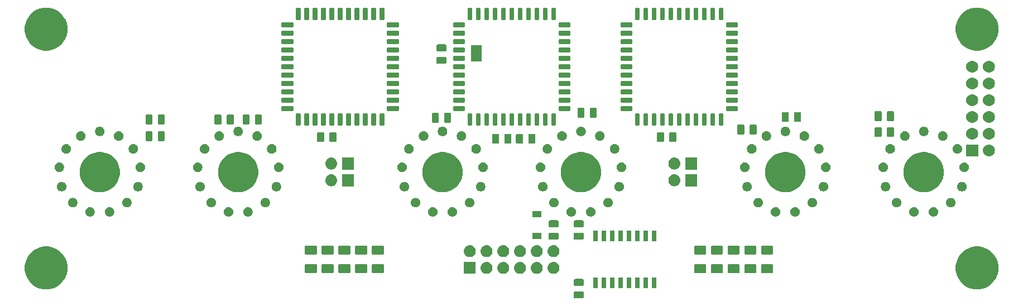
<source format=gbr>
G04 #@! TF.GenerationSoftware,KiCad,Pcbnew,(5.1.0-0)*
G04 #@! TF.CreationDate,2019-04-07T22:11:40-05:00*
G04 #@! TF.ProjectId,IN-14,494e2d31-342e-46b6-9963-61645f706362,rev?*
G04 #@! TF.SameCoordinates,Original*
G04 #@! TF.FileFunction,Soldermask,Bot*
G04 #@! TF.FilePolarity,Negative*
%FSLAX46Y46*%
G04 Gerber Fmt 4.6, Leading zero omitted, Abs format (unit mm)*
G04 Created by KiCad (PCBNEW (5.1.0-0)) date 2019-04-07 22:11:40*
%MOMM*%
%LPD*%
G04 APERTURE LIST*
%ADD10C,0.100000*%
G04 APERTURE END LIST*
D10*
G36*
X159486748Y-120393364D02*
G01*
X159525400Y-120405089D01*
X159561023Y-120424130D01*
X159592246Y-120449754D01*
X159617870Y-120480977D01*
X159636911Y-120516600D01*
X159648636Y-120555252D01*
X159653200Y-120601591D01*
X159653200Y-121252609D01*
X159648636Y-121298948D01*
X159636911Y-121337600D01*
X159617870Y-121373223D01*
X159592246Y-121404446D01*
X159561023Y-121430070D01*
X159525400Y-121449111D01*
X159486748Y-121460836D01*
X159440409Y-121465400D01*
X158364391Y-121465400D01*
X158318052Y-121460836D01*
X158279400Y-121449111D01*
X158243777Y-121430070D01*
X158212554Y-121404446D01*
X158186930Y-121373223D01*
X158167889Y-121337600D01*
X158156164Y-121298948D01*
X158151600Y-121252609D01*
X158151600Y-120601591D01*
X158156164Y-120555252D01*
X158167889Y-120516600D01*
X158186930Y-120480977D01*
X158212554Y-120449754D01*
X158243777Y-120424130D01*
X158279400Y-120405089D01*
X158318052Y-120393364D01*
X158364391Y-120388800D01*
X159440409Y-120388800D01*
X159486748Y-120393364D01*
X159486748Y-120393364D01*
G37*
G36*
X220277222Y-113714126D02*
G01*
X220855389Y-113953611D01*
X220868831Y-113959179D01*
X221401264Y-114314939D01*
X221854061Y-114767736D01*
X222192627Y-115274437D01*
X222209822Y-115300171D01*
X222454874Y-115891778D01*
X222579800Y-116519823D01*
X222579800Y-117160177D01*
X222454874Y-117788222D01*
X222331424Y-118086256D01*
X222209821Y-118379831D01*
X221854061Y-118912264D01*
X221401264Y-119365061D01*
X220868831Y-119720821D01*
X220868830Y-119720822D01*
X220868829Y-119720822D01*
X220277222Y-119965874D01*
X219649177Y-120090800D01*
X219008823Y-120090800D01*
X218380778Y-119965874D01*
X217789171Y-119720822D01*
X217789170Y-119720822D01*
X217789169Y-119720821D01*
X217256736Y-119365061D01*
X216803939Y-118912264D01*
X216448179Y-118379831D01*
X216326576Y-118086256D01*
X216203126Y-117788222D01*
X216078200Y-117160177D01*
X216078200Y-116519823D01*
X216203126Y-115891778D01*
X216448178Y-115300171D01*
X216465373Y-115274437D01*
X216803939Y-114767736D01*
X217256736Y-114314939D01*
X217789169Y-113959179D01*
X217802611Y-113953611D01*
X218380778Y-113714126D01*
X219008823Y-113589200D01*
X219649177Y-113589200D01*
X220277222Y-113714126D01*
X220277222Y-113714126D01*
G37*
G36*
X79053222Y-113714126D02*
G01*
X79631389Y-113953611D01*
X79644831Y-113959179D01*
X80177264Y-114314939D01*
X80630061Y-114767736D01*
X80968627Y-115274437D01*
X80985822Y-115300171D01*
X81230874Y-115891778D01*
X81355800Y-116519823D01*
X81355800Y-117160177D01*
X81230874Y-117788222D01*
X81107424Y-118086256D01*
X80985821Y-118379831D01*
X80630061Y-118912264D01*
X80177264Y-119365061D01*
X79644831Y-119720821D01*
X79644830Y-119720822D01*
X79644829Y-119720822D01*
X79053222Y-119965874D01*
X78425177Y-120090800D01*
X77784823Y-120090800D01*
X77156778Y-119965874D01*
X76565171Y-119720822D01*
X76565170Y-119720822D01*
X76565169Y-119720821D01*
X76032736Y-119365061D01*
X75579939Y-118912264D01*
X75224179Y-118379831D01*
X75102576Y-118086256D01*
X74979126Y-117788222D01*
X74854200Y-117160177D01*
X74854200Y-116519823D01*
X74979126Y-115891778D01*
X75224178Y-115300171D01*
X75241373Y-115274437D01*
X75579939Y-114767736D01*
X76032736Y-114314939D01*
X76565169Y-113959179D01*
X76578611Y-113953611D01*
X77156778Y-113714126D01*
X77784823Y-113589200D01*
X78425177Y-113589200D01*
X79053222Y-113714126D01*
X79053222Y-113714126D01*
G37*
G36*
X166873200Y-119895400D02*
G01*
X166171600Y-119895400D01*
X166171600Y-118293800D01*
X166873200Y-118293800D01*
X166873200Y-119895400D01*
X166873200Y-119895400D01*
G37*
G36*
X165603200Y-119895400D02*
G01*
X164901600Y-119895400D01*
X164901600Y-118293800D01*
X165603200Y-118293800D01*
X165603200Y-119895400D01*
X165603200Y-119895400D01*
G37*
G36*
X164333200Y-119895400D02*
G01*
X163631600Y-119895400D01*
X163631600Y-118293800D01*
X164333200Y-118293800D01*
X164333200Y-119895400D01*
X164333200Y-119895400D01*
G37*
G36*
X163063200Y-119895400D02*
G01*
X162361600Y-119895400D01*
X162361600Y-118293800D01*
X163063200Y-118293800D01*
X163063200Y-119895400D01*
X163063200Y-119895400D01*
G37*
G36*
X161793200Y-119895400D02*
G01*
X161091600Y-119895400D01*
X161091600Y-118293800D01*
X161793200Y-118293800D01*
X161793200Y-119895400D01*
X161793200Y-119895400D01*
G37*
G36*
X170683200Y-119895400D02*
G01*
X169981600Y-119895400D01*
X169981600Y-118293800D01*
X170683200Y-118293800D01*
X170683200Y-119895400D01*
X170683200Y-119895400D01*
G37*
G36*
X169413200Y-119895400D02*
G01*
X168711600Y-119895400D01*
X168711600Y-118293800D01*
X169413200Y-118293800D01*
X169413200Y-119895400D01*
X169413200Y-119895400D01*
G37*
G36*
X168143200Y-119895400D02*
G01*
X167441600Y-119895400D01*
X167441600Y-118293800D01*
X168143200Y-118293800D01*
X168143200Y-119895400D01*
X168143200Y-119895400D01*
G37*
G36*
X159486748Y-118518364D02*
G01*
X159525400Y-118530089D01*
X159561023Y-118549130D01*
X159592246Y-118574754D01*
X159617870Y-118605977D01*
X159636911Y-118641600D01*
X159648636Y-118680252D01*
X159653200Y-118726591D01*
X159653200Y-119377609D01*
X159648636Y-119423948D01*
X159636911Y-119462600D01*
X159617870Y-119498223D01*
X159592246Y-119529446D01*
X159561023Y-119555070D01*
X159525400Y-119574111D01*
X159486748Y-119585836D01*
X159440409Y-119590400D01*
X158364391Y-119590400D01*
X158318052Y-119585836D01*
X158279400Y-119574111D01*
X158243777Y-119555070D01*
X158212554Y-119529446D01*
X158186930Y-119498223D01*
X158167889Y-119462600D01*
X158156164Y-119423948D01*
X158151600Y-119377609D01*
X158151600Y-118726591D01*
X158156164Y-118680252D01*
X158167889Y-118641600D01*
X158186930Y-118605977D01*
X158212554Y-118574754D01*
X158243777Y-118549130D01*
X158279400Y-118530089D01*
X158318052Y-118518364D01*
X158364391Y-118513800D01*
X159440409Y-118513800D01*
X159486748Y-118518364D01*
X159486748Y-118518364D01*
G37*
G36*
X143267800Y-117740800D02*
G01*
X141466200Y-117740800D01*
X141466200Y-115939200D01*
X143267800Y-115939200D01*
X143267800Y-117740800D01*
X143267800Y-117740800D01*
G37*
G36*
X144995362Y-115943545D02*
G01*
X145083588Y-115952234D01*
X145253389Y-116003743D01*
X145253392Y-116003744D01*
X145409878Y-116087388D01*
X145547044Y-116199956D01*
X145659612Y-116337122D01*
X145743256Y-116493608D01*
X145743257Y-116493611D01*
X145794766Y-116663412D01*
X145812158Y-116840000D01*
X145794766Y-117016588D01*
X145783558Y-117053534D01*
X145743256Y-117186392D01*
X145659612Y-117342878D01*
X145547044Y-117480044D01*
X145409878Y-117592612D01*
X145253392Y-117676256D01*
X145253389Y-117676257D01*
X145083588Y-117727766D01*
X144995362Y-117736455D01*
X144951250Y-117740800D01*
X144862750Y-117740800D01*
X144818638Y-117736455D01*
X144730412Y-117727766D01*
X144560611Y-117676257D01*
X144560608Y-117676256D01*
X144404122Y-117592612D01*
X144266956Y-117480044D01*
X144154388Y-117342878D01*
X144070744Y-117186392D01*
X144030442Y-117053534D01*
X144019234Y-117016588D01*
X144001842Y-116840000D01*
X144019234Y-116663412D01*
X144070743Y-116493611D01*
X144070744Y-116493608D01*
X144154388Y-116337122D01*
X144266956Y-116199956D01*
X144404122Y-116087388D01*
X144560608Y-116003744D01*
X144560611Y-116003743D01*
X144730412Y-115952234D01*
X144818638Y-115943545D01*
X144862750Y-115939200D01*
X144951250Y-115939200D01*
X144995362Y-115943545D01*
X144995362Y-115943545D01*
G37*
G36*
X147535362Y-115943545D02*
G01*
X147623588Y-115952234D01*
X147793389Y-116003743D01*
X147793392Y-116003744D01*
X147949878Y-116087388D01*
X148087044Y-116199956D01*
X148199612Y-116337122D01*
X148283256Y-116493608D01*
X148283257Y-116493611D01*
X148334766Y-116663412D01*
X148352158Y-116840000D01*
X148334766Y-117016588D01*
X148323558Y-117053534D01*
X148283256Y-117186392D01*
X148199612Y-117342878D01*
X148087044Y-117480044D01*
X147949878Y-117592612D01*
X147793392Y-117676256D01*
X147793389Y-117676257D01*
X147623588Y-117727766D01*
X147535362Y-117736455D01*
X147491250Y-117740800D01*
X147402750Y-117740800D01*
X147358638Y-117736455D01*
X147270412Y-117727766D01*
X147100611Y-117676257D01*
X147100608Y-117676256D01*
X146944122Y-117592612D01*
X146806956Y-117480044D01*
X146694388Y-117342878D01*
X146610744Y-117186392D01*
X146570442Y-117053534D01*
X146559234Y-117016588D01*
X146541842Y-116840000D01*
X146559234Y-116663412D01*
X146610743Y-116493611D01*
X146610744Y-116493608D01*
X146694388Y-116337122D01*
X146806956Y-116199956D01*
X146944122Y-116087388D01*
X147100608Y-116003744D01*
X147100611Y-116003743D01*
X147270412Y-115952234D01*
X147358638Y-115943545D01*
X147402750Y-115939200D01*
X147491250Y-115939200D01*
X147535362Y-115943545D01*
X147535362Y-115943545D01*
G37*
G36*
X150075362Y-115943545D02*
G01*
X150163588Y-115952234D01*
X150333389Y-116003743D01*
X150333392Y-116003744D01*
X150489878Y-116087388D01*
X150627044Y-116199956D01*
X150739612Y-116337122D01*
X150823256Y-116493608D01*
X150823257Y-116493611D01*
X150874766Y-116663412D01*
X150892158Y-116840000D01*
X150874766Y-117016588D01*
X150863558Y-117053534D01*
X150823256Y-117186392D01*
X150739612Y-117342878D01*
X150627044Y-117480044D01*
X150489878Y-117592612D01*
X150333392Y-117676256D01*
X150333389Y-117676257D01*
X150163588Y-117727766D01*
X150075362Y-117736455D01*
X150031250Y-117740800D01*
X149942750Y-117740800D01*
X149898638Y-117736455D01*
X149810412Y-117727766D01*
X149640611Y-117676257D01*
X149640608Y-117676256D01*
X149484122Y-117592612D01*
X149346956Y-117480044D01*
X149234388Y-117342878D01*
X149150744Y-117186392D01*
X149110442Y-117053534D01*
X149099234Y-117016588D01*
X149081842Y-116840000D01*
X149099234Y-116663412D01*
X149150743Y-116493611D01*
X149150744Y-116493608D01*
X149234388Y-116337122D01*
X149346956Y-116199956D01*
X149484122Y-116087388D01*
X149640608Y-116003744D01*
X149640611Y-116003743D01*
X149810412Y-115952234D01*
X149898638Y-115943545D01*
X149942750Y-115939200D01*
X150031250Y-115939200D01*
X150075362Y-115943545D01*
X150075362Y-115943545D01*
G37*
G36*
X152615362Y-115943545D02*
G01*
X152703588Y-115952234D01*
X152873389Y-116003743D01*
X152873392Y-116003744D01*
X153029878Y-116087388D01*
X153167044Y-116199956D01*
X153279612Y-116337122D01*
X153363256Y-116493608D01*
X153363257Y-116493611D01*
X153414766Y-116663412D01*
X153432158Y-116840000D01*
X153414766Y-117016588D01*
X153403558Y-117053534D01*
X153363256Y-117186392D01*
X153279612Y-117342878D01*
X153167044Y-117480044D01*
X153029878Y-117592612D01*
X152873392Y-117676256D01*
X152873389Y-117676257D01*
X152703588Y-117727766D01*
X152615362Y-117736455D01*
X152571250Y-117740800D01*
X152482750Y-117740800D01*
X152438638Y-117736455D01*
X152350412Y-117727766D01*
X152180611Y-117676257D01*
X152180608Y-117676256D01*
X152024122Y-117592612D01*
X151886956Y-117480044D01*
X151774388Y-117342878D01*
X151690744Y-117186392D01*
X151650442Y-117053534D01*
X151639234Y-117016588D01*
X151621842Y-116840000D01*
X151639234Y-116663412D01*
X151690743Y-116493611D01*
X151690744Y-116493608D01*
X151774388Y-116337122D01*
X151886956Y-116199956D01*
X152024122Y-116087388D01*
X152180608Y-116003744D01*
X152180611Y-116003743D01*
X152350412Y-115952234D01*
X152438638Y-115943545D01*
X152482750Y-115939200D01*
X152571250Y-115939200D01*
X152615362Y-115943545D01*
X152615362Y-115943545D01*
G37*
G36*
X155155362Y-115943545D02*
G01*
X155243588Y-115952234D01*
X155413389Y-116003743D01*
X155413392Y-116003744D01*
X155569878Y-116087388D01*
X155707044Y-116199956D01*
X155819612Y-116337122D01*
X155903256Y-116493608D01*
X155903257Y-116493611D01*
X155954766Y-116663412D01*
X155972158Y-116840000D01*
X155954766Y-117016588D01*
X155943558Y-117053534D01*
X155903256Y-117186392D01*
X155819612Y-117342878D01*
X155707044Y-117480044D01*
X155569878Y-117592612D01*
X155413392Y-117676256D01*
X155413389Y-117676257D01*
X155243588Y-117727766D01*
X155155362Y-117736455D01*
X155111250Y-117740800D01*
X155022750Y-117740800D01*
X154978638Y-117736455D01*
X154890412Y-117727766D01*
X154720611Y-117676257D01*
X154720608Y-117676256D01*
X154564122Y-117592612D01*
X154426956Y-117480044D01*
X154314388Y-117342878D01*
X154230744Y-117186392D01*
X154190442Y-117053534D01*
X154179234Y-117016588D01*
X154161842Y-116840000D01*
X154179234Y-116663412D01*
X154230743Y-116493611D01*
X154230744Y-116493608D01*
X154314388Y-116337122D01*
X154426956Y-116199956D01*
X154564122Y-116087388D01*
X154720608Y-116003744D01*
X154720611Y-116003743D01*
X154890412Y-115952234D01*
X154978638Y-115943545D01*
X155022750Y-115939200D01*
X155111250Y-115939200D01*
X155155362Y-115943545D01*
X155155362Y-115943545D01*
G37*
G36*
X188245865Y-116273146D02*
G01*
X188282396Y-116284228D01*
X188316060Y-116302221D01*
X188345565Y-116326435D01*
X188369779Y-116355940D01*
X188387772Y-116389604D01*
X188398854Y-116426135D01*
X188403200Y-116470260D01*
X188403200Y-117418940D01*
X188398854Y-117463065D01*
X188387772Y-117499596D01*
X188369779Y-117533260D01*
X188345565Y-117562765D01*
X188316060Y-117586979D01*
X188282396Y-117604972D01*
X188245865Y-117616054D01*
X188201740Y-117620400D01*
X186753060Y-117620400D01*
X186708935Y-117616054D01*
X186672404Y-117604972D01*
X186638740Y-117586979D01*
X186609235Y-117562765D01*
X186585021Y-117533260D01*
X186567028Y-117499596D01*
X186555946Y-117463065D01*
X186551600Y-117418940D01*
X186551600Y-116470260D01*
X186555946Y-116426135D01*
X186567028Y-116389604D01*
X186585021Y-116355940D01*
X186609235Y-116326435D01*
X186638740Y-116302221D01*
X186672404Y-116284228D01*
X186708935Y-116273146D01*
X186753060Y-116268800D01*
X188201740Y-116268800D01*
X188245865Y-116273146D01*
X188245865Y-116273146D01*
G37*
G36*
X185705865Y-116273146D02*
G01*
X185742396Y-116284228D01*
X185776060Y-116302221D01*
X185805565Y-116326435D01*
X185829779Y-116355940D01*
X185847772Y-116389604D01*
X185858854Y-116426135D01*
X185863200Y-116470260D01*
X185863200Y-117418940D01*
X185858854Y-117463065D01*
X185847772Y-117499596D01*
X185829779Y-117533260D01*
X185805565Y-117562765D01*
X185776060Y-117586979D01*
X185742396Y-117604972D01*
X185705865Y-117616054D01*
X185661740Y-117620400D01*
X184213060Y-117620400D01*
X184168935Y-117616054D01*
X184132404Y-117604972D01*
X184098740Y-117586979D01*
X184069235Y-117562765D01*
X184045021Y-117533260D01*
X184027028Y-117499596D01*
X184015946Y-117463065D01*
X184011600Y-117418940D01*
X184011600Y-116470260D01*
X184015946Y-116426135D01*
X184027028Y-116389604D01*
X184045021Y-116355940D01*
X184069235Y-116326435D01*
X184098740Y-116302221D01*
X184132404Y-116284228D01*
X184168935Y-116273146D01*
X184213060Y-116268800D01*
X185661740Y-116268800D01*
X185705865Y-116273146D01*
X185705865Y-116273146D01*
G37*
G36*
X183165865Y-116273146D02*
G01*
X183202396Y-116284228D01*
X183236060Y-116302221D01*
X183265565Y-116326435D01*
X183289779Y-116355940D01*
X183307772Y-116389604D01*
X183318854Y-116426135D01*
X183323200Y-116470260D01*
X183323200Y-117418940D01*
X183318854Y-117463065D01*
X183307772Y-117499596D01*
X183289779Y-117533260D01*
X183265565Y-117562765D01*
X183236060Y-117586979D01*
X183202396Y-117604972D01*
X183165865Y-117616054D01*
X183121740Y-117620400D01*
X181673060Y-117620400D01*
X181628935Y-117616054D01*
X181592404Y-117604972D01*
X181558740Y-117586979D01*
X181529235Y-117562765D01*
X181505021Y-117533260D01*
X181487028Y-117499596D01*
X181475946Y-117463065D01*
X181471600Y-117418940D01*
X181471600Y-116470260D01*
X181475946Y-116426135D01*
X181487028Y-116389604D01*
X181505021Y-116355940D01*
X181529235Y-116326435D01*
X181558740Y-116302221D01*
X181592404Y-116284228D01*
X181628935Y-116273146D01*
X181673060Y-116268800D01*
X183121740Y-116268800D01*
X183165865Y-116273146D01*
X183165865Y-116273146D01*
G37*
G36*
X124110865Y-116273146D02*
G01*
X124147396Y-116284228D01*
X124181060Y-116302221D01*
X124210565Y-116326435D01*
X124234779Y-116355940D01*
X124252772Y-116389604D01*
X124263854Y-116426135D01*
X124268200Y-116470260D01*
X124268200Y-117418940D01*
X124263854Y-117463065D01*
X124252772Y-117499596D01*
X124234779Y-117533260D01*
X124210565Y-117562765D01*
X124181060Y-117586979D01*
X124147396Y-117604972D01*
X124110865Y-117616054D01*
X124066740Y-117620400D01*
X122618060Y-117620400D01*
X122573935Y-117616054D01*
X122537404Y-117604972D01*
X122503740Y-117586979D01*
X122474235Y-117562765D01*
X122450021Y-117533260D01*
X122432028Y-117499596D01*
X122420946Y-117463065D01*
X122416600Y-117418940D01*
X122416600Y-116470260D01*
X122420946Y-116426135D01*
X122432028Y-116389604D01*
X122450021Y-116355940D01*
X122474235Y-116326435D01*
X122503740Y-116302221D01*
X122537404Y-116284228D01*
X122573935Y-116273146D01*
X122618060Y-116268800D01*
X124066740Y-116268800D01*
X124110865Y-116273146D01*
X124110865Y-116273146D01*
G37*
G36*
X178085865Y-116273146D02*
G01*
X178122396Y-116284228D01*
X178156060Y-116302221D01*
X178185565Y-116326435D01*
X178209779Y-116355940D01*
X178227772Y-116389604D01*
X178238854Y-116426135D01*
X178243200Y-116470260D01*
X178243200Y-117418940D01*
X178238854Y-117463065D01*
X178227772Y-117499596D01*
X178209779Y-117533260D01*
X178185565Y-117562765D01*
X178156060Y-117586979D01*
X178122396Y-117604972D01*
X178085865Y-117616054D01*
X178041740Y-117620400D01*
X176593060Y-117620400D01*
X176548935Y-117616054D01*
X176512404Y-117604972D01*
X176478740Y-117586979D01*
X176449235Y-117562765D01*
X176425021Y-117533260D01*
X176407028Y-117499596D01*
X176395946Y-117463065D01*
X176391600Y-117418940D01*
X176391600Y-116470260D01*
X176395946Y-116426135D01*
X176407028Y-116389604D01*
X176425021Y-116355940D01*
X176449235Y-116326435D01*
X176478740Y-116302221D01*
X176512404Y-116284228D01*
X176548935Y-116273146D01*
X176593060Y-116268800D01*
X178041740Y-116268800D01*
X178085865Y-116273146D01*
X178085865Y-116273146D01*
G37*
G36*
X129190865Y-116273146D02*
G01*
X129227396Y-116284228D01*
X129261060Y-116302221D01*
X129290565Y-116326435D01*
X129314779Y-116355940D01*
X129332772Y-116389604D01*
X129343854Y-116426135D01*
X129348200Y-116470260D01*
X129348200Y-117418940D01*
X129343854Y-117463065D01*
X129332772Y-117499596D01*
X129314779Y-117533260D01*
X129290565Y-117562765D01*
X129261060Y-117586979D01*
X129227396Y-117604972D01*
X129190865Y-117616054D01*
X129146740Y-117620400D01*
X127698060Y-117620400D01*
X127653935Y-117616054D01*
X127617404Y-117604972D01*
X127583740Y-117586979D01*
X127554235Y-117562765D01*
X127530021Y-117533260D01*
X127512028Y-117499596D01*
X127500946Y-117463065D01*
X127496600Y-117418940D01*
X127496600Y-116470260D01*
X127500946Y-116426135D01*
X127512028Y-116389604D01*
X127530021Y-116355940D01*
X127554235Y-116326435D01*
X127583740Y-116302221D01*
X127617404Y-116284228D01*
X127653935Y-116273146D01*
X127698060Y-116268800D01*
X129146740Y-116268800D01*
X129190865Y-116273146D01*
X129190865Y-116273146D01*
G37*
G36*
X121570865Y-116273146D02*
G01*
X121607396Y-116284228D01*
X121641060Y-116302221D01*
X121670565Y-116326435D01*
X121694779Y-116355940D01*
X121712772Y-116389604D01*
X121723854Y-116426135D01*
X121728200Y-116470260D01*
X121728200Y-117418940D01*
X121723854Y-117463065D01*
X121712772Y-117499596D01*
X121694779Y-117533260D01*
X121670565Y-117562765D01*
X121641060Y-117586979D01*
X121607396Y-117604972D01*
X121570865Y-117616054D01*
X121526740Y-117620400D01*
X120078060Y-117620400D01*
X120033935Y-117616054D01*
X119997404Y-117604972D01*
X119963740Y-117586979D01*
X119934235Y-117562765D01*
X119910021Y-117533260D01*
X119892028Y-117499596D01*
X119880946Y-117463065D01*
X119876600Y-117418940D01*
X119876600Y-116470260D01*
X119880946Y-116426135D01*
X119892028Y-116389604D01*
X119910021Y-116355940D01*
X119934235Y-116326435D01*
X119963740Y-116302221D01*
X119997404Y-116284228D01*
X120033935Y-116273146D01*
X120078060Y-116268800D01*
X121526740Y-116268800D01*
X121570865Y-116273146D01*
X121570865Y-116273146D01*
G37*
G36*
X119030865Y-116273146D02*
G01*
X119067396Y-116284228D01*
X119101060Y-116302221D01*
X119130565Y-116326435D01*
X119154779Y-116355940D01*
X119172772Y-116389604D01*
X119183854Y-116426135D01*
X119188200Y-116470260D01*
X119188200Y-117418940D01*
X119183854Y-117463065D01*
X119172772Y-117499596D01*
X119154779Y-117533260D01*
X119130565Y-117562765D01*
X119101060Y-117586979D01*
X119067396Y-117604972D01*
X119030865Y-117616054D01*
X118986740Y-117620400D01*
X117538060Y-117620400D01*
X117493935Y-117616054D01*
X117457404Y-117604972D01*
X117423740Y-117586979D01*
X117394235Y-117562765D01*
X117370021Y-117533260D01*
X117352028Y-117499596D01*
X117340946Y-117463065D01*
X117336600Y-117418940D01*
X117336600Y-116470260D01*
X117340946Y-116426135D01*
X117352028Y-116389604D01*
X117370021Y-116355940D01*
X117394235Y-116326435D01*
X117423740Y-116302221D01*
X117457404Y-116284228D01*
X117493935Y-116273146D01*
X117538060Y-116268800D01*
X118986740Y-116268800D01*
X119030865Y-116273146D01*
X119030865Y-116273146D01*
G37*
G36*
X180625865Y-116273146D02*
G01*
X180662396Y-116284228D01*
X180696060Y-116302221D01*
X180725565Y-116326435D01*
X180749779Y-116355940D01*
X180767772Y-116389604D01*
X180778854Y-116426135D01*
X180783200Y-116470260D01*
X180783200Y-117418940D01*
X180778854Y-117463065D01*
X180767772Y-117499596D01*
X180749779Y-117533260D01*
X180725565Y-117562765D01*
X180696060Y-117586979D01*
X180662396Y-117604972D01*
X180625865Y-117616054D01*
X180581740Y-117620400D01*
X179133060Y-117620400D01*
X179088935Y-117616054D01*
X179052404Y-117604972D01*
X179018740Y-117586979D01*
X178989235Y-117562765D01*
X178965021Y-117533260D01*
X178947028Y-117499596D01*
X178935946Y-117463065D01*
X178931600Y-117418940D01*
X178931600Y-116470260D01*
X178935946Y-116426135D01*
X178947028Y-116389604D01*
X178965021Y-116355940D01*
X178989235Y-116326435D01*
X179018740Y-116302221D01*
X179052404Y-116284228D01*
X179088935Y-116273146D01*
X179133060Y-116268800D01*
X180581740Y-116268800D01*
X180625865Y-116273146D01*
X180625865Y-116273146D01*
G37*
G36*
X126650865Y-116273146D02*
G01*
X126687396Y-116284228D01*
X126721060Y-116302221D01*
X126750565Y-116326435D01*
X126774779Y-116355940D01*
X126792772Y-116389604D01*
X126803854Y-116426135D01*
X126808200Y-116470260D01*
X126808200Y-117418940D01*
X126803854Y-117463065D01*
X126792772Y-117499596D01*
X126774779Y-117533260D01*
X126750565Y-117562765D01*
X126721060Y-117586979D01*
X126687396Y-117604972D01*
X126650865Y-117616054D01*
X126606740Y-117620400D01*
X125158060Y-117620400D01*
X125113935Y-117616054D01*
X125077404Y-117604972D01*
X125043740Y-117586979D01*
X125014235Y-117562765D01*
X124990021Y-117533260D01*
X124972028Y-117499596D01*
X124960946Y-117463065D01*
X124956600Y-117418940D01*
X124956600Y-116470260D01*
X124960946Y-116426135D01*
X124972028Y-116389604D01*
X124990021Y-116355940D01*
X125014235Y-116326435D01*
X125043740Y-116302221D01*
X125077404Y-116284228D01*
X125113935Y-116273146D01*
X125158060Y-116268800D01*
X126606740Y-116268800D01*
X126650865Y-116273146D01*
X126650865Y-116273146D01*
G37*
G36*
X155155362Y-113403545D02*
G01*
X155243588Y-113412234D01*
X155413389Y-113463743D01*
X155413392Y-113463744D01*
X155569878Y-113547388D01*
X155707044Y-113659956D01*
X155819612Y-113797122D01*
X155903256Y-113953608D01*
X155903257Y-113953611D01*
X155954766Y-114123412D01*
X155972158Y-114300000D01*
X155954766Y-114476588D01*
X155903257Y-114646389D01*
X155903256Y-114646392D01*
X155819612Y-114802878D01*
X155707044Y-114940044D01*
X155569878Y-115052612D01*
X155413392Y-115136256D01*
X155413389Y-115136257D01*
X155243588Y-115187766D01*
X155155362Y-115196455D01*
X155111250Y-115200800D01*
X155022750Y-115200800D01*
X154978638Y-115196455D01*
X154890412Y-115187766D01*
X154720611Y-115136257D01*
X154720608Y-115136256D01*
X154564122Y-115052612D01*
X154426956Y-114940044D01*
X154314388Y-114802878D01*
X154230744Y-114646392D01*
X154230743Y-114646389D01*
X154179234Y-114476588D01*
X154161842Y-114300000D01*
X154179234Y-114123412D01*
X154230743Y-113953611D01*
X154230744Y-113953608D01*
X154314388Y-113797122D01*
X154426956Y-113659956D01*
X154564122Y-113547388D01*
X154720608Y-113463744D01*
X154720611Y-113463743D01*
X154890412Y-113412234D01*
X154978638Y-113403545D01*
X155022750Y-113399200D01*
X155111250Y-113399200D01*
X155155362Y-113403545D01*
X155155362Y-113403545D01*
G37*
G36*
X152615362Y-113403545D02*
G01*
X152703588Y-113412234D01*
X152873389Y-113463743D01*
X152873392Y-113463744D01*
X153029878Y-113547388D01*
X153167044Y-113659956D01*
X153279612Y-113797122D01*
X153363256Y-113953608D01*
X153363257Y-113953611D01*
X153414766Y-114123412D01*
X153432158Y-114300000D01*
X153414766Y-114476588D01*
X153363257Y-114646389D01*
X153363256Y-114646392D01*
X153279612Y-114802878D01*
X153167044Y-114940044D01*
X153029878Y-115052612D01*
X152873392Y-115136256D01*
X152873389Y-115136257D01*
X152703588Y-115187766D01*
X152615362Y-115196455D01*
X152571250Y-115200800D01*
X152482750Y-115200800D01*
X152438638Y-115196455D01*
X152350412Y-115187766D01*
X152180611Y-115136257D01*
X152180608Y-115136256D01*
X152024122Y-115052612D01*
X151886956Y-114940044D01*
X151774388Y-114802878D01*
X151690744Y-114646392D01*
X151690743Y-114646389D01*
X151639234Y-114476588D01*
X151621842Y-114300000D01*
X151639234Y-114123412D01*
X151690743Y-113953611D01*
X151690744Y-113953608D01*
X151774388Y-113797122D01*
X151886956Y-113659956D01*
X152024122Y-113547388D01*
X152180608Y-113463744D01*
X152180611Y-113463743D01*
X152350412Y-113412234D01*
X152438638Y-113403545D01*
X152482750Y-113399200D01*
X152571250Y-113399200D01*
X152615362Y-113403545D01*
X152615362Y-113403545D01*
G37*
G36*
X150075362Y-113403545D02*
G01*
X150163588Y-113412234D01*
X150333389Y-113463743D01*
X150333392Y-113463744D01*
X150489878Y-113547388D01*
X150627044Y-113659956D01*
X150739612Y-113797122D01*
X150823256Y-113953608D01*
X150823257Y-113953611D01*
X150874766Y-114123412D01*
X150892158Y-114300000D01*
X150874766Y-114476588D01*
X150823257Y-114646389D01*
X150823256Y-114646392D01*
X150739612Y-114802878D01*
X150627044Y-114940044D01*
X150489878Y-115052612D01*
X150333392Y-115136256D01*
X150333389Y-115136257D01*
X150163588Y-115187766D01*
X150075362Y-115196455D01*
X150031250Y-115200800D01*
X149942750Y-115200800D01*
X149898638Y-115196455D01*
X149810412Y-115187766D01*
X149640611Y-115136257D01*
X149640608Y-115136256D01*
X149484122Y-115052612D01*
X149346956Y-114940044D01*
X149234388Y-114802878D01*
X149150744Y-114646392D01*
X149150743Y-114646389D01*
X149099234Y-114476588D01*
X149081842Y-114300000D01*
X149099234Y-114123412D01*
X149150743Y-113953611D01*
X149150744Y-113953608D01*
X149234388Y-113797122D01*
X149346956Y-113659956D01*
X149484122Y-113547388D01*
X149640608Y-113463744D01*
X149640611Y-113463743D01*
X149810412Y-113412234D01*
X149898638Y-113403545D01*
X149942750Y-113399200D01*
X150031250Y-113399200D01*
X150075362Y-113403545D01*
X150075362Y-113403545D01*
G37*
G36*
X147535362Y-113403545D02*
G01*
X147623588Y-113412234D01*
X147793389Y-113463743D01*
X147793392Y-113463744D01*
X147949878Y-113547388D01*
X148087044Y-113659956D01*
X148199612Y-113797122D01*
X148283256Y-113953608D01*
X148283257Y-113953611D01*
X148334766Y-114123412D01*
X148352158Y-114300000D01*
X148334766Y-114476588D01*
X148283257Y-114646389D01*
X148283256Y-114646392D01*
X148199612Y-114802878D01*
X148087044Y-114940044D01*
X147949878Y-115052612D01*
X147793392Y-115136256D01*
X147793389Y-115136257D01*
X147623588Y-115187766D01*
X147535362Y-115196455D01*
X147491250Y-115200800D01*
X147402750Y-115200800D01*
X147358638Y-115196455D01*
X147270412Y-115187766D01*
X147100611Y-115136257D01*
X147100608Y-115136256D01*
X146944122Y-115052612D01*
X146806956Y-114940044D01*
X146694388Y-114802878D01*
X146610744Y-114646392D01*
X146610743Y-114646389D01*
X146559234Y-114476588D01*
X146541842Y-114300000D01*
X146559234Y-114123412D01*
X146610743Y-113953611D01*
X146610744Y-113953608D01*
X146694388Y-113797122D01*
X146806956Y-113659956D01*
X146944122Y-113547388D01*
X147100608Y-113463744D01*
X147100611Y-113463743D01*
X147270412Y-113412234D01*
X147358638Y-113403545D01*
X147402750Y-113399200D01*
X147491250Y-113399200D01*
X147535362Y-113403545D01*
X147535362Y-113403545D01*
G37*
G36*
X144995362Y-113403545D02*
G01*
X145083588Y-113412234D01*
X145253389Y-113463743D01*
X145253392Y-113463744D01*
X145409878Y-113547388D01*
X145547044Y-113659956D01*
X145659612Y-113797122D01*
X145743256Y-113953608D01*
X145743257Y-113953611D01*
X145794766Y-114123412D01*
X145812158Y-114300000D01*
X145794766Y-114476588D01*
X145743257Y-114646389D01*
X145743256Y-114646392D01*
X145659612Y-114802878D01*
X145547044Y-114940044D01*
X145409878Y-115052612D01*
X145253392Y-115136256D01*
X145253389Y-115136257D01*
X145083588Y-115187766D01*
X144995362Y-115196455D01*
X144951250Y-115200800D01*
X144862750Y-115200800D01*
X144818638Y-115196455D01*
X144730412Y-115187766D01*
X144560611Y-115136257D01*
X144560608Y-115136256D01*
X144404122Y-115052612D01*
X144266956Y-114940044D01*
X144154388Y-114802878D01*
X144070744Y-114646392D01*
X144070743Y-114646389D01*
X144019234Y-114476588D01*
X144001842Y-114300000D01*
X144019234Y-114123412D01*
X144070743Y-113953611D01*
X144070744Y-113953608D01*
X144154388Y-113797122D01*
X144266956Y-113659956D01*
X144404122Y-113547388D01*
X144560608Y-113463744D01*
X144560611Y-113463743D01*
X144730412Y-113412234D01*
X144818638Y-113403545D01*
X144862750Y-113399200D01*
X144951250Y-113399200D01*
X144995362Y-113403545D01*
X144995362Y-113403545D01*
G37*
G36*
X142455362Y-113403545D02*
G01*
X142543588Y-113412234D01*
X142713389Y-113463743D01*
X142713392Y-113463744D01*
X142869878Y-113547388D01*
X143007044Y-113659956D01*
X143119612Y-113797122D01*
X143203256Y-113953608D01*
X143203257Y-113953611D01*
X143254766Y-114123412D01*
X143272158Y-114300000D01*
X143254766Y-114476588D01*
X143203257Y-114646389D01*
X143203256Y-114646392D01*
X143119612Y-114802878D01*
X143007044Y-114940044D01*
X142869878Y-115052612D01*
X142713392Y-115136256D01*
X142713389Y-115136257D01*
X142543588Y-115187766D01*
X142455362Y-115196455D01*
X142411250Y-115200800D01*
X142322750Y-115200800D01*
X142278638Y-115196455D01*
X142190412Y-115187766D01*
X142020611Y-115136257D01*
X142020608Y-115136256D01*
X141864122Y-115052612D01*
X141726956Y-114940044D01*
X141614388Y-114802878D01*
X141530744Y-114646392D01*
X141530743Y-114646389D01*
X141479234Y-114476588D01*
X141461842Y-114300000D01*
X141479234Y-114123412D01*
X141530743Y-113953611D01*
X141530744Y-113953608D01*
X141614388Y-113797122D01*
X141726956Y-113659956D01*
X141864122Y-113547388D01*
X142020608Y-113463744D01*
X142020611Y-113463743D01*
X142190412Y-113412234D01*
X142278638Y-113403545D01*
X142322750Y-113399200D01*
X142411250Y-113399200D01*
X142455362Y-113403545D01*
X142455362Y-113403545D01*
G37*
G36*
X183165865Y-113473146D02*
G01*
X183202396Y-113484228D01*
X183236060Y-113502221D01*
X183265565Y-113526435D01*
X183289779Y-113555940D01*
X183307772Y-113589604D01*
X183318854Y-113626135D01*
X183323200Y-113670260D01*
X183323200Y-114618940D01*
X183318854Y-114663065D01*
X183307772Y-114699596D01*
X183289779Y-114733260D01*
X183265565Y-114762765D01*
X183236060Y-114786979D01*
X183202396Y-114804972D01*
X183165865Y-114816054D01*
X183121740Y-114820400D01*
X181673060Y-114820400D01*
X181628935Y-114816054D01*
X181592404Y-114804972D01*
X181558740Y-114786979D01*
X181529235Y-114762765D01*
X181505021Y-114733260D01*
X181487028Y-114699596D01*
X181475946Y-114663065D01*
X181471600Y-114618940D01*
X181471600Y-113670260D01*
X181475946Y-113626135D01*
X181487028Y-113589604D01*
X181505021Y-113555940D01*
X181529235Y-113526435D01*
X181558740Y-113502221D01*
X181592404Y-113484228D01*
X181628935Y-113473146D01*
X181673060Y-113468800D01*
X183121740Y-113468800D01*
X183165865Y-113473146D01*
X183165865Y-113473146D01*
G37*
G36*
X121570865Y-113473146D02*
G01*
X121607396Y-113484228D01*
X121641060Y-113502221D01*
X121670565Y-113526435D01*
X121694779Y-113555940D01*
X121712772Y-113589604D01*
X121723854Y-113626135D01*
X121728200Y-113670260D01*
X121728200Y-114618940D01*
X121723854Y-114663065D01*
X121712772Y-114699596D01*
X121694779Y-114733260D01*
X121670565Y-114762765D01*
X121641060Y-114786979D01*
X121607396Y-114804972D01*
X121570865Y-114816054D01*
X121526740Y-114820400D01*
X120078060Y-114820400D01*
X120033935Y-114816054D01*
X119997404Y-114804972D01*
X119963740Y-114786979D01*
X119934235Y-114762765D01*
X119910021Y-114733260D01*
X119892028Y-114699596D01*
X119880946Y-114663065D01*
X119876600Y-114618940D01*
X119876600Y-113670260D01*
X119880946Y-113626135D01*
X119892028Y-113589604D01*
X119910021Y-113555940D01*
X119934235Y-113526435D01*
X119963740Y-113502221D01*
X119997404Y-113484228D01*
X120033935Y-113473146D01*
X120078060Y-113468800D01*
X121526740Y-113468800D01*
X121570865Y-113473146D01*
X121570865Y-113473146D01*
G37*
G36*
X129190865Y-113473146D02*
G01*
X129227396Y-113484228D01*
X129261060Y-113502221D01*
X129290565Y-113526435D01*
X129314779Y-113555940D01*
X129332772Y-113589604D01*
X129343854Y-113626135D01*
X129348200Y-113670260D01*
X129348200Y-114618940D01*
X129343854Y-114663065D01*
X129332772Y-114699596D01*
X129314779Y-114733260D01*
X129290565Y-114762765D01*
X129261060Y-114786979D01*
X129227396Y-114804972D01*
X129190865Y-114816054D01*
X129146740Y-114820400D01*
X127698060Y-114820400D01*
X127653935Y-114816054D01*
X127617404Y-114804972D01*
X127583740Y-114786979D01*
X127554235Y-114762765D01*
X127530021Y-114733260D01*
X127512028Y-114699596D01*
X127500946Y-114663065D01*
X127496600Y-114618940D01*
X127496600Y-113670260D01*
X127500946Y-113626135D01*
X127512028Y-113589604D01*
X127530021Y-113555940D01*
X127554235Y-113526435D01*
X127583740Y-113502221D01*
X127617404Y-113484228D01*
X127653935Y-113473146D01*
X127698060Y-113468800D01*
X129146740Y-113468800D01*
X129190865Y-113473146D01*
X129190865Y-113473146D01*
G37*
G36*
X119030865Y-113473146D02*
G01*
X119067396Y-113484228D01*
X119101060Y-113502221D01*
X119130565Y-113526435D01*
X119154779Y-113555940D01*
X119172772Y-113589604D01*
X119183854Y-113626135D01*
X119188200Y-113670260D01*
X119188200Y-114618940D01*
X119183854Y-114663065D01*
X119172772Y-114699596D01*
X119154779Y-114733260D01*
X119130565Y-114762765D01*
X119101060Y-114786979D01*
X119067396Y-114804972D01*
X119030865Y-114816054D01*
X118986740Y-114820400D01*
X117538060Y-114820400D01*
X117493935Y-114816054D01*
X117457404Y-114804972D01*
X117423740Y-114786979D01*
X117394235Y-114762765D01*
X117370021Y-114733260D01*
X117352028Y-114699596D01*
X117340946Y-114663065D01*
X117336600Y-114618940D01*
X117336600Y-113670260D01*
X117340946Y-113626135D01*
X117352028Y-113589604D01*
X117370021Y-113555940D01*
X117394235Y-113526435D01*
X117423740Y-113502221D01*
X117457404Y-113484228D01*
X117493935Y-113473146D01*
X117538060Y-113468800D01*
X118986740Y-113468800D01*
X119030865Y-113473146D01*
X119030865Y-113473146D01*
G37*
G36*
X180625865Y-113473146D02*
G01*
X180662396Y-113484228D01*
X180696060Y-113502221D01*
X180725565Y-113526435D01*
X180749779Y-113555940D01*
X180767772Y-113589604D01*
X180778854Y-113626135D01*
X180783200Y-113670260D01*
X180783200Y-114618940D01*
X180778854Y-114663065D01*
X180767772Y-114699596D01*
X180749779Y-114733260D01*
X180725565Y-114762765D01*
X180696060Y-114786979D01*
X180662396Y-114804972D01*
X180625865Y-114816054D01*
X180581740Y-114820400D01*
X179133060Y-114820400D01*
X179088935Y-114816054D01*
X179052404Y-114804972D01*
X179018740Y-114786979D01*
X178989235Y-114762765D01*
X178965021Y-114733260D01*
X178947028Y-114699596D01*
X178935946Y-114663065D01*
X178931600Y-114618940D01*
X178931600Y-113670260D01*
X178935946Y-113626135D01*
X178947028Y-113589604D01*
X178965021Y-113555940D01*
X178989235Y-113526435D01*
X179018740Y-113502221D01*
X179052404Y-113484228D01*
X179088935Y-113473146D01*
X179133060Y-113468800D01*
X180581740Y-113468800D01*
X180625865Y-113473146D01*
X180625865Y-113473146D01*
G37*
G36*
X126650865Y-113473146D02*
G01*
X126687396Y-113484228D01*
X126721060Y-113502221D01*
X126750565Y-113526435D01*
X126774779Y-113555940D01*
X126792772Y-113589604D01*
X126803854Y-113626135D01*
X126808200Y-113670260D01*
X126808200Y-114618940D01*
X126803854Y-114663065D01*
X126792772Y-114699596D01*
X126774779Y-114733260D01*
X126750565Y-114762765D01*
X126721060Y-114786979D01*
X126687396Y-114804972D01*
X126650865Y-114816054D01*
X126606740Y-114820400D01*
X125158060Y-114820400D01*
X125113935Y-114816054D01*
X125077404Y-114804972D01*
X125043740Y-114786979D01*
X125014235Y-114762765D01*
X124990021Y-114733260D01*
X124972028Y-114699596D01*
X124960946Y-114663065D01*
X124956600Y-114618940D01*
X124956600Y-113670260D01*
X124960946Y-113626135D01*
X124972028Y-113589604D01*
X124990021Y-113555940D01*
X125014235Y-113526435D01*
X125043740Y-113502221D01*
X125077404Y-113484228D01*
X125113935Y-113473146D01*
X125158060Y-113468800D01*
X126606740Y-113468800D01*
X126650865Y-113473146D01*
X126650865Y-113473146D01*
G37*
G36*
X188245865Y-113473146D02*
G01*
X188282396Y-113484228D01*
X188316060Y-113502221D01*
X188345565Y-113526435D01*
X188369779Y-113555940D01*
X188387772Y-113589604D01*
X188398854Y-113626135D01*
X188403200Y-113670260D01*
X188403200Y-114618940D01*
X188398854Y-114663065D01*
X188387772Y-114699596D01*
X188369779Y-114733260D01*
X188345565Y-114762765D01*
X188316060Y-114786979D01*
X188282396Y-114804972D01*
X188245865Y-114816054D01*
X188201740Y-114820400D01*
X186753060Y-114820400D01*
X186708935Y-114816054D01*
X186672404Y-114804972D01*
X186638740Y-114786979D01*
X186609235Y-114762765D01*
X186585021Y-114733260D01*
X186567028Y-114699596D01*
X186555946Y-114663065D01*
X186551600Y-114618940D01*
X186551600Y-113670260D01*
X186555946Y-113626135D01*
X186567028Y-113589604D01*
X186585021Y-113555940D01*
X186609235Y-113526435D01*
X186638740Y-113502221D01*
X186672404Y-113484228D01*
X186708935Y-113473146D01*
X186753060Y-113468800D01*
X188201740Y-113468800D01*
X188245865Y-113473146D01*
X188245865Y-113473146D01*
G37*
G36*
X185705865Y-113473146D02*
G01*
X185742396Y-113484228D01*
X185776060Y-113502221D01*
X185805565Y-113526435D01*
X185829779Y-113555940D01*
X185847772Y-113589604D01*
X185858854Y-113626135D01*
X185863200Y-113670260D01*
X185863200Y-114618940D01*
X185858854Y-114663065D01*
X185847772Y-114699596D01*
X185829779Y-114733260D01*
X185805565Y-114762765D01*
X185776060Y-114786979D01*
X185742396Y-114804972D01*
X185705865Y-114816054D01*
X185661740Y-114820400D01*
X184213060Y-114820400D01*
X184168935Y-114816054D01*
X184132404Y-114804972D01*
X184098740Y-114786979D01*
X184069235Y-114762765D01*
X184045021Y-114733260D01*
X184027028Y-114699596D01*
X184015946Y-114663065D01*
X184011600Y-114618940D01*
X184011600Y-113670260D01*
X184015946Y-113626135D01*
X184027028Y-113589604D01*
X184045021Y-113555940D01*
X184069235Y-113526435D01*
X184098740Y-113502221D01*
X184132404Y-113484228D01*
X184168935Y-113473146D01*
X184213060Y-113468800D01*
X185661740Y-113468800D01*
X185705865Y-113473146D01*
X185705865Y-113473146D01*
G37*
G36*
X178085865Y-113473146D02*
G01*
X178122396Y-113484228D01*
X178156060Y-113502221D01*
X178185565Y-113526435D01*
X178209779Y-113555940D01*
X178227772Y-113589604D01*
X178238854Y-113626135D01*
X178243200Y-113670260D01*
X178243200Y-114618940D01*
X178238854Y-114663065D01*
X178227772Y-114699596D01*
X178209779Y-114733260D01*
X178185565Y-114762765D01*
X178156060Y-114786979D01*
X178122396Y-114804972D01*
X178085865Y-114816054D01*
X178041740Y-114820400D01*
X176593060Y-114820400D01*
X176548935Y-114816054D01*
X176512404Y-114804972D01*
X176478740Y-114786979D01*
X176449235Y-114762765D01*
X176425021Y-114733260D01*
X176407028Y-114699596D01*
X176395946Y-114663065D01*
X176391600Y-114618940D01*
X176391600Y-113670260D01*
X176395946Y-113626135D01*
X176407028Y-113589604D01*
X176425021Y-113555940D01*
X176449235Y-113526435D01*
X176478740Y-113502221D01*
X176512404Y-113484228D01*
X176548935Y-113473146D01*
X176593060Y-113468800D01*
X178041740Y-113468800D01*
X178085865Y-113473146D01*
X178085865Y-113473146D01*
G37*
G36*
X124110865Y-113473146D02*
G01*
X124147396Y-113484228D01*
X124181060Y-113502221D01*
X124210565Y-113526435D01*
X124234779Y-113555940D01*
X124252772Y-113589604D01*
X124263854Y-113626135D01*
X124268200Y-113670260D01*
X124268200Y-114618940D01*
X124263854Y-114663065D01*
X124252772Y-114699596D01*
X124234779Y-114733260D01*
X124210565Y-114762765D01*
X124181060Y-114786979D01*
X124147396Y-114804972D01*
X124110865Y-114816054D01*
X124066740Y-114820400D01*
X122618060Y-114820400D01*
X122573935Y-114816054D01*
X122537404Y-114804972D01*
X122503740Y-114786979D01*
X122474235Y-114762765D01*
X122450021Y-114733260D01*
X122432028Y-114699596D01*
X122420946Y-114663065D01*
X122416600Y-114618940D01*
X122416600Y-113670260D01*
X122420946Y-113626135D01*
X122432028Y-113589604D01*
X122450021Y-113555940D01*
X122474235Y-113526435D01*
X122503740Y-113502221D01*
X122537404Y-113484228D01*
X122573935Y-113473146D01*
X122618060Y-113468800D01*
X124066740Y-113468800D01*
X124110865Y-113473146D01*
X124110865Y-113473146D01*
G37*
G36*
X161793200Y-112795400D02*
G01*
X161091600Y-112795400D01*
X161091600Y-111193800D01*
X161793200Y-111193800D01*
X161793200Y-112795400D01*
X161793200Y-112795400D01*
G37*
G36*
X169413200Y-112795400D02*
G01*
X168711600Y-112795400D01*
X168711600Y-111193800D01*
X169413200Y-111193800D01*
X169413200Y-112795400D01*
X169413200Y-112795400D01*
G37*
G36*
X170683200Y-112795400D02*
G01*
X169981600Y-112795400D01*
X169981600Y-111193800D01*
X170683200Y-111193800D01*
X170683200Y-112795400D01*
X170683200Y-112795400D01*
G37*
G36*
X168143200Y-112795400D02*
G01*
X167441600Y-112795400D01*
X167441600Y-111193800D01*
X168143200Y-111193800D01*
X168143200Y-112795400D01*
X168143200Y-112795400D01*
G37*
G36*
X166873200Y-112795400D02*
G01*
X166171600Y-112795400D01*
X166171600Y-111193800D01*
X166873200Y-111193800D01*
X166873200Y-112795400D01*
X166873200Y-112795400D01*
G37*
G36*
X165603200Y-112795400D02*
G01*
X164901600Y-112795400D01*
X164901600Y-111193800D01*
X165603200Y-111193800D01*
X165603200Y-112795400D01*
X165603200Y-112795400D01*
G37*
G36*
X164333200Y-112795400D02*
G01*
X163631600Y-112795400D01*
X163631600Y-111193800D01*
X164333200Y-111193800D01*
X164333200Y-112795400D01*
X164333200Y-112795400D01*
G37*
G36*
X163063200Y-112795400D02*
G01*
X162361600Y-112795400D01*
X162361600Y-111193800D01*
X163063200Y-111193800D01*
X163063200Y-112795400D01*
X163063200Y-112795400D01*
G37*
G36*
X159486748Y-111503364D02*
G01*
X159525400Y-111515089D01*
X159561023Y-111534130D01*
X159592246Y-111559754D01*
X159617870Y-111590977D01*
X159636911Y-111626600D01*
X159648636Y-111665252D01*
X159653200Y-111711591D01*
X159653200Y-112362609D01*
X159648636Y-112408948D01*
X159636911Y-112447600D01*
X159617870Y-112483223D01*
X159592246Y-112514446D01*
X159561023Y-112540070D01*
X159525400Y-112559111D01*
X159486748Y-112570836D01*
X159440409Y-112575400D01*
X158364391Y-112575400D01*
X158318052Y-112570836D01*
X158279400Y-112559111D01*
X158243777Y-112540070D01*
X158212554Y-112514446D01*
X158186930Y-112483223D01*
X158167889Y-112447600D01*
X158156164Y-112408948D01*
X158151600Y-112362609D01*
X158151600Y-111711591D01*
X158156164Y-111665252D01*
X158167889Y-111626600D01*
X158186930Y-111590977D01*
X158212554Y-111559754D01*
X158243777Y-111534130D01*
X158279400Y-111515089D01*
X158318052Y-111503364D01*
X158364391Y-111498800D01*
X159440409Y-111498800D01*
X159486748Y-111503364D01*
X159486748Y-111503364D01*
G37*
G36*
X155676748Y-111503364D02*
G01*
X155715400Y-111515089D01*
X155751023Y-111534130D01*
X155782246Y-111559754D01*
X155807870Y-111590977D01*
X155826911Y-111626600D01*
X155838636Y-111665252D01*
X155843200Y-111711591D01*
X155843200Y-112362609D01*
X155838636Y-112408948D01*
X155826911Y-112447600D01*
X155807870Y-112483223D01*
X155782246Y-112514446D01*
X155751023Y-112540070D01*
X155715400Y-112559111D01*
X155676748Y-112570836D01*
X155630409Y-112575400D01*
X154554391Y-112575400D01*
X154508052Y-112570836D01*
X154469400Y-112559111D01*
X154433777Y-112540070D01*
X154402554Y-112514446D01*
X154376930Y-112483223D01*
X154357889Y-112447600D01*
X154346164Y-112408948D01*
X154341600Y-112362609D01*
X154341600Y-111711591D01*
X154346164Y-111665252D01*
X154357889Y-111626600D01*
X154376930Y-111590977D01*
X154402554Y-111559754D01*
X154433777Y-111534130D01*
X154469400Y-111515089D01*
X154508052Y-111503364D01*
X154554391Y-111498800D01*
X155630409Y-111498800D01*
X155676748Y-111503364D01*
X155676748Y-111503364D01*
G37*
G36*
X153203200Y-112488400D02*
G01*
X151901600Y-112488400D01*
X151901600Y-111486800D01*
X153203200Y-111486800D01*
X153203200Y-112488400D01*
X153203200Y-112488400D01*
G37*
G36*
X159486748Y-109628364D02*
G01*
X159525400Y-109640089D01*
X159561023Y-109659130D01*
X159592246Y-109684754D01*
X159617870Y-109715977D01*
X159636911Y-109751600D01*
X159648636Y-109790252D01*
X159653200Y-109836591D01*
X159653200Y-110487609D01*
X159648636Y-110533948D01*
X159636911Y-110572600D01*
X159617870Y-110608223D01*
X159592246Y-110639446D01*
X159561023Y-110665070D01*
X159525400Y-110684111D01*
X159486748Y-110695836D01*
X159440409Y-110700400D01*
X158364391Y-110700400D01*
X158318052Y-110695836D01*
X158279400Y-110684111D01*
X158243777Y-110665070D01*
X158212554Y-110639446D01*
X158186930Y-110608223D01*
X158167889Y-110572600D01*
X158156164Y-110533948D01*
X158151600Y-110487609D01*
X158151600Y-109836591D01*
X158156164Y-109790252D01*
X158167889Y-109751600D01*
X158186930Y-109715977D01*
X158212554Y-109684754D01*
X158243777Y-109659130D01*
X158279400Y-109640089D01*
X158318052Y-109628364D01*
X158364391Y-109623800D01*
X159440409Y-109623800D01*
X159486748Y-109628364D01*
X159486748Y-109628364D01*
G37*
G36*
X155676748Y-109628364D02*
G01*
X155715400Y-109640089D01*
X155751023Y-109659130D01*
X155782246Y-109684754D01*
X155807870Y-109715977D01*
X155826911Y-109751600D01*
X155838636Y-109790252D01*
X155843200Y-109836591D01*
X155843200Y-110487609D01*
X155838636Y-110533948D01*
X155826911Y-110572600D01*
X155807870Y-110608223D01*
X155782246Y-110639446D01*
X155751023Y-110665070D01*
X155715400Y-110684111D01*
X155676748Y-110695836D01*
X155630409Y-110700400D01*
X154554391Y-110700400D01*
X154508052Y-110695836D01*
X154469400Y-110684111D01*
X154433777Y-110665070D01*
X154402554Y-110639446D01*
X154376930Y-110608223D01*
X154357889Y-110572600D01*
X154346164Y-110533948D01*
X154341600Y-110487609D01*
X154341600Y-109836591D01*
X154346164Y-109790252D01*
X154357889Y-109751600D01*
X154376930Y-109715977D01*
X154402554Y-109684754D01*
X154433777Y-109659130D01*
X154469400Y-109640089D01*
X154508052Y-109628364D01*
X154554391Y-109623800D01*
X155630409Y-109623800D01*
X155676748Y-109628364D01*
X155676748Y-109628364D01*
G37*
G36*
X153203200Y-109188400D02*
G01*
X151901600Y-109188400D01*
X151901600Y-108186800D01*
X153203200Y-108186800D01*
X153203200Y-109188400D01*
X153203200Y-109188400D01*
G37*
G36*
X84902806Y-107614250D02*
G01*
X84972734Y-107628159D01*
X85104475Y-107682728D01*
X85223040Y-107761950D01*
X85323870Y-107862780D01*
X85403092Y-107981345D01*
X85457661Y-108113086D01*
X85485480Y-108252942D01*
X85485480Y-108395538D01*
X85457661Y-108535394D01*
X85403092Y-108667135D01*
X85323870Y-108785700D01*
X85223040Y-108886530D01*
X85104475Y-108965752D01*
X84972734Y-109020321D01*
X84902806Y-109034230D01*
X84832879Y-109048140D01*
X84690281Y-109048140D01*
X84620354Y-109034230D01*
X84550426Y-109020321D01*
X84418685Y-108965752D01*
X84300120Y-108886530D01*
X84199290Y-108785700D01*
X84120068Y-108667135D01*
X84065499Y-108535394D01*
X84037680Y-108395538D01*
X84037680Y-108252942D01*
X84065499Y-108113086D01*
X84120068Y-107981345D01*
X84199290Y-107862780D01*
X84300120Y-107761950D01*
X84418685Y-107682728D01*
X84550426Y-107628159D01*
X84620354Y-107614250D01*
X84690281Y-107600340D01*
X84832879Y-107600340D01*
X84902806Y-107614250D01*
X84902806Y-107614250D01*
G37*
G36*
X136902806Y-107614250D02*
G01*
X136972734Y-107628159D01*
X137104475Y-107682728D01*
X137223040Y-107761950D01*
X137323870Y-107862780D01*
X137403092Y-107981345D01*
X137457661Y-108113086D01*
X137485480Y-108252942D01*
X137485480Y-108395538D01*
X137457661Y-108535394D01*
X137403092Y-108667135D01*
X137323870Y-108785700D01*
X137223040Y-108886530D01*
X137104475Y-108965752D01*
X136972734Y-109020321D01*
X136902806Y-109034230D01*
X136832879Y-109048140D01*
X136690281Y-109048140D01*
X136620354Y-109034230D01*
X136550426Y-109020321D01*
X136418685Y-108965752D01*
X136300120Y-108886530D01*
X136199290Y-108785700D01*
X136120068Y-108667135D01*
X136065499Y-108535394D01*
X136037680Y-108395538D01*
X136037680Y-108252942D01*
X136065499Y-108113086D01*
X136120068Y-107981345D01*
X136199290Y-107862780D01*
X136300120Y-107761950D01*
X136418685Y-107682728D01*
X136550426Y-107628159D01*
X136620354Y-107614250D01*
X136690281Y-107600340D01*
X136832879Y-107600340D01*
X136902806Y-107614250D01*
X136902806Y-107614250D01*
G37*
G36*
X212864446Y-107614250D02*
G01*
X212934374Y-107628159D01*
X213066115Y-107682728D01*
X213184680Y-107761950D01*
X213285510Y-107862780D01*
X213364732Y-107981345D01*
X213419301Y-108113086D01*
X213447120Y-108252942D01*
X213447120Y-108395538D01*
X213419301Y-108535394D01*
X213364732Y-108667135D01*
X213285510Y-108785700D01*
X213184680Y-108886530D01*
X213066115Y-108965752D01*
X212934374Y-109020321D01*
X212864446Y-109034230D01*
X212794519Y-109048140D01*
X212651921Y-109048140D01*
X212581994Y-109034230D01*
X212512066Y-109020321D01*
X212380325Y-108965752D01*
X212261760Y-108886530D01*
X212160930Y-108785700D01*
X212081708Y-108667135D01*
X212027139Y-108535394D01*
X211999320Y-108395538D01*
X211999320Y-108252942D01*
X212027139Y-108113086D01*
X212081708Y-107981345D01*
X212160930Y-107862780D01*
X212261760Y-107761950D01*
X212380325Y-107682728D01*
X212512066Y-107628159D01*
X212581994Y-107614250D01*
X212651921Y-107600340D01*
X212794519Y-107600340D01*
X212864446Y-107614250D01*
X212864446Y-107614250D01*
G37*
G36*
X157902806Y-107614250D02*
G01*
X157972734Y-107628159D01*
X158104475Y-107682728D01*
X158223040Y-107761950D01*
X158323870Y-107862780D01*
X158403092Y-107981345D01*
X158457661Y-108113086D01*
X158485480Y-108252942D01*
X158485480Y-108395538D01*
X158457661Y-108535394D01*
X158403092Y-108667135D01*
X158323870Y-108785700D01*
X158223040Y-108886530D01*
X158104475Y-108965752D01*
X157972734Y-109020321D01*
X157902806Y-109034230D01*
X157832879Y-109048140D01*
X157690281Y-109048140D01*
X157620354Y-109034230D01*
X157550426Y-109020321D01*
X157418685Y-108965752D01*
X157300120Y-108886530D01*
X157199290Y-108785700D01*
X157120068Y-108667135D01*
X157065499Y-108535394D01*
X157037680Y-108395538D01*
X157037680Y-108252942D01*
X157065499Y-108113086D01*
X157120068Y-107981345D01*
X157199290Y-107862780D01*
X157300120Y-107761950D01*
X157418685Y-107682728D01*
X157550426Y-107628159D01*
X157620354Y-107614250D01*
X157690281Y-107600340D01*
X157832879Y-107600340D01*
X157902806Y-107614250D01*
X157902806Y-107614250D01*
G37*
G36*
X191864446Y-107614250D02*
G01*
X191934374Y-107628159D01*
X192066115Y-107682728D01*
X192184680Y-107761950D01*
X192285510Y-107862780D01*
X192364732Y-107981345D01*
X192419301Y-108113086D01*
X192447120Y-108252942D01*
X192447120Y-108395538D01*
X192419301Y-108535394D01*
X192364732Y-108667135D01*
X192285510Y-108785700D01*
X192184680Y-108886530D01*
X192066115Y-108965752D01*
X191934374Y-109020321D01*
X191864446Y-109034230D01*
X191794519Y-109048140D01*
X191651921Y-109048140D01*
X191581994Y-109034230D01*
X191512066Y-109020321D01*
X191380325Y-108965752D01*
X191261760Y-108886530D01*
X191160930Y-108785700D01*
X191081708Y-108667135D01*
X191027139Y-108535394D01*
X190999320Y-108395538D01*
X190999320Y-108252942D01*
X191027139Y-108113086D01*
X191081708Y-107981345D01*
X191160930Y-107862780D01*
X191261760Y-107761950D01*
X191380325Y-107682728D01*
X191512066Y-107628159D01*
X191581994Y-107614250D01*
X191651921Y-107600340D01*
X191794519Y-107600340D01*
X191864446Y-107614250D01*
X191864446Y-107614250D01*
G37*
G36*
X160864446Y-107614250D02*
G01*
X160934374Y-107628159D01*
X161066115Y-107682728D01*
X161184680Y-107761950D01*
X161285510Y-107862780D01*
X161364732Y-107981345D01*
X161419301Y-108113086D01*
X161447120Y-108252942D01*
X161447120Y-108395538D01*
X161419301Y-108535394D01*
X161364732Y-108667135D01*
X161285510Y-108785700D01*
X161184680Y-108886530D01*
X161066115Y-108965752D01*
X160934374Y-109020321D01*
X160864446Y-109034230D01*
X160794519Y-109048140D01*
X160651921Y-109048140D01*
X160581994Y-109034230D01*
X160512066Y-109020321D01*
X160380325Y-108965752D01*
X160261760Y-108886530D01*
X160160930Y-108785700D01*
X160081708Y-108667135D01*
X160027139Y-108535394D01*
X159999320Y-108395538D01*
X159999320Y-108252942D01*
X160027139Y-108113086D01*
X160081708Y-107981345D01*
X160160930Y-107862780D01*
X160261760Y-107761950D01*
X160380325Y-107682728D01*
X160512066Y-107628159D01*
X160581994Y-107614250D01*
X160651921Y-107600340D01*
X160794519Y-107600340D01*
X160864446Y-107614250D01*
X160864446Y-107614250D01*
G37*
G36*
X188902806Y-107614250D02*
G01*
X188972734Y-107628159D01*
X189104475Y-107682728D01*
X189223040Y-107761950D01*
X189323870Y-107862780D01*
X189403092Y-107981345D01*
X189457661Y-108113086D01*
X189485480Y-108252942D01*
X189485480Y-108395538D01*
X189457661Y-108535394D01*
X189403092Y-108667135D01*
X189323870Y-108785700D01*
X189223040Y-108886530D01*
X189104475Y-108965752D01*
X188972734Y-109020321D01*
X188902806Y-109034230D01*
X188832879Y-109048140D01*
X188690281Y-109048140D01*
X188620354Y-109034230D01*
X188550426Y-109020321D01*
X188418685Y-108965752D01*
X188300120Y-108886530D01*
X188199290Y-108785700D01*
X188120068Y-108667135D01*
X188065499Y-108535394D01*
X188037680Y-108395538D01*
X188037680Y-108252942D01*
X188065499Y-108113086D01*
X188120068Y-107981345D01*
X188199290Y-107862780D01*
X188300120Y-107761950D01*
X188418685Y-107682728D01*
X188550426Y-107628159D01*
X188620354Y-107614250D01*
X188690281Y-107600340D01*
X188832879Y-107600340D01*
X188902806Y-107614250D01*
X188902806Y-107614250D01*
G37*
G36*
X139864446Y-107614250D02*
G01*
X139934374Y-107628159D01*
X140066115Y-107682728D01*
X140184680Y-107761950D01*
X140285510Y-107862780D01*
X140364732Y-107981345D01*
X140419301Y-108113086D01*
X140447120Y-108252942D01*
X140447120Y-108395538D01*
X140419301Y-108535394D01*
X140364732Y-108667135D01*
X140285510Y-108785700D01*
X140184680Y-108886530D01*
X140066115Y-108965752D01*
X139934374Y-109020321D01*
X139864446Y-109034230D01*
X139794519Y-109048140D01*
X139651921Y-109048140D01*
X139581994Y-109034230D01*
X139512066Y-109020321D01*
X139380325Y-108965752D01*
X139261760Y-108886530D01*
X139160930Y-108785700D01*
X139081708Y-108667135D01*
X139027139Y-108535394D01*
X138999320Y-108395538D01*
X138999320Y-108252942D01*
X139027139Y-108113086D01*
X139081708Y-107981345D01*
X139160930Y-107862780D01*
X139261760Y-107761950D01*
X139380325Y-107682728D01*
X139512066Y-107628159D01*
X139581994Y-107614250D01*
X139651921Y-107600340D01*
X139794519Y-107600340D01*
X139864446Y-107614250D01*
X139864446Y-107614250D01*
G37*
G36*
X209902806Y-107614250D02*
G01*
X209972734Y-107628159D01*
X210104475Y-107682728D01*
X210223040Y-107761950D01*
X210323870Y-107862780D01*
X210403092Y-107981345D01*
X210457661Y-108113086D01*
X210485480Y-108252942D01*
X210485480Y-108395538D01*
X210457661Y-108535394D01*
X210403092Y-108667135D01*
X210323870Y-108785700D01*
X210223040Y-108886530D01*
X210104475Y-108965752D01*
X209972734Y-109020321D01*
X209902806Y-109034230D01*
X209832879Y-109048140D01*
X209690281Y-109048140D01*
X209620354Y-109034230D01*
X209550426Y-109020321D01*
X209418685Y-108965752D01*
X209300120Y-108886530D01*
X209199290Y-108785700D01*
X209120068Y-108667135D01*
X209065499Y-108535394D01*
X209037680Y-108395538D01*
X209037680Y-108252942D01*
X209065499Y-108113086D01*
X209120068Y-107981345D01*
X209199290Y-107862780D01*
X209300120Y-107761950D01*
X209418685Y-107682728D01*
X209550426Y-107628159D01*
X209620354Y-107614250D01*
X209690281Y-107600340D01*
X209832879Y-107600340D01*
X209902806Y-107614250D01*
X209902806Y-107614250D01*
G37*
G36*
X87864446Y-107614250D02*
G01*
X87934374Y-107628159D01*
X88066115Y-107682728D01*
X88184680Y-107761950D01*
X88285510Y-107862780D01*
X88364732Y-107981345D01*
X88419301Y-108113086D01*
X88447120Y-108252942D01*
X88447120Y-108395538D01*
X88419301Y-108535394D01*
X88364732Y-108667135D01*
X88285510Y-108785700D01*
X88184680Y-108886530D01*
X88066115Y-108965752D01*
X87934374Y-109020321D01*
X87864446Y-109034230D01*
X87794519Y-109048140D01*
X87651921Y-109048140D01*
X87581994Y-109034230D01*
X87512066Y-109020321D01*
X87380325Y-108965752D01*
X87261760Y-108886530D01*
X87160930Y-108785700D01*
X87081708Y-108667135D01*
X87027139Y-108535394D01*
X86999320Y-108395538D01*
X86999320Y-108252942D01*
X87027139Y-108113086D01*
X87081708Y-107981345D01*
X87160930Y-107862780D01*
X87261760Y-107761950D01*
X87380325Y-107682728D01*
X87512066Y-107628159D01*
X87581994Y-107614250D01*
X87651921Y-107600340D01*
X87794519Y-107600340D01*
X87864446Y-107614250D01*
X87864446Y-107614250D01*
G37*
G36*
X108864446Y-107614250D02*
G01*
X108934374Y-107628159D01*
X109066115Y-107682728D01*
X109184680Y-107761950D01*
X109285510Y-107862780D01*
X109364732Y-107981345D01*
X109419301Y-108113086D01*
X109447120Y-108252942D01*
X109447120Y-108395538D01*
X109419301Y-108535394D01*
X109364732Y-108667135D01*
X109285510Y-108785700D01*
X109184680Y-108886530D01*
X109066115Y-108965752D01*
X108934374Y-109020321D01*
X108864446Y-109034230D01*
X108794519Y-109048140D01*
X108651921Y-109048140D01*
X108581994Y-109034230D01*
X108512066Y-109020321D01*
X108380325Y-108965752D01*
X108261760Y-108886530D01*
X108160930Y-108785700D01*
X108081708Y-108667135D01*
X108027139Y-108535394D01*
X107999320Y-108395538D01*
X107999320Y-108252942D01*
X108027139Y-108113086D01*
X108081708Y-107981345D01*
X108160930Y-107862780D01*
X108261760Y-107761950D01*
X108380325Y-107682728D01*
X108512066Y-107628159D01*
X108581994Y-107614250D01*
X108651921Y-107600340D01*
X108794519Y-107600340D01*
X108864446Y-107614250D01*
X108864446Y-107614250D01*
G37*
G36*
X105902806Y-107614250D02*
G01*
X105972734Y-107628159D01*
X106104475Y-107682728D01*
X106223040Y-107761950D01*
X106323870Y-107862780D01*
X106403092Y-107981345D01*
X106457661Y-108113086D01*
X106485480Y-108252942D01*
X106485480Y-108395538D01*
X106457661Y-108535394D01*
X106403092Y-108667135D01*
X106323870Y-108785700D01*
X106223040Y-108886530D01*
X106104475Y-108965752D01*
X105972734Y-109020321D01*
X105902806Y-109034230D01*
X105832879Y-109048140D01*
X105690281Y-109048140D01*
X105620354Y-109034230D01*
X105550426Y-109020321D01*
X105418685Y-108965752D01*
X105300120Y-108886530D01*
X105199290Y-108785700D01*
X105120068Y-108667135D01*
X105065499Y-108535394D01*
X105037680Y-108395538D01*
X105037680Y-108252942D01*
X105065499Y-108113086D01*
X105120068Y-107981345D01*
X105199290Y-107862780D01*
X105300120Y-107761950D01*
X105418685Y-107682728D01*
X105550426Y-107628159D01*
X105620354Y-107614250D01*
X105690281Y-107600340D01*
X105832879Y-107600340D01*
X105902806Y-107614250D01*
X105902806Y-107614250D01*
G37*
G36*
X134278986Y-106237569D02*
G01*
X134348914Y-106251479D01*
X134480655Y-106306048D01*
X134599220Y-106385270D01*
X134700050Y-106486100D01*
X134779272Y-106604665D01*
X134833841Y-106736406D01*
X134861660Y-106876262D01*
X134861660Y-107018858D01*
X134833841Y-107158714D01*
X134779272Y-107290455D01*
X134700050Y-107409020D01*
X134599220Y-107509850D01*
X134480655Y-107589072D01*
X134348914Y-107643641D01*
X134278986Y-107657551D01*
X134209059Y-107671460D01*
X134066461Y-107671460D01*
X133996534Y-107657551D01*
X133926606Y-107643641D01*
X133794865Y-107589072D01*
X133676300Y-107509850D01*
X133575470Y-107409020D01*
X133496248Y-107290455D01*
X133441679Y-107158714D01*
X133413860Y-107018858D01*
X133413860Y-106876262D01*
X133441679Y-106736406D01*
X133496248Y-106604665D01*
X133575470Y-106486100D01*
X133676300Y-106385270D01*
X133794865Y-106306048D01*
X133926606Y-106251479D01*
X133996534Y-106237569D01*
X134066461Y-106223660D01*
X134209059Y-106223660D01*
X134278986Y-106237569D01*
X134278986Y-106237569D01*
G37*
G36*
X215488266Y-106237569D02*
G01*
X215558194Y-106251479D01*
X215689935Y-106306048D01*
X215808500Y-106385270D01*
X215909330Y-106486100D01*
X215988552Y-106604665D01*
X216043121Y-106736406D01*
X216070940Y-106876262D01*
X216070940Y-107018858D01*
X216043121Y-107158714D01*
X215988552Y-107290455D01*
X215909330Y-107409020D01*
X215808500Y-107509850D01*
X215689935Y-107589072D01*
X215558194Y-107643641D01*
X215488266Y-107657551D01*
X215418339Y-107671460D01*
X215275741Y-107671460D01*
X215205814Y-107657551D01*
X215135886Y-107643641D01*
X215004145Y-107589072D01*
X214885580Y-107509850D01*
X214784750Y-107409020D01*
X214705528Y-107290455D01*
X214650959Y-107158714D01*
X214623140Y-107018858D01*
X214623140Y-106876262D01*
X214650959Y-106736406D01*
X214705528Y-106604665D01*
X214784750Y-106486100D01*
X214885580Y-106385270D01*
X215004145Y-106306048D01*
X215135886Y-106251479D01*
X215205814Y-106237569D01*
X215275741Y-106223660D01*
X215418339Y-106223660D01*
X215488266Y-106237569D01*
X215488266Y-106237569D01*
G37*
G36*
X103278986Y-106237569D02*
G01*
X103348914Y-106251479D01*
X103480655Y-106306048D01*
X103599220Y-106385270D01*
X103700050Y-106486100D01*
X103779272Y-106604665D01*
X103833841Y-106736406D01*
X103861660Y-106876262D01*
X103861660Y-107018858D01*
X103833841Y-107158714D01*
X103779272Y-107290455D01*
X103700050Y-107409020D01*
X103599220Y-107509850D01*
X103480655Y-107589072D01*
X103348914Y-107643641D01*
X103278986Y-107657551D01*
X103209059Y-107671460D01*
X103066461Y-107671460D01*
X102996534Y-107657551D01*
X102926606Y-107643641D01*
X102794865Y-107589072D01*
X102676300Y-107509850D01*
X102575470Y-107409020D01*
X102496248Y-107290455D01*
X102441679Y-107158714D01*
X102413860Y-107018858D01*
X102413860Y-106876262D01*
X102441679Y-106736406D01*
X102496248Y-106604665D01*
X102575470Y-106486100D01*
X102676300Y-106385270D01*
X102794865Y-106306048D01*
X102926606Y-106251479D01*
X102996534Y-106237569D01*
X103066461Y-106223660D01*
X103209059Y-106223660D01*
X103278986Y-106237569D01*
X103278986Y-106237569D01*
G37*
G36*
X111488266Y-106237569D02*
G01*
X111558194Y-106251479D01*
X111689935Y-106306048D01*
X111808500Y-106385270D01*
X111909330Y-106486100D01*
X111988552Y-106604665D01*
X112043121Y-106736406D01*
X112070940Y-106876262D01*
X112070940Y-107018858D01*
X112043121Y-107158714D01*
X111988552Y-107290455D01*
X111909330Y-107409020D01*
X111808500Y-107509850D01*
X111689935Y-107589072D01*
X111558194Y-107643641D01*
X111488266Y-107657551D01*
X111418339Y-107671460D01*
X111275741Y-107671460D01*
X111205814Y-107657551D01*
X111135886Y-107643641D01*
X111004145Y-107589072D01*
X110885580Y-107509850D01*
X110784750Y-107409020D01*
X110705528Y-107290455D01*
X110650959Y-107158714D01*
X110623140Y-107018858D01*
X110623140Y-106876262D01*
X110650959Y-106736406D01*
X110705528Y-106604665D01*
X110784750Y-106486100D01*
X110885580Y-106385270D01*
X111004145Y-106306048D01*
X111135886Y-106251479D01*
X111205814Y-106237569D01*
X111275741Y-106223660D01*
X111418339Y-106223660D01*
X111488266Y-106237569D01*
X111488266Y-106237569D01*
G37*
G36*
X207278986Y-106237569D02*
G01*
X207348914Y-106251479D01*
X207480655Y-106306048D01*
X207599220Y-106385270D01*
X207700050Y-106486100D01*
X207779272Y-106604665D01*
X207833841Y-106736406D01*
X207861660Y-106876262D01*
X207861660Y-107018858D01*
X207833841Y-107158714D01*
X207779272Y-107290455D01*
X207700050Y-107409020D01*
X207599220Y-107509850D01*
X207480655Y-107589072D01*
X207348914Y-107643641D01*
X207278986Y-107657551D01*
X207209059Y-107671460D01*
X207066461Y-107671460D01*
X206996534Y-107657551D01*
X206926606Y-107643641D01*
X206794865Y-107589072D01*
X206676300Y-107509850D01*
X206575470Y-107409020D01*
X206496248Y-107290455D01*
X206441679Y-107158714D01*
X206413860Y-107018858D01*
X206413860Y-106876262D01*
X206441679Y-106736406D01*
X206496248Y-106604665D01*
X206575470Y-106486100D01*
X206676300Y-106385270D01*
X206794865Y-106306048D01*
X206926606Y-106251479D01*
X206996534Y-106237569D01*
X207066461Y-106223660D01*
X207209059Y-106223660D01*
X207278986Y-106237569D01*
X207278986Y-106237569D01*
G37*
G36*
X194488266Y-106237569D02*
G01*
X194558194Y-106251479D01*
X194689935Y-106306048D01*
X194808500Y-106385270D01*
X194909330Y-106486100D01*
X194988552Y-106604665D01*
X195043121Y-106736406D01*
X195070940Y-106876262D01*
X195070940Y-107018858D01*
X195043121Y-107158714D01*
X194988552Y-107290455D01*
X194909330Y-107409020D01*
X194808500Y-107509850D01*
X194689935Y-107589072D01*
X194558194Y-107643641D01*
X194488266Y-107657551D01*
X194418339Y-107671460D01*
X194275741Y-107671460D01*
X194205814Y-107657551D01*
X194135886Y-107643641D01*
X194004145Y-107589072D01*
X193885580Y-107509850D01*
X193784750Y-107409020D01*
X193705528Y-107290455D01*
X193650959Y-107158714D01*
X193623140Y-107018858D01*
X193623140Y-106876262D01*
X193650959Y-106736406D01*
X193705528Y-106604665D01*
X193784750Y-106486100D01*
X193885580Y-106385270D01*
X194004145Y-106306048D01*
X194135886Y-106251479D01*
X194205814Y-106237569D01*
X194275741Y-106223660D01*
X194418339Y-106223660D01*
X194488266Y-106237569D01*
X194488266Y-106237569D01*
G37*
G36*
X186278986Y-106237569D02*
G01*
X186348914Y-106251479D01*
X186480655Y-106306048D01*
X186599220Y-106385270D01*
X186700050Y-106486100D01*
X186779272Y-106604665D01*
X186833841Y-106736406D01*
X186861660Y-106876262D01*
X186861660Y-107018858D01*
X186833841Y-107158714D01*
X186779272Y-107290455D01*
X186700050Y-107409020D01*
X186599220Y-107509850D01*
X186480655Y-107589072D01*
X186348914Y-107643641D01*
X186278986Y-107657551D01*
X186209059Y-107671460D01*
X186066461Y-107671460D01*
X185996534Y-107657551D01*
X185926606Y-107643641D01*
X185794865Y-107589072D01*
X185676300Y-107509850D01*
X185575470Y-107409020D01*
X185496248Y-107290455D01*
X185441679Y-107158714D01*
X185413860Y-107018858D01*
X185413860Y-106876262D01*
X185441679Y-106736406D01*
X185496248Y-106604665D01*
X185575470Y-106486100D01*
X185676300Y-106385270D01*
X185794865Y-106306048D01*
X185926606Y-106251479D01*
X185996534Y-106237569D01*
X186066461Y-106223660D01*
X186209059Y-106223660D01*
X186278986Y-106237569D01*
X186278986Y-106237569D01*
G37*
G36*
X82278986Y-106237569D02*
G01*
X82348914Y-106251479D01*
X82480655Y-106306048D01*
X82599220Y-106385270D01*
X82700050Y-106486100D01*
X82779272Y-106604665D01*
X82833841Y-106736406D01*
X82861660Y-106876262D01*
X82861660Y-107018858D01*
X82833841Y-107158714D01*
X82779272Y-107290455D01*
X82700050Y-107409020D01*
X82599220Y-107509850D01*
X82480655Y-107589072D01*
X82348914Y-107643641D01*
X82278986Y-107657551D01*
X82209059Y-107671460D01*
X82066461Y-107671460D01*
X81996534Y-107657551D01*
X81926606Y-107643641D01*
X81794865Y-107589072D01*
X81676300Y-107509850D01*
X81575470Y-107409020D01*
X81496248Y-107290455D01*
X81441679Y-107158714D01*
X81413860Y-107018858D01*
X81413860Y-106876262D01*
X81441679Y-106736406D01*
X81496248Y-106604665D01*
X81575470Y-106486100D01*
X81676300Y-106385270D01*
X81794865Y-106306048D01*
X81926606Y-106251479D01*
X81996534Y-106237569D01*
X82066461Y-106223660D01*
X82209059Y-106223660D01*
X82278986Y-106237569D01*
X82278986Y-106237569D01*
G37*
G36*
X90488266Y-106237569D02*
G01*
X90558194Y-106251479D01*
X90689935Y-106306048D01*
X90808500Y-106385270D01*
X90909330Y-106486100D01*
X90988552Y-106604665D01*
X91043121Y-106736406D01*
X91070940Y-106876262D01*
X91070940Y-107018858D01*
X91043121Y-107158714D01*
X90988552Y-107290455D01*
X90909330Y-107409020D01*
X90808500Y-107509850D01*
X90689935Y-107589072D01*
X90558194Y-107643641D01*
X90488266Y-107657551D01*
X90418339Y-107671460D01*
X90275741Y-107671460D01*
X90205814Y-107657551D01*
X90135886Y-107643641D01*
X90004145Y-107589072D01*
X89885580Y-107509850D01*
X89784750Y-107409020D01*
X89705528Y-107290455D01*
X89650959Y-107158714D01*
X89623140Y-107018858D01*
X89623140Y-106876262D01*
X89650959Y-106736406D01*
X89705528Y-106604665D01*
X89784750Y-106486100D01*
X89885580Y-106385270D01*
X90004145Y-106306048D01*
X90135886Y-106251479D01*
X90205814Y-106237569D01*
X90275741Y-106223660D01*
X90418339Y-106223660D01*
X90488266Y-106237569D01*
X90488266Y-106237569D01*
G37*
G36*
X142488266Y-106237569D02*
G01*
X142558194Y-106251479D01*
X142689935Y-106306048D01*
X142808500Y-106385270D01*
X142909330Y-106486100D01*
X142988552Y-106604665D01*
X143043121Y-106736406D01*
X143070940Y-106876262D01*
X143070940Y-107018858D01*
X143043121Y-107158714D01*
X142988552Y-107290455D01*
X142909330Y-107409020D01*
X142808500Y-107509850D01*
X142689935Y-107589072D01*
X142558194Y-107643641D01*
X142488266Y-107657551D01*
X142418339Y-107671460D01*
X142275741Y-107671460D01*
X142205814Y-107657551D01*
X142135886Y-107643641D01*
X142004145Y-107589072D01*
X141885580Y-107509850D01*
X141784750Y-107409020D01*
X141705528Y-107290455D01*
X141650959Y-107158714D01*
X141623140Y-107018858D01*
X141623140Y-106876262D01*
X141650959Y-106736406D01*
X141705528Y-106604665D01*
X141784750Y-106486100D01*
X141885580Y-106385270D01*
X142004145Y-106306048D01*
X142135886Y-106251479D01*
X142205814Y-106237569D01*
X142275741Y-106223660D01*
X142418339Y-106223660D01*
X142488266Y-106237569D01*
X142488266Y-106237569D01*
G37*
G36*
X163488266Y-106237569D02*
G01*
X163558194Y-106251479D01*
X163689935Y-106306048D01*
X163808500Y-106385270D01*
X163909330Y-106486100D01*
X163988552Y-106604665D01*
X164043121Y-106736406D01*
X164070940Y-106876262D01*
X164070940Y-107018858D01*
X164043121Y-107158714D01*
X163988552Y-107290455D01*
X163909330Y-107409020D01*
X163808500Y-107509850D01*
X163689935Y-107589072D01*
X163558194Y-107643641D01*
X163488266Y-107657551D01*
X163418339Y-107671460D01*
X163275741Y-107671460D01*
X163205814Y-107657551D01*
X163135886Y-107643641D01*
X163004145Y-107589072D01*
X162885580Y-107509850D01*
X162784750Y-107409020D01*
X162705528Y-107290455D01*
X162650959Y-107158714D01*
X162623140Y-107018858D01*
X162623140Y-106876262D01*
X162650959Y-106736406D01*
X162705528Y-106604665D01*
X162784750Y-106486100D01*
X162885580Y-106385270D01*
X163004145Y-106306048D01*
X163135886Y-106251479D01*
X163205814Y-106237569D01*
X163275741Y-106223660D01*
X163418339Y-106223660D01*
X163488266Y-106237569D01*
X163488266Y-106237569D01*
G37*
G36*
X155278986Y-106237569D02*
G01*
X155348914Y-106251479D01*
X155480655Y-106306048D01*
X155599220Y-106385270D01*
X155700050Y-106486100D01*
X155779272Y-106604665D01*
X155833841Y-106736406D01*
X155861660Y-106876262D01*
X155861660Y-107018858D01*
X155833841Y-107158714D01*
X155779272Y-107290455D01*
X155700050Y-107409020D01*
X155599220Y-107509850D01*
X155480655Y-107589072D01*
X155348914Y-107643641D01*
X155278986Y-107657551D01*
X155209059Y-107671460D01*
X155066461Y-107671460D01*
X154996534Y-107657551D01*
X154926606Y-107643641D01*
X154794865Y-107589072D01*
X154676300Y-107509850D01*
X154575470Y-107409020D01*
X154496248Y-107290455D01*
X154441679Y-107158714D01*
X154413860Y-107018858D01*
X154413860Y-106876262D01*
X154441679Y-106736406D01*
X154496248Y-106604665D01*
X154575470Y-106486100D01*
X154676300Y-106385270D01*
X154794865Y-106306048D01*
X154926606Y-106251479D01*
X154996534Y-106237569D01*
X155066461Y-106223660D01*
X155209059Y-106223660D01*
X155278986Y-106237569D01*
X155278986Y-106237569D01*
G37*
G36*
X138739347Y-99302880D02*
G01*
X139132286Y-99381040D01*
X139687496Y-99611016D01*
X140187172Y-99944889D01*
X140612111Y-100369828D01*
X140945984Y-100869504D01*
X141175960Y-101424714D01*
X141293200Y-102014122D01*
X141293200Y-102615078D01*
X141175960Y-103204486D01*
X140945984Y-103759696D01*
X140612111Y-104259372D01*
X140187172Y-104684311D01*
X139687496Y-105018184D01*
X139132286Y-105248160D01*
X138739347Y-105326320D01*
X138542879Y-105365400D01*
X137941921Y-105365400D01*
X137745453Y-105326320D01*
X137352514Y-105248160D01*
X136797304Y-105018184D01*
X136297628Y-104684311D01*
X135872689Y-104259372D01*
X135538816Y-103759696D01*
X135308840Y-103204486D01*
X135191600Y-102615078D01*
X135191600Y-102014122D01*
X135308840Y-101424714D01*
X135538816Y-100869504D01*
X135872689Y-100369828D01*
X136297628Y-99944889D01*
X136797304Y-99611016D01*
X137352514Y-99381040D01*
X137745453Y-99302880D01*
X137941921Y-99263800D01*
X138542879Y-99263800D01*
X138739347Y-99302880D01*
X138739347Y-99302880D01*
G37*
G36*
X159739347Y-99302880D02*
G01*
X160132286Y-99381040D01*
X160687496Y-99611016D01*
X161187172Y-99944889D01*
X161612111Y-100369828D01*
X161945984Y-100869504D01*
X162175960Y-101424714D01*
X162293200Y-102014122D01*
X162293200Y-102615078D01*
X162175960Y-103204486D01*
X161945984Y-103759696D01*
X161612111Y-104259372D01*
X161187172Y-104684311D01*
X160687496Y-105018184D01*
X160132286Y-105248160D01*
X159739347Y-105326320D01*
X159542879Y-105365400D01*
X158941921Y-105365400D01*
X158745453Y-105326320D01*
X158352514Y-105248160D01*
X157797304Y-105018184D01*
X157297628Y-104684311D01*
X156872689Y-104259372D01*
X156538816Y-103759696D01*
X156308840Y-103204486D01*
X156191600Y-102615078D01*
X156191600Y-102014122D01*
X156308840Y-101424714D01*
X156538816Y-100869504D01*
X156872689Y-100369828D01*
X157297628Y-99944889D01*
X157797304Y-99611016D01*
X158352514Y-99381040D01*
X158745453Y-99302880D01*
X158941921Y-99263800D01*
X159542879Y-99263800D01*
X159739347Y-99302880D01*
X159739347Y-99302880D01*
G37*
G36*
X107739347Y-99302880D02*
G01*
X108132286Y-99381040D01*
X108687496Y-99611016D01*
X109187172Y-99944889D01*
X109612111Y-100369828D01*
X109945984Y-100869504D01*
X110175960Y-101424714D01*
X110293200Y-102014122D01*
X110293200Y-102615078D01*
X110175960Y-103204486D01*
X109945984Y-103759696D01*
X109612111Y-104259372D01*
X109187172Y-104684311D01*
X108687496Y-105018184D01*
X108132286Y-105248160D01*
X107739347Y-105326320D01*
X107542879Y-105365400D01*
X106941921Y-105365400D01*
X106745453Y-105326320D01*
X106352514Y-105248160D01*
X105797304Y-105018184D01*
X105297628Y-104684311D01*
X104872689Y-104259372D01*
X104538816Y-103759696D01*
X104308840Y-103204486D01*
X104191600Y-102615078D01*
X104191600Y-102014122D01*
X104308840Y-101424714D01*
X104538816Y-100869504D01*
X104872689Y-100369828D01*
X105297628Y-99944889D01*
X105797304Y-99611016D01*
X106352514Y-99381040D01*
X106745453Y-99302880D01*
X106941921Y-99263800D01*
X107542879Y-99263800D01*
X107739347Y-99302880D01*
X107739347Y-99302880D01*
G37*
G36*
X86739347Y-99302880D02*
G01*
X87132286Y-99381040D01*
X87687496Y-99611016D01*
X88187172Y-99944889D01*
X88612111Y-100369828D01*
X88945984Y-100869504D01*
X89175960Y-101424714D01*
X89293200Y-102014122D01*
X89293200Y-102615078D01*
X89175960Y-103204486D01*
X88945984Y-103759696D01*
X88612111Y-104259372D01*
X88187172Y-104684311D01*
X87687496Y-105018184D01*
X87132286Y-105248160D01*
X86739347Y-105326320D01*
X86542879Y-105365400D01*
X85941921Y-105365400D01*
X85745453Y-105326320D01*
X85352514Y-105248160D01*
X84797304Y-105018184D01*
X84297628Y-104684311D01*
X83872689Y-104259372D01*
X83538816Y-103759696D01*
X83308840Y-103204486D01*
X83191600Y-102615078D01*
X83191600Y-102014122D01*
X83308840Y-101424714D01*
X83538816Y-100869504D01*
X83872689Y-100369828D01*
X84297628Y-99944889D01*
X84797304Y-99611016D01*
X85352514Y-99381040D01*
X85745453Y-99302880D01*
X85941921Y-99263800D01*
X86542879Y-99263800D01*
X86739347Y-99302880D01*
X86739347Y-99302880D01*
G37*
G36*
X211739347Y-99302880D02*
G01*
X212132286Y-99381040D01*
X212687496Y-99611016D01*
X213187172Y-99944889D01*
X213612111Y-100369828D01*
X213945984Y-100869504D01*
X214175960Y-101424714D01*
X214293200Y-102014122D01*
X214293200Y-102615078D01*
X214175960Y-103204486D01*
X213945984Y-103759696D01*
X213612111Y-104259372D01*
X213187172Y-104684311D01*
X212687496Y-105018184D01*
X212132286Y-105248160D01*
X211739347Y-105326320D01*
X211542879Y-105365400D01*
X210941921Y-105365400D01*
X210745453Y-105326320D01*
X210352514Y-105248160D01*
X209797304Y-105018184D01*
X209297628Y-104684311D01*
X208872689Y-104259372D01*
X208538816Y-103759696D01*
X208308840Y-103204486D01*
X208191600Y-102615078D01*
X208191600Y-102014122D01*
X208308840Y-101424714D01*
X208538816Y-100869504D01*
X208872689Y-100369828D01*
X209297628Y-99944889D01*
X209797304Y-99611016D01*
X210352514Y-99381040D01*
X210745453Y-99302880D01*
X210941921Y-99263800D01*
X211542879Y-99263800D01*
X211739347Y-99302880D01*
X211739347Y-99302880D01*
G37*
G36*
X190739347Y-99302880D02*
G01*
X191132286Y-99381040D01*
X191687496Y-99611016D01*
X192187172Y-99944889D01*
X192612111Y-100369828D01*
X192945984Y-100869504D01*
X193175960Y-101424714D01*
X193293200Y-102014122D01*
X193293200Y-102615078D01*
X193175960Y-103204486D01*
X192945984Y-103759696D01*
X192612111Y-104259372D01*
X192187172Y-104684311D01*
X191687496Y-105018184D01*
X191132286Y-105248160D01*
X190739347Y-105326320D01*
X190542879Y-105365400D01*
X189941921Y-105365400D01*
X189745453Y-105326320D01*
X189352514Y-105248160D01*
X188797304Y-105018184D01*
X188297628Y-104684311D01*
X187872689Y-104259372D01*
X187538816Y-103759696D01*
X187308840Y-103204486D01*
X187191600Y-102615078D01*
X187191600Y-102014122D01*
X187308840Y-101424714D01*
X187538816Y-100869504D01*
X187872689Y-100369828D01*
X188297628Y-99944889D01*
X188797304Y-99611016D01*
X189352514Y-99381040D01*
X189745453Y-99302880D01*
X189941921Y-99263800D01*
X190542879Y-99263800D01*
X190739347Y-99302880D01*
X190739347Y-99302880D01*
G37*
G36*
X196169746Y-103799170D02*
G01*
X196239674Y-103813079D01*
X196371415Y-103867648D01*
X196489980Y-103946870D01*
X196590810Y-104047700D01*
X196670032Y-104166265D01*
X196724601Y-104298006D01*
X196752420Y-104437862D01*
X196752420Y-104580458D01*
X196724601Y-104720314D01*
X196670032Y-104852055D01*
X196590810Y-104970620D01*
X196489980Y-105071450D01*
X196371415Y-105150672D01*
X196239674Y-105205241D01*
X196169746Y-105219150D01*
X196099819Y-105233060D01*
X195957221Y-105233060D01*
X195887294Y-105219150D01*
X195817366Y-105205241D01*
X195685625Y-105150672D01*
X195567060Y-105071450D01*
X195466230Y-104970620D01*
X195387008Y-104852055D01*
X195332439Y-104720314D01*
X195304620Y-104580458D01*
X195304620Y-104437862D01*
X195332439Y-104298006D01*
X195387008Y-104166265D01*
X195466230Y-104047700D01*
X195567060Y-103946870D01*
X195685625Y-103867648D01*
X195817366Y-103813079D01*
X195887294Y-103799169D01*
X195957221Y-103785260D01*
X196099819Y-103785260D01*
X196169746Y-103799170D01*
X196169746Y-103799170D01*
G37*
G36*
X132597506Y-103799170D02*
G01*
X132667434Y-103813079D01*
X132799175Y-103867648D01*
X132917740Y-103946870D01*
X133018570Y-104047700D01*
X133097792Y-104166265D01*
X133152361Y-104298006D01*
X133180180Y-104437862D01*
X133180180Y-104580458D01*
X133152361Y-104720314D01*
X133097792Y-104852055D01*
X133018570Y-104970620D01*
X132917740Y-105071450D01*
X132799175Y-105150672D01*
X132667434Y-105205241D01*
X132597506Y-105219150D01*
X132527579Y-105233060D01*
X132384981Y-105233060D01*
X132315054Y-105219150D01*
X132245126Y-105205241D01*
X132113385Y-105150672D01*
X131994820Y-105071450D01*
X131893990Y-104970620D01*
X131814768Y-104852055D01*
X131760199Y-104720314D01*
X131732380Y-104580458D01*
X131732380Y-104437862D01*
X131760199Y-104298006D01*
X131814768Y-104166265D01*
X131893990Y-104047700D01*
X131994820Y-103946870D01*
X132113385Y-103867648D01*
X132245126Y-103813079D01*
X132315054Y-103799169D01*
X132384981Y-103785260D01*
X132527579Y-103785260D01*
X132597506Y-103799170D01*
X132597506Y-103799170D01*
G37*
G36*
X144169746Y-103799170D02*
G01*
X144239674Y-103813079D01*
X144371415Y-103867648D01*
X144489980Y-103946870D01*
X144590810Y-104047700D01*
X144670032Y-104166265D01*
X144724601Y-104298006D01*
X144752420Y-104437862D01*
X144752420Y-104580458D01*
X144724601Y-104720314D01*
X144670032Y-104852055D01*
X144590810Y-104970620D01*
X144489980Y-105071450D01*
X144371415Y-105150672D01*
X144239674Y-105205241D01*
X144169746Y-105219150D01*
X144099819Y-105233060D01*
X143957221Y-105233060D01*
X143887294Y-105219150D01*
X143817366Y-105205241D01*
X143685625Y-105150672D01*
X143567060Y-105071450D01*
X143466230Y-104970620D01*
X143387008Y-104852055D01*
X143332439Y-104720314D01*
X143304620Y-104580458D01*
X143304620Y-104437862D01*
X143332439Y-104298006D01*
X143387008Y-104166265D01*
X143466230Y-104047700D01*
X143567060Y-103946870D01*
X143685625Y-103867648D01*
X143817366Y-103813079D01*
X143887294Y-103799169D01*
X143957221Y-103785260D01*
X144099819Y-103785260D01*
X144169746Y-103799170D01*
X144169746Y-103799170D01*
G37*
G36*
X153597506Y-103799170D02*
G01*
X153667434Y-103813079D01*
X153799175Y-103867648D01*
X153917740Y-103946870D01*
X154018570Y-104047700D01*
X154097792Y-104166265D01*
X154152361Y-104298006D01*
X154180180Y-104437862D01*
X154180180Y-104580458D01*
X154152361Y-104720314D01*
X154097792Y-104852055D01*
X154018570Y-104970620D01*
X153917740Y-105071450D01*
X153799175Y-105150672D01*
X153667434Y-105205241D01*
X153597506Y-105219150D01*
X153527579Y-105233060D01*
X153384981Y-105233060D01*
X153315054Y-105219150D01*
X153245126Y-105205241D01*
X153113385Y-105150672D01*
X152994820Y-105071450D01*
X152893990Y-104970620D01*
X152814768Y-104852055D01*
X152760199Y-104720314D01*
X152732380Y-104580458D01*
X152732380Y-104437862D01*
X152760199Y-104298006D01*
X152814768Y-104166265D01*
X152893990Y-104047700D01*
X152994820Y-103946870D01*
X153113385Y-103867648D01*
X153245126Y-103813079D01*
X153315054Y-103799169D01*
X153384981Y-103785260D01*
X153527579Y-103785260D01*
X153597506Y-103799170D01*
X153597506Y-103799170D01*
G37*
G36*
X217169746Y-103799170D02*
G01*
X217239674Y-103813079D01*
X217371415Y-103867648D01*
X217489980Y-103946870D01*
X217590810Y-104047700D01*
X217670032Y-104166265D01*
X217724601Y-104298006D01*
X217752420Y-104437862D01*
X217752420Y-104580458D01*
X217724601Y-104720314D01*
X217670032Y-104852055D01*
X217590810Y-104970620D01*
X217489980Y-105071450D01*
X217371415Y-105150672D01*
X217239674Y-105205241D01*
X217169746Y-105219150D01*
X217099819Y-105233060D01*
X216957221Y-105233060D01*
X216887294Y-105219150D01*
X216817366Y-105205241D01*
X216685625Y-105150672D01*
X216567060Y-105071450D01*
X216466230Y-104970620D01*
X216387008Y-104852055D01*
X216332439Y-104720314D01*
X216304620Y-104580458D01*
X216304620Y-104437862D01*
X216332439Y-104298006D01*
X216387008Y-104166265D01*
X216466230Y-104047700D01*
X216567060Y-103946870D01*
X216685625Y-103867648D01*
X216817366Y-103813079D01*
X216887294Y-103799169D01*
X216957221Y-103785260D01*
X217099819Y-103785260D01*
X217169746Y-103799170D01*
X217169746Y-103799170D01*
G37*
G36*
X184597506Y-103799170D02*
G01*
X184667434Y-103813079D01*
X184799175Y-103867648D01*
X184917740Y-103946870D01*
X185018570Y-104047700D01*
X185097792Y-104166265D01*
X185152361Y-104298006D01*
X185180180Y-104437862D01*
X185180180Y-104580458D01*
X185152361Y-104720314D01*
X185097792Y-104852055D01*
X185018570Y-104970620D01*
X184917740Y-105071450D01*
X184799175Y-105150672D01*
X184667434Y-105205241D01*
X184597506Y-105219150D01*
X184527579Y-105233060D01*
X184384981Y-105233060D01*
X184315054Y-105219150D01*
X184245126Y-105205241D01*
X184113385Y-105150672D01*
X183994820Y-105071450D01*
X183893990Y-104970620D01*
X183814768Y-104852055D01*
X183760199Y-104720314D01*
X183732380Y-104580458D01*
X183732380Y-104437862D01*
X183760199Y-104298006D01*
X183814768Y-104166265D01*
X183893990Y-104047700D01*
X183994820Y-103946870D01*
X184113385Y-103867648D01*
X184245126Y-103813079D01*
X184315054Y-103799169D01*
X184384981Y-103785260D01*
X184527579Y-103785260D01*
X184597506Y-103799170D01*
X184597506Y-103799170D01*
G37*
G36*
X205597506Y-103799170D02*
G01*
X205667434Y-103813079D01*
X205799175Y-103867648D01*
X205917740Y-103946870D01*
X206018570Y-104047700D01*
X206097792Y-104166265D01*
X206152361Y-104298006D01*
X206180180Y-104437862D01*
X206180180Y-104580458D01*
X206152361Y-104720314D01*
X206097792Y-104852055D01*
X206018570Y-104970620D01*
X205917740Y-105071450D01*
X205799175Y-105150672D01*
X205667434Y-105205241D01*
X205597506Y-105219150D01*
X205527579Y-105233060D01*
X205384981Y-105233060D01*
X205315054Y-105219150D01*
X205245126Y-105205241D01*
X205113385Y-105150672D01*
X204994820Y-105071450D01*
X204893990Y-104970620D01*
X204814768Y-104852055D01*
X204760199Y-104720314D01*
X204732380Y-104580458D01*
X204732380Y-104437862D01*
X204760199Y-104298006D01*
X204814768Y-104166265D01*
X204893990Y-104047700D01*
X204994820Y-103946870D01*
X205113385Y-103867648D01*
X205245126Y-103813079D01*
X205315054Y-103799169D01*
X205384981Y-103785260D01*
X205527579Y-103785260D01*
X205597506Y-103799170D01*
X205597506Y-103799170D01*
G37*
G36*
X165169746Y-103799170D02*
G01*
X165239674Y-103813079D01*
X165371415Y-103867648D01*
X165489980Y-103946870D01*
X165590810Y-104047700D01*
X165670032Y-104166265D01*
X165724601Y-104298006D01*
X165752420Y-104437862D01*
X165752420Y-104580458D01*
X165724601Y-104720314D01*
X165670032Y-104852055D01*
X165590810Y-104970620D01*
X165489980Y-105071450D01*
X165371415Y-105150672D01*
X165239674Y-105205241D01*
X165169746Y-105219150D01*
X165099819Y-105233060D01*
X164957221Y-105233060D01*
X164887294Y-105219150D01*
X164817366Y-105205241D01*
X164685625Y-105150672D01*
X164567060Y-105071450D01*
X164466230Y-104970620D01*
X164387008Y-104852055D01*
X164332439Y-104720314D01*
X164304620Y-104580458D01*
X164304620Y-104437862D01*
X164332439Y-104298006D01*
X164387008Y-104166265D01*
X164466230Y-104047700D01*
X164567060Y-103946870D01*
X164685625Y-103867648D01*
X164817366Y-103813079D01*
X164887294Y-103799169D01*
X164957221Y-103785260D01*
X165099819Y-103785260D01*
X165169746Y-103799170D01*
X165169746Y-103799170D01*
G37*
G36*
X92169746Y-103799170D02*
G01*
X92239674Y-103813079D01*
X92371415Y-103867648D01*
X92489980Y-103946870D01*
X92590810Y-104047700D01*
X92670032Y-104166265D01*
X92724601Y-104298006D01*
X92752420Y-104437862D01*
X92752420Y-104580458D01*
X92724601Y-104720314D01*
X92670032Y-104852055D01*
X92590810Y-104970620D01*
X92489980Y-105071450D01*
X92371415Y-105150672D01*
X92239674Y-105205241D01*
X92169746Y-105219150D01*
X92099819Y-105233060D01*
X91957221Y-105233060D01*
X91887294Y-105219150D01*
X91817366Y-105205241D01*
X91685625Y-105150672D01*
X91567060Y-105071450D01*
X91466230Y-104970620D01*
X91387008Y-104852055D01*
X91332439Y-104720314D01*
X91304620Y-104580458D01*
X91304620Y-104437862D01*
X91332439Y-104298006D01*
X91387008Y-104166265D01*
X91466230Y-104047700D01*
X91567060Y-103946870D01*
X91685625Y-103867648D01*
X91817366Y-103813079D01*
X91887294Y-103799169D01*
X91957221Y-103785260D01*
X92099819Y-103785260D01*
X92169746Y-103799170D01*
X92169746Y-103799170D01*
G37*
G36*
X80597506Y-103799170D02*
G01*
X80667434Y-103813079D01*
X80799175Y-103867648D01*
X80917740Y-103946870D01*
X81018570Y-104047700D01*
X81097792Y-104166265D01*
X81152361Y-104298006D01*
X81180180Y-104437862D01*
X81180180Y-104580458D01*
X81152361Y-104720314D01*
X81097792Y-104852055D01*
X81018570Y-104970620D01*
X80917740Y-105071450D01*
X80799175Y-105150672D01*
X80667434Y-105205241D01*
X80597506Y-105219150D01*
X80527579Y-105233060D01*
X80384981Y-105233060D01*
X80315054Y-105219150D01*
X80245126Y-105205241D01*
X80113385Y-105150672D01*
X79994820Y-105071450D01*
X79893990Y-104970620D01*
X79814768Y-104852055D01*
X79760199Y-104720314D01*
X79732380Y-104580458D01*
X79732380Y-104437862D01*
X79760199Y-104298006D01*
X79814768Y-104166265D01*
X79893990Y-104047700D01*
X79994820Y-103946870D01*
X80113385Y-103867648D01*
X80245126Y-103813079D01*
X80315054Y-103799169D01*
X80384981Y-103785260D01*
X80527579Y-103785260D01*
X80597506Y-103799170D01*
X80597506Y-103799170D01*
G37*
G36*
X113169746Y-103799170D02*
G01*
X113239674Y-103813079D01*
X113371415Y-103867648D01*
X113489980Y-103946870D01*
X113590810Y-104047700D01*
X113670032Y-104166265D01*
X113724601Y-104298006D01*
X113752420Y-104437862D01*
X113752420Y-104580458D01*
X113724601Y-104720314D01*
X113670032Y-104852055D01*
X113590810Y-104970620D01*
X113489980Y-105071450D01*
X113371415Y-105150672D01*
X113239674Y-105205241D01*
X113169746Y-105219150D01*
X113099819Y-105233060D01*
X112957221Y-105233060D01*
X112887294Y-105219150D01*
X112817366Y-105205241D01*
X112685625Y-105150672D01*
X112567060Y-105071450D01*
X112466230Y-104970620D01*
X112387008Y-104852055D01*
X112332439Y-104720314D01*
X112304620Y-104580458D01*
X112304620Y-104437862D01*
X112332439Y-104298006D01*
X112387008Y-104166265D01*
X112466230Y-104047700D01*
X112567060Y-103946870D01*
X112685625Y-103867648D01*
X112817366Y-103813079D01*
X112887294Y-103799169D01*
X112957221Y-103785260D01*
X113099819Y-103785260D01*
X113169746Y-103799170D01*
X113169746Y-103799170D01*
G37*
G36*
X101597506Y-103799170D02*
G01*
X101667434Y-103813079D01*
X101799175Y-103867648D01*
X101917740Y-103946870D01*
X102018570Y-104047700D01*
X102097792Y-104166265D01*
X102152361Y-104298006D01*
X102180180Y-104437862D01*
X102180180Y-104580458D01*
X102152361Y-104720314D01*
X102097792Y-104852055D01*
X102018570Y-104970620D01*
X101917740Y-105071450D01*
X101799175Y-105150672D01*
X101667434Y-105205241D01*
X101597506Y-105219150D01*
X101527579Y-105233060D01*
X101384981Y-105233060D01*
X101315054Y-105219150D01*
X101245126Y-105205241D01*
X101113385Y-105150672D01*
X100994820Y-105071450D01*
X100893990Y-104970620D01*
X100814768Y-104852055D01*
X100760199Y-104720314D01*
X100732380Y-104580458D01*
X100732380Y-104437862D01*
X100760199Y-104298006D01*
X100814768Y-104166265D01*
X100893990Y-104047700D01*
X100994820Y-103946870D01*
X101113385Y-103867648D01*
X101245126Y-103813079D01*
X101315054Y-103799169D01*
X101384981Y-103785260D01*
X101527579Y-103785260D01*
X101597506Y-103799170D01*
X101597506Y-103799170D01*
G37*
G36*
X176852800Y-104460800D02*
G01*
X175051200Y-104460800D01*
X175051200Y-102659200D01*
X176852800Y-102659200D01*
X176852800Y-104460800D01*
X176852800Y-104460800D01*
G37*
G36*
X173500362Y-102663545D02*
G01*
X173588588Y-102672234D01*
X173758389Y-102723743D01*
X173758392Y-102723744D01*
X173914878Y-102807388D01*
X174052044Y-102919956D01*
X174164612Y-103057122D01*
X174248256Y-103213608D01*
X174248257Y-103213611D01*
X174299766Y-103383412D01*
X174317158Y-103560000D01*
X174299766Y-103736588D01*
X174260009Y-103867648D01*
X174248256Y-103906392D01*
X174164612Y-104062878D01*
X174052044Y-104200044D01*
X173914878Y-104312612D01*
X173758392Y-104396256D01*
X173758389Y-104396257D01*
X173588588Y-104447766D01*
X173500362Y-104456455D01*
X173456250Y-104460800D01*
X173367750Y-104460800D01*
X173323638Y-104456455D01*
X173235412Y-104447766D01*
X173065611Y-104396257D01*
X173065608Y-104396256D01*
X172909122Y-104312612D01*
X172771956Y-104200044D01*
X172659388Y-104062878D01*
X172575744Y-103906392D01*
X172563991Y-103867648D01*
X172524234Y-103736588D01*
X172506842Y-103560000D01*
X172524234Y-103383412D01*
X172575743Y-103213611D01*
X172575744Y-103213608D01*
X172659388Y-103057122D01*
X172771956Y-102919956D01*
X172909122Y-102807388D01*
X173065608Y-102723744D01*
X173065611Y-102723743D01*
X173235412Y-102672234D01*
X173323638Y-102663545D01*
X173367750Y-102659200D01*
X173456250Y-102659200D01*
X173500362Y-102663545D01*
X173500362Y-102663545D01*
G37*
G36*
X124795800Y-104460800D02*
G01*
X122994200Y-104460800D01*
X122994200Y-102659200D01*
X124795800Y-102659200D01*
X124795800Y-104460800D01*
X124795800Y-104460800D01*
G37*
G36*
X121443362Y-102663545D02*
G01*
X121531588Y-102672234D01*
X121701389Y-102723743D01*
X121701392Y-102723744D01*
X121857878Y-102807388D01*
X121995044Y-102919956D01*
X122107612Y-103057122D01*
X122191256Y-103213608D01*
X122191257Y-103213611D01*
X122242766Y-103383412D01*
X122260158Y-103560000D01*
X122242766Y-103736588D01*
X122203009Y-103867648D01*
X122191256Y-103906392D01*
X122107612Y-104062878D01*
X121995044Y-104200044D01*
X121857878Y-104312612D01*
X121701392Y-104396256D01*
X121701389Y-104396257D01*
X121531588Y-104447766D01*
X121443362Y-104456455D01*
X121399250Y-104460800D01*
X121310750Y-104460800D01*
X121266638Y-104456455D01*
X121178412Y-104447766D01*
X121008611Y-104396257D01*
X121008608Y-104396256D01*
X120852122Y-104312612D01*
X120714956Y-104200044D01*
X120602388Y-104062878D01*
X120518744Y-103906392D01*
X120506991Y-103867648D01*
X120467234Y-103736588D01*
X120449842Y-103560000D01*
X120467234Y-103383412D01*
X120518743Y-103213611D01*
X120518744Y-103213608D01*
X120602388Y-103057122D01*
X120714956Y-102919956D01*
X120852122Y-102807388D01*
X121008608Y-102723744D01*
X121008611Y-102723743D01*
X121178412Y-102672234D01*
X121266638Y-102663545D01*
X121310750Y-102659200D01*
X121399250Y-102659200D01*
X121443362Y-102663545D01*
X121443362Y-102663545D01*
G37*
G36*
X217527886Y-100860389D02*
G01*
X217597814Y-100874299D01*
X217729555Y-100928868D01*
X217848120Y-101008090D01*
X217948950Y-101108920D01*
X218028172Y-101227485D01*
X218082741Y-101359226D01*
X218110560Y-101499082D01*
X218110560Y-101641678D01*
X218082741Y-101781534D01*
X218028172Y-101913275D01*
X217948950Y-102031840D01*
X217848120Y-102132670D01*
X217729555Y-102211892D01*
X217597814Y-102266461D01*
X217527886Y-102280371D01*
X217457959Y-102294280D01*
X217315361Y-102294280D01*
X217245434Y-102280371D01*
X217175506Y-102266461D01*
X217043765Y-102211892D01*
X216925200Y-102132670D01*
X216824370Y-102031840D01*
X216745148Y-101913275D01*
X216690579Y-101781534D01*
X216662760Y-101641678D01*
X216662760Y-101499082D01*
X216690579Y-101359226D01*
X216745148Y-101227485D01*
X216824370Y-101108920D01*
X216925200Y-101008090D01*
X217043765Y-100928868D01*
X217175506Y-100874299D01*
X217245434Y-100860390D01*
X217315361Y-100846480D01*
X217457959Y-100846480D01*
X217527886Y-100860389D01*
X217527886Y-100860389D01*
G37*
G36*
X132239366Y-100860389D02*
G01*
X132309294Y-100874299D01*
X132441035Y-100928868D01*
X132559600Y-101008090D01*
X132660430Y-101108920D01*
X132739652Y-101227485D01*
X132794221Y-101359226D01*
X132822040Y-101499082D01*
X132822040Y-101641678D01*
X132794221Y-101781534D01*
X132739652Y-101913275D01*
X132660430Y-102031840D01*
X132559600Y-102132670D01*
X132441035Y-102211892D01*
X132309294Y-102266461D01*
X132239366Y-102280371D01*
X132169439Y-102294280D01*
X132026841Y-102294280D01*
X131956914Y-102280371D01*
X131886986Y-102266461D01*
X131755245Y-102211892D01*
X131636680Y-102132670D01*
X131535850Y-102031840D01*
X131456628Y-101913275D01*
X131402059Y-101781534D01*
X131374240Y-101641678D01*
X131374240Y-101499082D01*
X131402059Y-101359226D01*
X131456628Y-101227485D01*
X131535850Y-101108920D01*
X131636680Y-101008090D01*
X131755245Y-100928868D01*
X131886986Y-100874299D01*
X131956914Y-100860390D01*
X132026841Y-100846480D01*
X132169439Y-100846480D01*
X132239366Y-100860389D01*
X132239366Y-100860389D01*
G37*
G36*
X205239366Y-100860389D02*
G01*
X205309294Y-100874299D01*
X205441035Y-100928868D01*
X205559600Y-101008090D01*
X205660430Y-101108920D01*
X205739652Y-101227485D01*
X205794221Y-101359226D01*
X205822040Y-101499082D01*
X205822040Y-101641678D01*
X205794221Y-101781534D01*
X205739652Y-101913275D01*
X205660430Y-102031840D01*
X205559600Y-102132670D01*
X205441035Y-102211892D01*
X205309294Y-102266461D01*
X205239366Y-102280371D01*
X205169439Y-102294280D01*
X205026841Y-102294280D01*
X204956914Y-102280371D01*
X204886986Y-102266461D01*
X204755245Y-102211892D01*
X204636680Y-102132670D01*
X204535850Y-102031840D01*
X204456628Y-101913275D01*
X204402059Y-101781534D01*
X204374240Y-101641678D01*
X204374240Y-101499082D01*
X204402059Y-101359226D01*
X204456628Y-101227485D01*
X204535850Y-101108920D01*
X204636680Y-101008090D01*
X204755245Y-100928868D01*
X204886986Y-100874299D01*
X204956914Y-100860390D01*
X205026841Y-100846480D01*
X205169439Y-100846480D01*
X205239366Y-100860389D01*
X205239366Y-100860389D01*
G37*
G36*
X144527886Y-100860389D02*
G01*
X144597814Y-100874299D01*
X144729555Y-100928868D01*
X144848120Y-101008090D01*
X144948950Y-101108920D01*
X145028172Y-101227485D01*
X145082741Y-101359226D01*
X145110560Y-101499082D01*
X145110560Y-101641678D01*
X145082741Y-101781534D01*
X145028172Y-101913275D01*
X144948950Y-102031840D01*
X144848120Y-102132670D01*
X144729555Y-102211892D01*
X144597814Y-102266461D01*
X144527886Y-102280371D01*
X144457959Y-102294280D01*
X144315361Y-102294280D01*
X144245434Y-102280371D01*
X144175506Y-102266461D01*
X144043765Y-102211892D01*
X143925200Y-102132670D01*
X143824370Y-102031840D01*
X143745148Y-101913275D01*
X143690579Y-101781534D01*
X143662760Y-101641678D01*
X143662760Y-101499082D01*
X143690579Y-101359226D01*
X143745148Y-101227485D01*
X143824370Y-101108920D01*
X143925200Y-101008090D01*
X144043765Y-100928868D01*
X144175506Y-100874299D01*
X144245434Y-100860390D01*
X144315361Y-100846480D01*
X144457959Y-100846480D01*
X144527886Y-100860389D01*
X144527886Y-100860389D01*
G37*
G36*
X101239366Y-100860389D02*
G01*
X101309294Y-100874299D01*
X101441035Y-100928868D01*
X101559600Y-101008090D01*
X101660430Y-101108920D01*
X101739652Y-101227485D01*
X101794221Y-101359226D01*
X101822040Y-101499082D01*
X101822040Y-101641678D01*
X101794221Y-101781534D01*
X101739652Y-101913275D01*
X101660430Y-102031840D01*
X101559600Y-102132670D01*
X101441035Y-102211892D01*
X101309294Y-102266461D01*
X101239366Y-102280371D01*
X101169439Y-102294280D01*
X101026841Y-102294280D01*
X100956914Y-102280371D01*
X100886986Y-102266461D01*
X100755245Y-102211892D01*
X100636680Y-102132670D01*
X100535850Y-102031840D01*
X100456628Y-101913275D01*
X100402059Y-101781534D01*
X100374240Y-101641678D01*
X100374240Y-101499082D01*
X100402059Y-101359226D01*
X100456628Y-101227485D01*
X100535850Y-101108920D01*
X100636680Y-101008090D01*
X100755245Y-100928868D01*
X100886986Y-100874299D01*
X100956914Y-100860390D01*
X101026841Y-100846480D01*
X101169439Y-100846480D01*
X101239366Y-100860389D01*
X101239366Y-100860389D01*
G37*
G36*
X184239366Y-100860389D02*
G01*
X184309294Y-100874299D01*
X184441035Y-100928868D01*
X184559600Y-101008090D01*
X184660430Y-101108920D01*
X184739652Y-101227485D01*
X184794221Y-101359226D01*
X184822040Y-101499082D01*
X184822040Y-101641678D01*
X184794221Y-101781534D01*
X184739652Y-101913275D01*
X184660430Y-102031840D01*
X184559600Y-102132670D01*
X184441035Y-102211892D01*
X184309294Y-102266461D01*
X184239366Y-102280371D01*
X184169439Y-102294280D01*
X184026841Y-102294280D01*
X183956914Y-102280371D01*
X183886986Y-102266461D01*
X183755245Y-102211892D01*
X183636680Y-102132670D01*
X183535850Y-102031840D01*
X183456628Y-101913275D01*
X183402059Y-101781534D01*
X183374240Y-101641678D01*
X183374240Y-101499082D01*
X183402059Y-101359226D01*
X183456628Y-101227485D01*
X183535850Y-101108920D01*
X183636680Y-101008090D01*
X183755245Y-100928868D01*
X183886986Y-100874299D01*
X183956914Y-100860390D01*
X184026841Y-100846480D01*
X184169439Y-100846480D01*
X184239366Y-100860389D01*
X184239366Y-100860389D01*
G37*
G36*
X165527886Y-100860389D02*
G01*
X165597814Y-100874299D01*
X165729555Y-100928868D01*
X165848120Y-101008090D01*
X165948950Y-101108920D01*
X166028172Y-101227485D01*
X166082741Y-101359226D01*
X166110560Y-101499082D01*
X166110560Y-101641678D01*
X166082741Y-101781534D01*
X166028172Y-101913275D01*
X165948950Y-102031840D01*
X165848120Y-102132670D01*
X165729555Y-102211892D01*
X165597814Y-102266461D01*
X165527886Y-102280371D01*
X165457959Y-102294280D01*
X165315361Y-102294280D01*
X165245434Y-102280371D01*
X165175506Y-102266461D01*
X165043765Y-102211892D01*
X164925200Y-102132670D01*
X164824370Y-102031840D01*
X164745148Y-101913275D01*
X164690579Y-101781534D01*
X164662760Y-101641678D01*
X164662760Y-101499082D01*
X164690579Y-101359226D01*
X164745148Y-101227485D01*
X164824370Y-101108920D01*
X164925200Y-101008090D01*
X165043765Y-100928868D01*
X165175506Y-100874299D01*
X165245434Y-100860390D01*
X165315361Y-100846480D01*
X165457959Y-100846480D01*
X165527886Y-100860389D01*
X165527886Y-100860389D01*
G37*
G36*
X153239366Y-100860389D02*
G01*
X153309294Y-100874299D01*
X153441035Y-100928868D01*
X153559600Y-101008090D01*
X153660430Y-101108920D01*
X153739652Y-101227485D01*
X153794221Y-101359226D01*
X153822040Y-101499082D01*
X153822040Y-101641678D01*
X153794221Y-101781534D01*
X153739652Y-101913275D01*
X153660430Y-102031840D01*
X153559600Y-102132670D01*
X153441035Y-102211892D01*
X153309294Y-102266461D01*
X153239366Y-102280371D01*
X153169439Y-102294280D01*
X153026841Y-102294280D01*
X152956914Y-102280371D01*
X152886986Y-102266461D01*
X152755245Y-102211892D01*
X152636680Y-102132670D01*
X152535850Y-102031840D01*
X152456628Y-101913275D01*
X152402059Y-101781534D01*
X152374240Y-101641678D01*
X152374240Y-101499082D01*
X152402059Y-101359226D01*
X152456628Y-101227485D01*
X152535850Y-101108920D01*
X152636680Y-101008090D01*
X152755245Y-100928868D01*
X152886986Y-100874299D01*
X152956914Y-100860390D01*
X153026841Y-100846480D01*
X153169439Y-100846480D01*
X153239366Y-100860389D01*
X153239366Y-100860389D01*
G37*
G36*
X113527886Y-100860389D02*
G01*
X113597814Y-100874299D01*
X113729555Y-100928868D01*
X113848120Y-101008090D01*
X113948950Y-101108920D01*
X114028172Y-101227485D01*
X114082741Y-101359226D01*
X114110560Y-101499082D01*
X114110560Y-101641678D01*
X114082741Y-101781534D01*
X114028172Y-101913275D01*
X113948950Y-102031840D01*
X113848120Y-102132670D01*
X113729555Y-102211892D01*
X113597814Y-102266461D01*
X113527886Y-102280371D01*
X113457959Y-102294280D01*
X113315361Y-102294280D01*
X113245434Y-102280371D01*
X113175506Y-102266461D01*
X113043765Y-102211892D01*
X112925200Y-102132670D01*
X112824370Y-102031840D01*
X112745148Y-101913275D01*
X112690579Y-101781534D01*
X112662760Y-101641678D01*
X112662760Y-101499082D01*
X112690579Y-101359226D01*
X112745148Y-101227485D01*
X112824370Y-101108920D01*
X112925200Y-101008090D01*
X113043765Y-100928868D01*
X113175506Y-100874299D01*
X113245434Y-100860390D01*
X113315361Y-100846480D01*
X113457959Y-100846480D01*
X113527886Y-100860389D01*
X113527886Y-100860389D01*
G37*
G36*
X80239366Y-100860389D02*
G01*
X80309294Y-100874299D01*
X80441035Y-100928868D01*
X80559600Y-101008090D01*
X80660430Y-101108920D01*
X80739652Y-101227485D01*
X80794221Y-101359226D01*
X80822040Y-101499082D01*
X80822040Y-101641678D01*
X80794221Y-101781534D01*
X80739652Y-101913275D01*
X80660430Y-102031840D01*
X80559600Y-102132670D01*
X80441035Y-102211892D01*
X80309294Y-102266461D01*
X80239366Y-102280371D01*
X80169439Y-102294280D01*
X80026841Y-102294280D01*
X79956914Y-102280371D01*
X79886986Y-102266461D01*
X79755245Y-102211892D01*
X79636680Y-102132670D01*
X79535850Y-102031840D01*
X79456628Y-101913275D01*
X79402059Y-101781534D01*
X79374240Y-101641678D01*
X79374240Y-101499082D01*
X79402059Y-101359226D01*
X79456628Y-101227485D01*
X79535850Y-101108920D01*
X79636680Y-101008090D01*
X79755245Y-100928868D01*
X79886986Y-100874299D01*
X79956914Y-100860390D01*
X80026841Y-100846480D01*
X80169439Y-100846480D01*
X80239366Y-100860389D01*
X80239366Y-100860389D01*
G37*
G36*
X92527886Y-100860389D02*
G01*
X92597814Y-100874299D01*
X92729555Y-100928868D01*
X92848120Y-101008090D01*
X92948950Y-101108920D01*
X93028172Y-101227485D01*
X93082741Y-101359226D01*
X93110560Y-101499082D01*
X93110560Y-101641678D01*
X93082741Y-101781534D01*
X93028172Y-101913275D01*
X92948950Y-102031840D01*
X92848120Y-102132670D01*
X92729555Y-102211892D01*
X92597814Y-102266461D01*
X92527886Y-102280371D01*
X92457959Y-102294280D01*
X92315361Y-102294280D01*
X92245434Y-102280371D01*
X92175506Y-102266461D01*
X92043765Y-102211892D01*
X91925200Y-102132670D01*
X91824370Y-102031840D01*
X91745148Y-101913275D01*
X91690579Y-101781534D01*
X91662760Y-101641678D01*
X91662760Y-101499082D01*
X91690579Y-101359226D01*
X91745148Y-101227485D01*
X91824370Y-101108920D01*
X91925200Y-101008090D01*
X92043765Y-100928868D01*
X92175506Y-100874299D01*
X92245434Y-100860390D01*
X92315361Y-100846480D01*
X92457959Y-100846480D01*
X92527886Y-100860389D01*
X92527886Y-100860389D01*
G37*
G36*
X196527886Y-100860389D02*
G01*
X196597814Y-100874299D01*
X196729555Y-100928868D01*
X196848120Y-101008090D01*
X196948950Y-101108920D01*
X197028172Y-101227485D01*
X197082741Y-101359226D01*
X197110560Y-101499082D01*
X197110560Y-101641678D01*
X197082741Y-101781534D01*
X197028172Y-101913275D01*
X196948950Y-102031840D01*
X196848120Y-102132670D01*
X196729555Y-102211892D01*
X196597814Y-102266461D01*
X196527886Y-102280371D01*
X196457959Y-102294280D01*
X196315361Y-102294280D01*
X196245434Y-102280371D01*
X196175506Y-102266461D01*
X196043765Y-102211892D01*
X195925200Y-102132670D01*
X195824370Y-102031840D01*
X195745148Y-101913275D01*
X195690579Y-101781534D01*
X195662760Y-101641678D01*
X195662760Y-101499082D01*
X195690579Y-101359226D01*
X195745148Y-101227485D01*
X195824370Y-101108920D01*
X195925200Y-101008090D01*
X196043765Y-100928868D01*
X196175506Y-100874299D01*
X196245434Y-100860390D01*
X196315361Y-100846480D01*
X196457959Y-100846480D01*
X196527886Y-100860389D01*
X196527886Y-100860389D01*
G37*
G36*
X124795800Y-101920800D02*
G01*
X122994200Y-101920800D01*
X122994200Y-100119200D01*
X124795800Y-100119200D01*
X124795800Y-101920800D01*
X124795800Y-101920800D01*
G37*
G36*
X121443362Y-100123545D02*
G01*
X121531588Y-100132234D01*
X121701389Y-100183743D01*
X121701392Y-100183744D01*
X121857878Y-100267388D01*
X121995044Y-100379956D01*
X122107612Y-100517122D01*
X122191256Y-100673608D01*
X122191257Y-100673611D01*
X122242766Y-100843412D01*
X122260158Y-101020000D01*
X122242766Y-101196588D01*
X122191257Y-101366389D01*
X122191256Y-101366392D01*
X122107612Y-101522878D01*
X121995044Y-101660044D01*
X121857878Y-101772612D01*
X121701392Y-101856256D01*
X121701389Y-101856257D01*
X121531588Y-101907766D01*
X121443362Y-101916455D01*
X121399250Y-101920800D01*
X121310750Y-101920800D01*
X121266638Y-101916455D01*
X121178412Y-101907766D01*
X121008611Y-101856257D01*
X121008608Y-101856256D01*
X120852122Y-101772612D01*
X120714956Y-101660044D01*
X120602388Y-101522878D01*
X120518744Y-101366392D01*
X120518743Y-101366389D01*
X120467234Y-101196588D01*
X120449842Y-101020000D01*
X120467234Y-100843412D01*
X120518743Y-100673611D01*
X120518744Y-100673608D01*
X120602388Y-100517122D01*
X120714956Y-100379956D01*
X120852122Y-100267388D01*
X121008608Y-100183744D01*
X121008611Y-100183743D01*
X121178412Y-100132234D01*
X121266638Y-100123545D01*
X121310750Y-100119200D01*
X121399250Y-100119200D01*
X121443362Y-100123545D01*
X121443362Y-100123545D01*
G37*
G36*
X176852800Y-101920800D02*
G01*
X175051200Y-101920800D01*
X175051200Y-100119200D01*
X176852800Y-100119200D01*
X176852800Y-101920800D01*
X176852800Y-101920800D01*
G37*
G36*
X173500362Y-100123545D02*
G01*
X173588588Y-100132234D01*
X173758389Y-100183743D01*
X173758392Y-100183744D01*
X173914878Y-100267388D01*
X174052044Y-100379956D01*
X174164612Y-100517122D01*
X174248256Y-100673608D01*
X174248257Y-100673611D01*
X174299766Y-100843412D01*
X174317158Y-101020000D01*
X174299766Y-101196588D01*
X174248257Y-101366389D01*
X174248256Y-101366392D01*
X174164612Y-101522878D01*
X174052044Y-101660044D01*
X173914878Y-101772612D01*
X173758392Y-101856256D01*
X173758389Y-101856257D01*
X173588588Y-101907766D01*
X173500362Y-101916455D01*
X173456250Y-101920800D01*
X173367750Y-101920800D01*
X173323638Y-101916455D01*
X173235412Y-101907766D01*
X173065611Y-101856257D01*
X173065608Y-101856256D01*
X172909122Y-101772612D01*
X172771956Y-101660044D01*
X172659388Y-101522878D01*
X172575744Y-101366392D01*
X172575743Y-101366389D01*
X172524234Y-101196588D01*
X172506842Y-101020000D01*
X172524234Y-100843412D01*
X172575743Y-100673611D01*
X172575744Y-100673608D01*
X172659388Y-100517122D01*
X172771956Y-100379956D01*
X172909122Y-100267388D01*
X173065608Y-100183744D01*
X173065611Y-100183743D01*
X173235412Y-100132234D01*
X173323638Y-100123545D01*
X173367750Y-100119200D01*
X173456250Y-100119200D01*
X173500362Y-100123545D01*
X173500362Y-100123545D01*
G37*
G36*
X219493200Y-99935400D02*
G01*
X217691600Y-99935400D01*
X217691600Y-98133800D01*
X219493200Y-98133800D01*
X219493200Y-99935400D01*
X219493200Y-99935400D01*
G37*
G36*
X221220762Y-98138145D02*
G01*
X221308988Y-98146834D01*
X221478789Y-98198343D01*
X221478792Y-98198344D01*
X221635278Y-98281988D01*
X221772444Y-98394556D01*
X221885012Y-98531722D01*
X221968656Y-98688208D01*
X221968657Y-98688211D01*
X222020166Y-98858012D01*
X222037558Y-99034600D01*
X222020166Y-99211188D01*
X222004206Y-99263800D01*
X221968656Y-99380992D01*
X221885012Y-99537478D01*
X221772444Y-99674644D01*
X221635278Y-99787212D01*
X221478792Y-99870856D01*
X221478789Y-99870857D01*
X221308988Y-99922366D01*
X221220762Y-99931055D01*
X221176650Y-99935400D01*
X221088150Y-99935400D01*
X221044038Y-99931055D01*
X220955812Y-99922366D01*
X220786011Y-99870857D01*
X220786008Y-99870856D01*
X220629522Y-99787212D01*
X220492356Y-99674644D01*
X220379788Y-99537478D01*
X220296144Y-99380992D01*
X220260594Y-99263800D01*
X220244634Y-99211188D01*
X220227242Y-99034600D01*
X220244634Y-98858012D01*
X220296143Y-98688211D01*
X220296144Y-98688208D01*
X220379788Y-98531722D01*
X220492356Y-98394556D01*
X220629522Y-98281988D01*
X220786008Y-98198344D01*
X220786011Y-98198343D01*
X220955812Y-98146834D01*
X221044038Y-98138145D01*
X221088150Y-98133800D01*
X221176650Y-98133800D01*
X221220762Y-98138145D01*
X221220762Y-98138145D01*
G37*
G36*
X185290926Y-98089249D02*
G01*
X185360854Y-98103159D01*
X185492595Y-98157728D01*
X185611160Y-98236950D01*
X185711990Y-98337780D01*
X185791212Y-98456345D01*
X185822434Y-98531722D01*
X185845781Y-98588087D01*
X185865697Y-98688208D01*
X185873600Y-98727942D01*
X185873600Y-98870538D01*
X185845781Y-99010394D01*
X185791212Y-99142135D01*
X185711990Y-99260700D01*
X185611160Y-99361530D01*
X185492595Y-99440752D01*
X185360854Y-99495321D01*
X185290926Y-99509230D01*
X185220999Y-99523140D01*
X185078401Y-99523140D01*
X185008474Y-99509231D01*
X184938546Y-99495321D01*
X184806805Y-99440752D01*
X184688240Y-99361530D01*
X184587410Y-99260700D01*
X184508188Y-99142135D01*
X184453619Y-99010394D01*
X184425800Y-98870538D01*
X184425800Y-98727942D01*
X184433704Y-98688208D01*
X184453619Y-98588087D01*
X184476966Y-98531722D01*
X184508188Y-98456345D01*
X184587410Y-98337780D01*
X184688240Y-98236950D01*
X184806805Y-98157728D01*
X184938546Y-98103159D01*
X185008474Y-98089249D01*
X185078401Y-98075340D01*
X185220999Y-98075340D01*
X185290926Y-98089249D01*
X185290926Y-98089249D01*
G37*
G36*
X164476326Y-98089249D02*
G01*
X164546254Y-98103159D01*
X164677995Y-98157728D01*
X164796560Y-98236950D01*
X164897390Y-98337780D01*
X164976612Y-98456345D01*
X165007834Y-98531722D01*
X165031181Y-98588087D01*
X165051097Y-98688208D01*
X165059000Y-98727942D01*
X165059000Y-98870538D01*
X165031181Y-99010394D01*
X164976612Y-99142135D01*
X164897390Y-99260700D01*
X164796560Y-99361530D01*
X164677995Y-99440752D01*
X164546254Y-99495321D01*
X164476326Y-99509230D01*
X164406399Y-99523140D01*
X164263801Y-99523140D01*
X164193874Y-99509231D01*
X164123946Y-99495321D01*
X163992205Y-99440752D01*
X163873640Y-99361530D01*
X163772810Y-99260700D01*
X163693588Y-99142135D01*
X163639019Y-99010394D01*
X163611200Y-98870538D01*
X163611200Y-98727942D01*
X163619104Y-98688208D01*
X163639019Y-98588087D01*
X163662366Y-98531722D01*
X163693588Y-98456345D01*
X163772810Y-98337780D01*
X163873640Y-98236950D01*
X163992205Y-98157728D01*
X164123946Y-98103159D01*
X164193874Y-98089249D01*
X164263801Y-98075340D01*
X164406399Y-98075340D01*
X164476326Y-98089249D01*
X164476326Y-98089249D01*
G37*
G36*
X154290926Y-98089249D02*
G01*
X154360854Y-98103159D01*
X154492595Y-98157728D01*
X154611160Y-98236950D01*
X154711990Y-98337780D01*
X154791212Y-98456345D01*
X154822434Y-98531722D01*
X154845781Y-98588087D01*
X154865697Y-98688208D01*
X154873600Y-98727942D01*
X154873600Y-98870538D01*
X154845781Y-99010394D01*
X154791212Y-99142135D01*
X154711990Y-99260700D01*
X154611160Y-99361530D01*
X154492595Y-99440752D01*
X154360854Y-99495321D01*
X154290926Y-99509230D01*
X154220999Y-99523140D01*
X154078401Y-99523140D01*
X154008474Y-99509231D01*
X153938546Y-99495321D01*
X153806805Y-99440752D01*
X153688240Y-99361530D01*
X153587410Y-99260700D01*
X153508188Y-99142135D01*
X153453619Y-99010394D01*
X153425800Y-98870538D01*
X153425800Y-98727942D01*
X153433704Y-98688208D01*
X153453619Y-98588087D01*
X153476966Y-98531722D01*
X153508188Y-98456345D01*
X153587410Y-98337780D01*
X153688240Y-98236950D01*
X153806805Y-98157728D01*
X153938546Y-98103159D01*
X154008474Y-98089249D01*
X154078401Y-98075340D01*
X154220999Y-98075340D01*
X154290926Y-98089249D01*
X154290926Y-98089249D01*
G37*
G36*
X143476326Y-98089249D02*
G01*
X143546254Y-98103159D01*
X143677995Y-98157728D01*
X143796560Y-98236950D01*
X143897390Y-98337780D01*
X143976612Y-98456345D01*
X144007834Y-98531722D01*
X144031181Y-98588087D01*
X144051097Y-98688208D01*
X144059000Y-98727942D01*
X144059000Y-98870538D01*
X144031181Y-99010394D01*
X143976612Y-99142135D01*
X143897390Y-99260700D01*
X143796560Y-99361530D01*
X143677995Y-99440752D01*
X143546254Y-99495321D01*
X143476326Y-99509230D01*
X143406399Y-99523140D01*
X143263801Y-99523140D01*
X143193874Y-99509231D01*
X143123946Y-99495321D01*
X142992205Y-99440752D01*
X142873640Y-99361530D01*
X142772810Y-99260700D01*
X142693588Y-99142135D01*
X142639019Y-99010394D01*
X142611200Y-98870538D01*
X142611200Y-98727942D01*
X142619104Y-98688208D01*
X142639019Y-98588087D01*
X142662366Y-98531722D01*
X142693588Y-98456345D01*
X142772810Y-98337780D01*
X142873640Y-98236950D01*
X142992205Y-98157728D01*
X143123946Y-98103159D01*
X143193874Y-98089249D01*
X143263801Y-98075340D01*
X143406399Y-98075340D01*
X143476326Y-98089249D01*
X143476326Y-98089249D01*
G37*
G36*
X133290926Y-98089249D02*
G01*
X133360854Y-98103159D01*
X133492595Y-98157728D01*
X133611160Y-98236950D01*
X133711990Y-98337780D01*
X133791212Y-98456345D01*
X133822434Y-98531722D01*
X133845781Y-98588087D01*
X133865697Y-98688208D01*
X133873600Y-98727942D01*
X133873600Y-98870538D01*
X133845781Y-99010394D01*
X133791212Y-99142135D01*
X133711990Y-99260700D01*
X133611160Y-99361530D01*
X133492595Y-99440752D01*
X133360854Y-99495321D01*
X133290926Y-99509230D01*
X133220999Y-99523140D01*
X133078401Y-99523140D01*
X133008474Y-99509231D01*
X132938546Y-99495321D01*
X132806805Y-99440752D01*
X132688240Y-99361530D01*
X132587410Y-99260700D01*
X132508188Y-99142135D01*
X132453619Y-99010394D01*
X132425800Y-98870538D01*
X132425800Y-98727942D01*
X132433704Y-98688208D01*
X132453619Y-98588087D01*
X132476966Y-98531722D01*
X132508188Y-98456345D01*
X132587410Y-98337780D01*
X132688240Y-98236950D01*
X132806805Y-98157728D01*
X132938546Y-98103159D01*
X133008474Y-98089249D01*
X133078401Y-98075340D01*
X133220999Y-98075340D01*
X133290926Y-98089249D01*
X133290926Y-98089249D01*
G37*
G36*
X112476326Y-98089249D02*
G01*
X112546254Y-98103159D01*
X112677995Y-98157728D01*
X112796560Y-98236950D01*
X112897390Y-98337780D01*
X112976612Y-98456345D01*
X113007834Y-98531722D01*
X113031181Y-98588087D01*
X113051097Y-98688208D01*
X113059000Y-98727942D01*
X113059000Y-98870538D01*
X113031181Y-99010394D01*
X112976612Y-99142135D01*
X112897390Y-99260700D01*
X112796560Y-99361530D01*
X112677995Y-99440752D01*
X112546254Y-99495321D01*
X112476326Y-99509230D01*
X112406399Y-99523140D01*
X112263801Y-99523140D01*
X112193874Y-99509231D01*
X112123946Y-99495321D01*
X111992205Y-99440752D01*
X111873640Y-99361530D01*
X111772810Y-99260700D01*
X111693588Y-99142135D01*
X111639019Y-99010394D01*
X111611200Y-98870538D01*
X111611200Y-98727942D01*
X111619104Y-98688208D01*
X111639019Y-98588087D01*
X111662366Y-98531722D01*
X111693588Y-98456345D01*
X111772810Y-98337780D01*
X111873640Y-98236950D01*
X111992205Y-98157728D01*
X112123946Y-98103159D01*
X112193874Y-98089249D01*
X112263801Y-98075340D01*
X112406399Y-98075340D01*
X112476326Y-98089249D01*
X112476326Y-98089249D01*
G37*
G36*
X102290926Y-98089249D02*
G01*
X102360854Y-98103159D01*
X102492595Y-98157728D01*
X102611160Y-98236950D01*
X102711990Y-98337780D01*
X102791212Y-98456345D01*
X102822434Y-98531722D01*
X102845781Y-98588087D01*
X102865697Y-98688208D01*
X102873600Y-98727942D01*
X102873600Y-98870538D01*
X102845781Y-99010394D01*
X102791212Y-99142135D01*
X102711990Y-99260700D01*
X102611160Y-99361530D01*
X102492595Y-99440752D01*
X102360854Y-99495321D01*
X102290926Y-99509230D01*
X102220999Y-99523140D01*
X102078401Y-99523140D01*
X102008474Y-99509231D01*
X101938546Y-99495321D01*
X101806805Y-99440752D01*
X101688240Y-99361530D01*
X101587410Y-99260700D01*
X101508188Y-99142135D01*
X101453619Y-99010394D01*
X101425800Y-98870538D01*
X101425800Y-98727942D01*
X101433704Y-98688208D01*
X101453619Y-98588087D01*
X101476966Y-98531722D01*
X101508188Y-98456345D01*
X101587410Y-98337780D01*
X101688240Y-98236950D01*
X101806805Y-98157728D01*
X101938546Y-98103159D01*
X102008474Y-98089249D01*
X102078401Y-98075340D01*
X102220999Y-98075340D01*
X102290926Y-98089249D01*
X102290926Y-98089249D01*
G37*
G36*
X91476326Y-98089249D02*
G01*
X91546254Y-98103159D01*
X91677995Y-98157728D01*
X91796560Y-98236950D01*
X91897390Y-98337780D01*
X91976612Y-98456345D01*
X92007834Y-98531722D01*
X92031181Y-98588087D01*
X92051097Y-98688208D01*
X92059000Y-98727942D01*
X92059000Y-98870538D01*
X92031181Y-99010394D01*
X91976612Y-99142135D01*
X91897390Y-99260700D01*
X91796560Y-99361530D01*
X91677995Y-99440752D01*
X91546254Y-99495321D01*
X91476326Y-99509230D01*
X91406399Y-99523140D01*
X91263801Y-99523140D01*
X91193874Y-99509231D01*
X91123946Y-99495321D01*
X90992205Y-99440752D01*
X90873640Y-99361530D01*
X90772810Y-99260700D01*
X90693588Y-99142135D01*
X90639019Y-99010394D01*
X90611200Y-98870538D01*
X90611200Y-98727942D01*
X90619104Y-98688208D01*
X90639019Y-98588087D01*
X90662366Y-98531722D01*
X90693588Y-98456345D01*
X90772810Y-98337780D01*
X90873640Y-98236950D01*
X90992205Y-98157728D01*
X91123946Y-98103159D01*
X91193874Y-98089249D01*
X91263801Y-98075340D01*
X91406399Y-98075340D01*
X91476326Y-98089249D01*
X91476326Y-98089249D01*
G37*
G36*
X81290926Y-98089249D02*
G01*
X81360854Y-98103159D01*
X81492595Y-98157728D01*
X81611160Y-98236950D01*
X81711990Y-98337780D01*
X81791212Y-98456345D01*
X81822434Y-98531722D01*
X81845781Y-98588087D01*
X81865697Y-98688208D01*
X81873600Y-98727942D01*
X81873600Y-98870538D01*
X81845781Y-99010394D01*
X81791212Y-99142135D01*
X81711990Y-99260700D01*
X81611160Y-99361530D01*
X81492595Y-99440752D01*
X81360854Y-99495321D01*
X81290926Y-99509230D01*
X81220999Y-99523140D01*
X81078401Y-99523140D01*
X81008474Y-99509231D01*
X80938546Y-99495321D01*
X80806805Y-99440752D01*
X80688240Y-99361530D01*
X80587410Y-99260700D01*
X80508188Y-99142135D01*
X80453619Y-99010394D01*
X80425800Y-98870538D01*
X80425800Y-98727942D01*
X80433704Y-98688208D01*
X80453619Y-98588087D01*
X80476966Y-98531722D01*
X80508188Y-98456345D01*
X80587410Y-98337780D01*
X80688240Y-98236950D01*
X80806805Y-98157728D01*
X80938546Y-98103159D01*
X81008474Y-98089249D01*
X81078401Y-98075340D01*
X81220999Y-98075340D01*
X81290926Y-98089249D01*
X81290926Y-98089249D01*
G37*
G36*
X216476326Y-98089249D02*
G01*
X216546254Y-98103159D01*
X216677995Y-98157728D01*
X216796560Y-98236950D01*
X216897390Y-98337780D01*
X216976612Y-98456345D01*
X217007834Y-98531722D01*
X217031181Y-98588087D01*
X217051097Y-98688208D01*
X217059000Y-98727942D01*
X217059000Y-98870538D01*
X217031181Y-99010394D01*
X216976612Y-99142135D01*
X216897390Y-99260700D01*
X216796560Y-99361530D01*
X216677995Y-99440752D01*
X216546254Y-99495321D01*
X216476326Y-99509230D01*
X216406399Y-99523140D01*
X216263801Y-99523140D01*
X216193874Y-99509231D01*
X216123946Y-99495321D01*
X215992205Y-99440752D01*
X215873640Y-99361530D01*
X215772810Y-99260700D01*
X215693588Y-99142135D01*
X215639019Y-99010394D01*
X215611200Y-98870538D01*
X215611200Y-98727942D01*
X215619104Y-98688208D01*
X215639019Y-98588087D01*
X215662366Y-98531722D01*
X215693588Y-98456345D01*
X215772810Y-98337780D01*
X215873640Y-98236950D01*
X215992205Y-98157728D01*
X216123946Y-98103159D01*
X216193874Y-98089249D01*
X216263801Y-98075340D01*
X216406399Y-98075340D01*
X216476326Y-98089249D01*
X216476326Y-98089249D01*
G37*
G36*
X195476326Y-98089249D02*
G01*
X195546254Y-98103159D01*
X195677995Y-98157728D01*
X195796560Y-98236950D01*
X195897390Y-98337780D01*
X195976612Y-98456345D01*
X196007834Y-98531722D01*
X196031181Y-98588087D01*
X196051097Y-98688208D01*
X196059000Y-98727942D01*
X196059000Y-98870538D01*
X196031181Y-99010394D01*
X195976612Y-99142135D01*
X195897390Y-99260700D01*
X195796560Y-99361530D01*
X195677995Y-99440752D01*
X195546254Y-99495321D01*
X195476326Y-99509230D01*
X195406399Y-99523140D01*
X195263801Y-99523140D01*
X195193874Y-99509231D01*
X195123946Y-99495321D01*
X194992205Y-99440752D01*
X194873640Y-99361530D01*
X194772810Y-99260700D01*
X194693588Y-99142135D01*
X194639019Y-99010394D01*
X194611200Y-98870538D01*
X194611200Y-98727942D01*
X194619104Y-98688208D01*
X194639019Y-98588087D01*
X194662366Y-98531722D01*
X194693588Y-98456345D01*
X194772810Y-98337780D01*
X194873640Y-98236950D01*
X194992205Y-98157728D01*
X195123946Y-98103159D01*
X195193874Y-98089249D01*
X195263801Y-98075340D01*
X195406399Y-98075340D01*
X195476326Y-98089249D01*
X195476326Y-98089249D01*
G37*
G36*
X206290926Y-98089249D02*
G01*
X206360854Y-98103159D01*
X206492595Y-98157728D01*
X206611160Y-98236950D01*
X206711990Y-98337780D01*
X206791212Y-98456345D01*
X206822434Y-98531722D01*
X206845781Y-98588087D01*
X206865697Y-98688208D01*
X206873600Y-98727942D01*
X206873600Y-98870538D01*
X206845781Y-99010394D01*
X206791212Y-99142135D01*
X206711990Y-99260700D01*
X206611160Y-99361530D01*
X206492595Y-99440752D01*
X206360854Y-99495321D01*
X206290926Y-99509230D01*
X206220999Y-99523140D01*
X206078401Y-99523140D01*
X206008474Y-99509231D01*
X205938546Y-99495321D01*
X205806805Y-99440752D01*
X205688240Y-99361530D01*
X205587410Y-99260700D01*
X205508188Y-99142135D01*
X205453619Y-99010394D01*
X205425800Y-98870538D01*
X205425800Y-98727942D01*
X205433704Y-98688208D01*
X205453619Y-98588087D01*
X205476966Y-98531722D01*
X205508188Y-98456345D01*
X205587410Y-98337780D01*
X205688240Y-98236950D01*
X205806805Y-98157728D01*
X205938546Y-98103159D01*
X206008474Y-98089249D01*
X206078401Y-98075340D01*
X206220999Y-98075340D01*
X206290926Y-98089249D01*
X206290926Y-98089249D01*
G37*
G36*
X148527748Y-96510364D02*
G01*
X148566400Y-96522089D01*
X148602023Y-96541130D01*
X148633246Y-96566754D01*
X148658870Y-96597977D01*
X148677911Y-96633600D01*
X148689636Y-96672252D01*
X148694200Y-96718591D01*
X148694200Y-97794609D01*
X148689636Y-97840948D01*
X148677911Y-97879600D01*
X148658870Y-97915223D01*
X148633246Y-97946446D01*
X148602023Y-97972070D01*
X148566400Y-97991111D01*
X148527748Y-98002836D01*
X148481409Y-98007400D01*
X147830391Y-98007400D01*
X147784052Y-98002836D01*
X147745400Y-97991111D01*
X147709777Y-97972070D01*
X147678554Y-97946446D01*
X147652930Y-97915223D01*
X147633889Y-97879600D01*
X147622164Y-97840948D01*
X147617600Y-97794609D01*
X147617600Y-96718591D01*
X147622164Y-96672252D01*
X147633889Y-96633600D01*
X147652930Y-96597977D01*
X147678554Y-96566754D01*
X147709777Y-96541130D01*
X147745400Y-96522089D01*
X147784052Y-96510364D01*
X147830391Y-96505800D01*
X148481409Y-96505800D01*
X148527748Y-96510364D01*
X148527748Y-96510364D01*
G37*
G36*
X152162248Y-96510364D02*
G01*
X152200900Y-96522089D01*
X152236523Y-96541130D01*
X152267746Y-96566754D01*
X152293370Y-96597977D01*
X152312411Y-96633600D01*
X152324136Y-96672252D01*
X152328700Y-96718591D01*
X152328700Y-97794609D01*
X152324136Y-97840948D01*
X152312411Y-97879600D01*
X152293370Y-97915223D01*
X152267746Y-97946446D01*
X152236523Y-97972070D01*
X152200900Y-97991111D01*
X152162248Y-98002836D01*
X152115909Y-98007400D01*
X151464891Y-98007400D01*
X151418552Y-98002836D01*
X151379900Y-97991111D01*
X151344277Y-97972070D01*
X151313054Y-97946446D01*
X151287430Y-97915223D01*
X151268389Y-97879600D01*
X151256664Y-97840948D01*
X151252100Y-97794609D01*
X151252100Y-96718591D01*
X151256664Y-96672252D01*
X151268389Y-96633600D01*
X151287430Y-96597977D01*
X151313054Y-96566754D01*
X151344277Y-96541130D01*
X151379900Y-96522089D01*
X151418552Y-96510364D01*
X151464891Y-96505800D01*
X152115909Y-96505800D01*
X152162248Y-96510364D01*
X152162248Y-96510364D01*
G37*
G36*
X150287248Y-96510364D02*
G01*
X150325900Y-96522089D01*
X150361523Y-96541130D01*
X150392746Y-96566754D01*
X150418370Y-96597977D01*
X150437411Y-96633600D01*
X150449136Y-96672252D01*
X150453700Y-96718591D01*
X150453700Y-97794609D01*
X150449136Y-97840948D01*
X150437411Y-97879600D01*
X150418370Y-97915223D01*
X150392746Y-97946446D01*
X150361523Y-97972070D01*
X150325900Y-97991111D01*
X150287248Y-98002836D01*
X150240909Y-98007400D01*
X149589891Y-98007400D01*
X149543552Y-98002836D01*
X149504900Y-97991111D01*
X149469277Y-97972070D01*
X149438054Y-97946446D01*
X149412430Y-97915223D01*
X149393389Y-97879600D01*
X149381664Y-97840948D01*
X149377100Y-97794609D01*
X149377100Y-96718591D01*
X149381664Y-96672252D01*
X149393389Y-96633600D01*
X149412430Y-96597977D01*
X149438054Y-96566754D01*
X149469277Y-96541130D01*
X149504900Y-96522089D01*
X149543552Y-96510364D01*
X149589891Y-96505800D01*
X150240909Y-96505800D01*
X150287248Y-96510364D01*
X150287248Y-96510364D01*
G37*
G36*
X146652748Y-96510364D02*
G01*
X146691400Y-96522089D01*
X146727023Y-96541130D01*
X146758246Y-96566754D01*
X146783870Y-96597977D01*
X146802911Y-96633600D01*
X146814636Y-96672252D01*
X146819200Y-96718591D01*
X146819200Y-97794609D01*
X146814636Y-97840948D01*
X146802911Y-97879600D01*
X146783870Y-97915223D01*
X146758246Y-97946446D01*
X146727023Y-97972070D01*
X146691400Y-97991111D01*
X146652748Y-98002836D01*
X146606409Y-98007400D01*
X145955391Y-98007400D01*
X145909052Y-98002836D01*
X145870400Y-97991111D01*
X145834777Y-97972070D01*
X145803554Y-97946446D01*
X145777930Y-97915223D01*
X145758889Y-97879600D01*
X145747164Y-97840948D01*
X145742600Y-97794609D01*
X145742600Y-96718591D01*
X145747164Y-96672252D01*
X145758889Y-96633600D01*
X145777930Y-96597977D01*
X145803554Y-96566754D01*
X145834777Y-96541130D01*
X145870400Y-96522089D01*
X145909052Y-96510364D01*
X145955391Y-96505800D01*
X146606409Y-96505800D01*
X146652748Y-96510364D01*
X146652748Y-96510364D01*
G37*
G36*
X173546748Y-96256364D02*
G01*
X173585400Y-96268089D01*
X173621023Y-96287130D01*
X173652246Y-96312754D01*
X173677870Y-96343977D01*
X173696911Y-96379600D01*
X173708636Y-96418252D01*
X173713200Y-96464591D01*
X173713200Y-97540609D01*
X173708636Y-97586948D01*
X173696911Y-97625600D01*
X173677870Y-97661223D01*
X173652246Y-97692446D01*
X173621023Y-97718070D01*
X173585400Y-97737111D01*
X173546748Y-97748836D01*
X173500409Y-97753400D01*
X172849391Y-97753400D01*
X172803052Y-97748836D01*
X172764400Y-97737111D01*
X172728777Y-97718070D01*
X172697554Y-97692446D01*
X172671930Y-97661223D01*
X172652889Y-97625600D01*
X172641164Y-97586948D01*
X172636600Y-97540609D01*
X172636600Y-96464591D01*
X172641164Y-96418252D01*
X172652889Y-96379600D01*
X172671930Y-96343977D01*
X172697554Y-96312754D01*
X172728777Y-96287130D01*
X172764400Y-96268089D01*
X172803052Y-96256364D01*
X172849391Y-96251800D01*
X173500409Y-96251800D01*
X173546748Y-96256364D01*
X173546748Y-96256364D01*
G37*
G36*
X171671748Y-96256364D02*
G01*
X171710400Y-96268089D01*
X171746023Y-96287130D01*
X171777246Y-96312754D01*
X171802870Y-96343977D01*
X171821911Y-96379600D01*
X171833636Y-96418252D01*
X171838200Y-96464591D01*
X171838200Y-97540609D01*
X171833636Y-97586948D01*
X171821911Y-97625600D01*
X171802870Y-97661223D01*
X171777246Y-97692446D01*
X171746023Y-97718070D01*
X171710400Y-97737111D01*
X171671748Y-97748836D01*
X171625409Y-97753400D01*
X170974391Y-97753400D01*
X170928052Y-97748836D01*
X170889400Y-97737111D01*
X170853777Y-97718070D01*
X170822554Y-97692446D01*
X170796930Y-97661223D01*
X170777889Y-97625600D01*
X170766164Y-97586948D01*
X170761600Y-97540609D01*
X170761600Y-96464591D01*
X170766164Y-96418252D01*
X170777889Y-96379600D01*
X170796930Y-96343977D01*
X170822554Y-96312754D01*
X170853777Y-96287130D01*
X170889400Y-96268089D01*
X170928052Y-96256364D01*
X170974391Y-96251800D01*
X171625409Y-96251800D01*
X171671748Y-96256364D01*
X171671748Y-96256364D01*
G37*
G36*
X120109748Y-96256364D02*
G01*
X120148400Y-96268089D01*
X120184023Y-96287130D01*
X120215246Y-96312754D01*
X120240870Y-96343977D01*
X120259911Y-96379600D01*
X120271636Y-96418252D01*
X120276200Y-96464591D01*
X120276200Y-97540609D01*
X120271636Y-97586948D01*
X120259911Y-97625600D01*
X120240870Y-97661223D01*
X120215246Y-97692446D01*
X120184023Y-97718070D01*
X120148400Y-97737111D01*
X120109748Y-97748836D01*
X120063409Y-97753400D01*
X119412391Y-97753400D01*
X119366052Y-97748836D01*
X119327400Y-97737111D01*
X119291777Y-97718070D01*
X119260554Y-97692446D01*
X119234930Y-97661223D01*
X119215889Y-97625600D01*
X119204164Y-97586948D01*
X119199600Y-97540609D01*
X119199600Y-96464591D01*
X119204164Y-96418252D01*
X119215889Y-96379600D01*
X119234930Y-96343977D01*
X119260554Y-96312754D01*
X119291777Y-96287130D01*
X119327400Y-96268089D01*
X119366052Y-96256364D01*
X119412391Y-96251800D01*
X120063409Y-96251800D01*
X120109748Y-96256364D01*
X120109748Y-96256364D01*
G37*
G36*
X121984748Y-96256364D02*
G01*
X122023400Y-96268089D01*
X122059023Y-96287130D01*
X122090246Y-96312754D01*
X122115870Y-96343977D01*
X122134911Y-96379600D01*
X122146636Y-96418252D01*
X122151200Y-96464591D01*
X122151200Y-97540609D01*
X122146636Y-97586948D01*
X122134911Y-97625600D01*
X122115870Y-97661223D01*
X122090246Y-97692446D01*
X122059023Y-97718070D01*
X122023400Y-97737111D01*
X121984748Y-97748836D01*
X121938409Y-97753400D01*
X121287391Y-97753400D01*
X121241052Y-97748836D01*
X121202400Y-97737111D01*
X121166777Y-97718070D01*
X121135554Y-97692446D01*
X121109930Y-97661223D01*
X121090889Y-97625600D01*
X121079164Y-97586948D01*
X121074600Y-97540609D01*
X121074600Y-96464591D01*
X121079164Y-96418252D01*
X121090889Y-96379600D01*
X121109930Y-96343977D01*
X121135554Y-96312754D01*
X121166777Y-96287130D01*
X121202400Y-96268089D01*
X121241052Y-96256364D01*
X121287391Y-96251800D01*
X121938409Y-96251800D01*
X121984748Y-96256364D01*
X121984748Y-96256364D01*
G37*
G36*
X95949748Y-96129364D02*
G01*
X95988400Y-96141089D01*
X96024023Y-96160130D01*
X96055246Y-96185754D01*
X96080870Y-96216977D01*
X96099911Y-96252600D01*
X96111636Y-96291252D01*
X96116200Y-96337591D01*
X96116200Y-97413609D01*
X96111636Y-97459948D01*
X96099911Y-97498600D01*
X96080870Y-97534223D01*
X96055246Y-97565446D01*
X96024023Y-97591070D01*
X95988400Y-97610111D01*
X95949748Y-97621836D01*
X95903409Y-97626400D01*
X95252391Y-97626400D01*
X95206052Y-97621836D01*
X95167400Y-97610111D01*
X95131777Y-97591070D01*
X95100554Y-97565446D01*
X95074930Y-97534223D01*
X95055889Y-97498600D01*
X95044164Y-97459948D01*
X95039600Y-97413609D01*
X95039600Y-96337591D01*
X95044164Y-96291252D01*
X95055889Y-96252600D01*
X95074930Y-96216977D01*
X95100554Y-96185754D01*
X95131777Y-96160130D01*
X95167400Y-96141089D01*
X95206052Y-96129364D01*
X95252391Y-96124800D01*
X95903409Y-96124800D01*
X95949748Y-96129364D01*
X95949748Y-96129364D01*
G37*
G36*
X94074748Y-96129364D02*
G01*
X94113400Y-96141089D01*
X94149023Y-96160130D01*
X94180246Y-96185754D01*
X94205870Y-96216977D01*
X94224911Y-96252600D01*
X94236636Y-96291252D01*
X94241200Y-96337591D01*
X94241200Y-97413609D01*
X94236636Y-97459948D01*
X94224911Y-97498600D01*
X94205870Y-97534223D01*
X94180246Y-97565446D01*
X94149023Y-97591070D01*
X94113400Y-97610111D01*
X94074748Y-97621836D01*
X94028409Y-97626400D01*
X93377391Y-97626400D01*
X93331052Y-97621836D01*
X93292400Y-97610111D01*
X93256777Y-97591070D01*
X93225554Y-97565446D01*
X93199930Y-97534223D01*
X93180889Y-97498600D01*
X93169164Y-97459948D01*
X93164600Y-97413609D01*
X93164600Y-96337591D01*
X93169164Y-96291252D01*
X93180889Y-96252600D01*
X93199930Y-96216977D01*
X93225554Y-96185754D01*
X93256777Y-96160130D01*
X93292400Y-96141089D01*
X93331052Y-96129364D01*
X93377391Y-96124800D01*
X94028409Y-96124800D01*
X94074748Y-96129364D01*
X94074748Y-96129364D01*
G37*
G36*
X156503170Y-96124800D02*
G01*
X156578274Y-96139739D01*
X156710015Y-96194308D01*
X156828580Y-96273530D01*
X156929410Y-96374360D01*
X157008632Y-96492925D01*
X157063201Y-96624666D01*
X157091020Y-96764522D01*
X157091020Y-96907118D01*
X157063201Y-97046974D01*
X157008632Y-97178715D01*
X156929410Y-97297280D01*
X156828580Y-97398110D01*
X156710015Y-97477332D01*
X156578274Y-97531901D01*
X156508346Y-97545810D01*
X156438419Y-97559720D01*
X156295821Y-97559720D01*
X156225894Y-97545811D01*
X156155966Y-97531901D01*
X156024225Y-97477332D01*
X155905660Y-97398110D01*
X155804830Y-97297280D01*
X155725608Y-97178715D01*
X155671039Y-97046974D01*
X155643220Y-96907118D01*
X155643220Y-96764522D01*
X155671039Y-96624666D01*
X155725608Y-96492925D01*
X155804830Y-96374360D01*
X155905660Y-96273530D01*
X156024225Y-96194308D01*
X156155966Y-96139739D01*
X156231070Y-96124800D01*
X156295821Y-96111920D01*
X156438419Y-96111920D01*
X156503170Y-96124800D01*
X156503170Y-96124800D01*
G37*
G36*
X214253730Y-96124800D02*
G01*
X214328834Y-96139739D01*
X214460575Y-96194308D01*
X214579140Y-96273530D01*
X214679970Y-96374360D01*
X214759192Y-96492925D01*
X214813761Y-96624666D01*
X214841580Y-96764522D01*
X214841580Y-96907118D01*
X214813761Y-97046974D01*
X214759192Y-97178715D01*
X214679970Y-97297280D01*
X214579140Y-97398110D01*
X214460575Y-97477332D01*
X214328834Y-97531901D01*
X214258906Y-97545810D01*
X214188979Y-97559720D01*
X214046381Y-97559720D01*
X213976454Y-97545811D01*
X213906526Y-97531901D01*
X213774785Y-97477332D01*
X213656220Y-97398110D01*
X213555390Y-97297280D01*
X213476168Y-97178715D01*
X213421599Y-97046974D01*
X213393780Y-96907118D01*
X213393780Y-96764522D01*
X213421599Y-96624666D01*
X213476168Y-96492925D01*
X213555390Y-96374360D01*
X213656220Y-96273530D01*
X213774785Y-96194308D01*
X213906526Y-96139739D01*
X213981630Y-96124800D01*
X214046381Y-96111920D01*
X214188979Y-96111920D01*
X214253730Y-96124800D01*
X214253730Y-96124800D01*
G37*
G36*
X162253730Y-96124800D02*
G01*
X162328834Y-96139739D01*
X162460575Y-96194308D01*
X162579140Y-96273530D01*
X162679970Y-96374360D01*
X162759192Y-96492925D01*
X162813761Y-96624666D01*
X162841580Y-96764522D01*
X162841580Y-96907118D01*
X162813761Y-97046974D01*
X162759192Y-97178715D01*
X162679970Y-97297280D01*
X162579140Y-97398110D01*
X162460575Y-97477332D01*
X162328834Y-97531901D01*
X162258906Y-97545810D01*
X162188979Y-97559720D01*
X162046381Y-97559720D01*
X161976454Y-97545811D01*
X161906526Y-97531901D01*
X161774785Y-97477332D01*
X161656220Y-97398110D01*
X161555390Y-97297280D01*
X161476168Y-97178715D01*
X161421599Y-97046974D01*
X161393780Y-96907118D01*
X161393780Y-96764522D01*
X161421599Y-96624666D01*
X161476168Y-96492925D01*
X161555390Y-96374360D01*
X161656220Y-96273530D01*
X161774785Y-96194308D01*
X161906526Y-96139739D01*
X161981630Y-96124800D01*
X162046381Y-96111920D01*
X162188979Y-96111920D01*
X162253730Y-96124800D01*
X162253730Y-96124800D01*
G37*
G36*
X104503170Y-96124800D02*
G01*
X104578274Y-96139739D01*
X104710015Y-96194308D01*
X104828580Y-96273530D01*
X104929410Y-96374360D01*
X105008632Y-96492925D01*
X105063201Y-96624666D01*
X105091020Y-96764522D01*
X105091020Y-96907118D01*
X105063201Y-97046974D01*
X105008632Y-97178715D01*
X104929410Y-97297280D01*
X104828580Y-97398110D01*
X104710015Y-97477332D01*
X104578274Y-97531901D01*
X104508346Y-97545810D01*
X104438419Y-97559720D01*
X104295821Y-97559720D01*
X104225894Y-97545811D01*
X104155966Y-97531901D01*
X104024225Y-97477332D01*
X103905660Y-97398110D01*
X103804830Y-97297280D01*
X103725608Y-97178715D01*
X103671039Y-97046974D01*
X103643220Y-96907118D01*
X103643220Y-96764522D01*
X103671039Y-96624666D01*
X103725608Y-96492925D01*
X103804830Y-96374360D01*
X103905660Y-96273530D01*
X104024225Y-96194308D01*
X104155966Y-96139739D01*
X104231070Y-96124800D01*
X104295821Y-96111920D01*
X104438419Y-96111920D01*
X104503170Y-96124800D01*
X104503170Y-96124800D01*
G37*
G36*
X110253730Y-96124800D02*
G01*
X110328834Y-96139739D01*
X110460575Y-96194308D01*
X110579140Y-96273530D01*
X110679970Y-96374360D01*
X110759192Y-96492925D01*
X110813761Y-96624666D01*
X110841580Y-96764522D01*
X110841580Y-96907118D01*
X110813761Y-97046974D01*
X110759192Y-97178715D01*
X110679970Y-97297280D01*
X110579140Y-97398110D01*
X110460575Y-97477332D01*
X110328834Y-97531901D01*
X110258906Y-97545810D01*
X110188979Y-97559720D01*
X110046381Y-97559720D01*
X109976454Y-97545811D01*
X109906526Y-97531901D01*
X109774785Y-97477332D01*
X109656220Y-97398110D01*
X109555390Y-97297280D01*
X109476168Y-97178715D01*
X109421599Y-97046974D01*
X109393780Y-96907118D01*
X109393780Y-96764522D01*
X109421599Y-96624666D01*
X109476168Y-96492925D01*
X109555390Y-96374360D01*
X109656220Y-96273530D01*
X109774785Y-96194308D01*
X109906526Y-96139739D01*
X109981630Y-96124800D01*
X110046381Y-96111920D01*
X110188979Y-96111920D01*
X110253730Y-96124800D01*
X110253730Y-96124800D01*
G37*
G36*
X135503170Y-96124800D02*
G01*
X135578274Y-96139739D01*
X135710015Y-96194308D01*
X135828580Y-96273530D01*
X135929410Y-96374360D01*
X136008632Y-96492925D01*
X136063201Y-96624666D01*
X136091020Y-96764522D01*
X136091020Y-96907118D01*
X136063201Y-97046974D01*
X136008632Y-97178715D01*
X135929410Y-97297280D01*
X135828580Y-97398110D01*
X135710015Y-97477332D01*
X135578274Y-97531901D01*
X135508346Y-97545810D01*
X135438419Y-97559720D01*
X135295821Y-97559720D01*
X135225894Y-97545811D01*
X135155966Y-97531901D01*
X135024225Y-97477332D01*
X134905660Y-97398110D01*
X134804830Y-97297280D01*
X134725608Y-97178715D01*
X134671039Y-97046974D01*
X134643220Y-96907118D01*
X134643220Y-96764522D01*
X134671039Y-96624666D01*
X134725608Y-96492925D01*
X134804830Y-96374360D01*
X134905660Y-96273530D01*
X135024225Y-96194308D01*
X135155966Y-96139739D01*
X135231070Y-96124800D01*
X135295821Y-96111920D01*
X135438419Y-96111920D01*
X135503170Y-96124800D01*
X135503170Y-96124800D01*
G37*
G36*
X141253730Y-96124800D02*
G01*
X141328834Y-96139739D01*
X141460575Y-96194308D01*
X141579140Y-96273530D01*
X141679970Y-96374360D01*
X141759192Y-96492925D01*
X141813761Y-96624666D01*
X141841580Y-96764522D01*
X141841580Y-96907118D01*
X141813761Y-97046974D01*
X141759192Y-97178715D01*
X141679970Y-97297280D01*
X141579140Y-97398110D01*
X141460575Y-97477332D01*
X141328834Y-97531901D01*
X141258906Y-97545810D01*
X141188979Y-97559720D01*
X141046381Y-97559720D01*
X140976454Y-97545811D01*
X140906526Y-97531901D01*
X140774785Y-97477332D01*
X140656220Y-97398110D01*
X140555390Y-97297280D01*
X140476168Y-97178715D01*
X140421599Y-97046974D01*
X140393780Y-96907118D01*
X140393780Y-96764522D01*
X140421599Y-96624666D01*
X140476168Y-96492925D01*
X140555390Y-96374360D01*
X140656220Y-96273530D01*
X140774785Y-96194308D01*
X140906526Y-96139739D01*
X140981630Y-96124800D01*
X141046381Y-96111920D01*
X141188979Y-96111920D01*
X141253730Y-96124800D01*
X141253730Y-96124800D01*
G37*
G36*
X89253730Y-96124800D02*
G01*
X89328834Y-96139739D01*
X89460575Y-96194308D01*
X89579140Y-96273530D01*
X89679970Y-96374360D01*
X89759192Y-96492925D01*
X89813761Y-96624666D01*
X89841580Y-96764522D01*
X89841580Y-96907118D01*
X89813761Y-97046974D01*
X89759192Y-97178715D01*
X89679970Y-97297280D01*
X89579140Y-97398110D01*
X89460575Y-97477332D01*
X89328834Y-97531901D01*
X89258906Y-97545810D01*
X89188979Y-97559720D01*
X89046381Y-97559720D01*
X88976454Y-97545811D01*
X88906526Y-97531901D01*
X88774785Y-97477332D01*
X88656220Y-97398110D01*
X88555390Y-97297280D01*
X88476168Y-97178715D01*
X88421599Y-97046974D01*
X88393780Y-96907118D01*
X88393780Y-96764522D01*
X88421599Y-96624666D01*
X88476168Y-96492925D01*
X88555390Y-96374360D01*
X88656220Y-96273530D01*
X88774785Y-96194308D01*
X88906526Y-96139739D01*
X88981630Y-96124800D01*
X89046381Y-96111920D01*
X89188979Y-96111920D01*
X89253730Y-96124800D01*
X89253730Y-96124800D01*
G37*
G36*
X83503170Y-96124800D02*
G01*
X83578274Y-96139739D01*
X83710015Y-96194308D01*
X83828580Y-96273530D01*
X83929410Y-96374360D01*
X84008632Y-96492925D01*
X84063201Y-96624666D01*
X84091020Y-96764522D01*
X84091020Y-96907118D01*
X84063201Y-97046974D01*
X84008632Y-97178715D01*
X83929410Y-97297280D01*
X83828580Y-97398110D01*
X83710015Y-97477332D01*
X83578274Y-97531901D01*
X83508346Y-97545810D01*
X83438419Y-97559720D01*
X83295821Y-97559720D01*
X83225894Y-97545811D01*
X83155966Y-97531901D01*
X83024225Y-97477332D01*
X82905660Y-97398110D01*
X82804830Y-97297280D01*
X82725608Y-97178715D01*
X82671039Y-97046974D01*
X82643220Y-96907118D01*
X82643220Y-96764522D01*
X82671039Y-96624666D01*
X82725608Y-96492925D01*
X82804830Y-96374360D01*
X82905660Y-96273530D01*
X83024225Y-96194308D01*
X83155966Y-96139739D01*
X83231070Y-96124800D01*
X83295821Y-96111920D01*
X83438419Y-96111920D01*
X83503170Y-96124800D01*
X83503170Y-96124800D01*
G37*
G36*
X187503170Y-96124800D02*
G01*
X187578274Y-96139739D01*
X187710015Y-96194308D01*
X187828580Y-96273530D01*
X187929410Y-96374360D01*
X188008632Y-96492925D01*
X188063201Y-96624666D01*
X188091020Y-96764522D01*
X188091020Y-96907118D01*
X188063201Y-97046974D01*
X188008632Y-97178715D01*
X187929410Y-97297280D01*
X187828580Y-97398110D01*
X187710015Y-97477332D01*
X187578274Y-97531901D01*
X187508346Y-97545810D01*
X187438419Y-97559720D01*
X187295821Y-97559720D01*
X187225894Y-97545811D01*
X187155966Y-97531901D01*
X187024225Y-97477332D01*
X186905660Y-97398110D01*
X186804830Y-97297280D01*
X186725608Y-97178715D01*
X186671039Y-97046974D01*
X186643220Y-96907118D01*
X186643220Y-96764522D01*
X186671039Y-96624666D01*
X186725608Y-96492925D01*
X186804830Y-96374360D01*
X186905660Y-96273530D01*
X187024225Y-96194308D01*
X187155966Y-96139739D01*
X187231070Y-96124800D01*
X187295821Y-96111920D01*
X187438419Y-96111920D01*
X187503170Y-96124800D01*
X187503170Y-96124800D01*
G37*
G36*
X193253730Y-96124800D02*
G01*
X193328834Y-96139739D01*
X193460575Y-96194308D01*
X193579140Y-96273530D01*
X193679970Y-96374360D01*
X193759192Y-96492925D01*
X193813761Y-96624666D01*
X193841580Y-96764522D01*
X193841580Y-96907118D01*
X193813761Y-97046974D01*
X193759192Y-97178715D01*
X193679970Y-97297280D01*
X193579140Y-97398110D01*
X193460575Y-97477332D01*
X193328834Y-97531901D01*
X193258906Y-97545810D01*
X193188979Y-97559720D01*
X193046381Y-97559720D01*
X192976454Y-97545811D01*
X192906526Y-97531901D01*
X192774785Y-97477332D01*
X192656220Y-97398110D01*
X192555390Y-97297280D01*
X192476168Y-97178715D01*
X192421599Y-97046974D01*
X192393780Y-96907118D01*
X192393780Y-96764522D01*
X192421599Y-96624666D01*
X192476168Y-96492925D01*
X192555390Y-96374360D01*
X192656220Y-96273530D01*
X192774785Y-96194308D01*
X192906526Y-96139739D01*
X192981630Y-96124800D01*
X193046381Y-96111920D01*
X193188979Y-96111920D01*
X193253730Y-96124800D01*
X193253730Y-96124800D01*
G37*
G36*
X208503170Y-96124800D02*
G01*
X208578274Y-96139739D01*
X208710015Y-96194308D01*
X208828580Y-96273530D01*
X208929410Y-96374360D01*
X209008632Y-96492925D01*
X209063201Y-96624666D01*
X209091020Y-96764522D01*
X209091020Y-96907118D01*
X209063201Y-97046974D01*
X209008632Y-97178715D01*
X208929410Y-97297280D01*
X208828580Y-97398110D01*
X208710015Y-97477332D01*
X208578274Y-97531901D01*
X208508346Y-97545810D01*
X208438419Y-97559720D01*
X208295821Y-97559720D01*
X208225894Y-97545811D01*
X208155966Y-97531901D01*
X208024225Y-97477332D01*
X207905660Y-97398110D01*
X207804830Y-97297280D01*
X207725608Y-97178715D01*
X207671039Y-97046974D01*
X207643220Y-96907118D01*
X207643220Y-96764522D01*
X207671039Y-96624666D01*
X207725608Y-96492925D01*
X207804830Y-96374360D01*
X207905660Y-96273530D01*
X208024225Y-96194308D01*
X208155966Y-96139739D01*
X208231070Y-96124800D01*
X208295821Y-96111920D01*
X208438419Y-96111920D01*
X208503170Y-96124800D01*
X208503170Y-96124800D01*
G37*
G36*
X218680762Y-95598145D02*
G01*
X218768988Y-95606834D01*
X218931896Y-95656252D01*
X218938792Y-95658344D01*
X219095278Y-95741988D01*
X219232444Y-95854556D01*
X219345012Y-95991722D01*
X219428656Y-96148208D01*
X219428657Y-96148211D01*
X219480166Y-96318012D01*
X219497558Y-96494600D01*
X219480166Y-96671188D01*
X219450594Y-96768672D01*
X219428656Y-96840992D01*
X219345012Y-96997478D01*
X219232444Y-97134644D01*
X219095278Y-97247212D01*
X218938792Y-97330856D01*
X218938789Y-97330857D01*
X218768988Y-97382366D01*
X218680762Y-97391055D01*
X218636650Y-97395400D01*
X218548150Y-97395400D01*
X218504038Y-97391055D01*
X218415812Y-97382366D01*
X218246011Y-97330857D01*
X218246008Y-97330856D01*
X218089522Y-97247212D01*
X217952356Y-97134644D01*
X217839788Y-96997478D01*
X217756144Y-96840992D01*
X217734206Y-96768672D01*
X217704634Y-96671188D01*
X217687242Y-96494600D01*
X217704634Y-96318012D01*
X217756143Y-96148211D01*
X217756144Y-96148208D01*
X217839788Y-95991722D01*
X217952356Y-95854556D01*
X218089522Y-95741988D01*
X218246008Y-95658344D01*
X218252904Y-95656252D01*
X218415812Y-95606834D01*
X218504038Y-95598145D01*
X218548150Y-95593800D01*
X218636650Y-95593800D01*
X218680762Y-95598145D01*
X218680762Y-95598145D01*
G37*
G36*
X221220762Y-95598145D02*
G01*
X221308988Y-95606834D01*
X221471896Y-95656252D01*
X221478792Y-95658344D01*
X221635278Y-95741988D01*
X221772444Y-95854556D01*
X221885012Y-95991722D01*
X221968656Y-96148208D01*
X221968657Y-96148211D01*
X222020166Y-96318012D01*
X222037558Y-96494600D01*
X222020166Y-96671188D01*
X221990594Y-96768672D01*
X221968656Y-96840992D01*
X221885012Y-96997478D01*
X221772444Y-97134644D01*
X221635278Y-97247212D01*
X221478792Y-97330856D01*
X221478789Y-97330857D01*
X221308988Y-97382366D01*
X221220762Y-97391055D01*
X221176650Y-97395400D01*
X221088150Y-97395400D01*
X221044038Y-97391055D01*
X220955812Y-97382366D01*
X220786011Y-97330857D01*
X220786008Y-97330856D01*
X220629522Y-97247212D01*
X220492356Y-97134644D01*
X220379788Y-96997478D01*
X220296144Y-96840992D01*
X220274206Y-96768672D01*
X220244634Y-96671188D01*
X220227242Y-96494600D01*
X220244634Y-96318012D01*
X220296143Y-96148211D01*
X220296144Y-96148208D01*
X220379788Y-95991722D01*
X220492356Y-95854556D01*
X220629522Y-95741988D01*
X220786008Y-95658344D01*
X220792904Y-95656252D01*
X220955812Y-95606834D01*
X221044038Y-95598145D01*
X221088150Y-95593800D01*
X221176650Y-95593800D01*
X221220762Y-95598145D01*
X221220762Y-95598145D01*
G37*
G36*
X204691748Y-95494364D02*
G01*
X204730400Y-95506089D01*
X204766023Y-95525130D01*
X204797246Y-95550754D01*
X204822870Y-95581977D01*
X204841911Y-95617600D01*
X204853636Y-95656252D01*
X204858200Y-95702591D01*
X204858200Y-96778609D01*
X204853636Y-96824948D01*
X204841911Y-96863600D01*
X204822870Y-96899223D01*
X204797246Y-96930446D01*
X204766023Y-96956070D01*
X204730400Y-96975111D01*
X204691748Y-96986836D01*
X204645409Y-96991400D01*
X203994391Y-96991400D01*
X203948052Y-96986836D01*
X203909400Y-96975111D01*
X203873777Y-96956070D01*
X203842554Y-96930446D01*
X203816930Y-96899223D01*
X203797889Y-96863600D01*
X203786164Y-96824948D01*
X203781600Y-96778609D01*
X203781600Y-95702591D01*
X203786164Y-95656252D01*
X203797889Y-95617600D01*
X203816930Y-95581977D01*
X203842554Y-95550754D01*
X203873777Y-95525130D01*
X203909400Y-95506089D01*
X203948052Y-95494364D01*
X203994391Y-95489800D01*
X204645409Y-95489800D01*
X204691748Y-95494364D01*
X204691748Y-95494364D01*
G37*
G36*
X206566748Y-95494364D02*
G01*
X206605400Y-95506089D01*
X206641023Y-95525130D01*
X206672246Y-95550754D01*
X206697870Y-95581977D01*
X206716911Y-95617600D01*
X206728636Y-95656252D01*
X206733200Y-95702591D01*
X206733200Y-96778609D01*
X206728636Y-96824948D01*
X206716911Y-96863600D01*
X206697870Y-96899223D01*
X206672246Y-96930446D01*
X206641023Y-96956070D01*
X206605400Y-96975111D01*
X206566748Y-96986836D01*
X206520409Y-96991400D01*
X205869391Y-96991400D01*
X205823052Y-96986836D01*
X205784400Y-96975111D01*
X205748777Y-96956070D01*
X205717554Y-96930446D01*
X205691930Y-96899223D01*
X205672889Y-96863600D01*
X205661164Y-96824948D01*
X205656600Y-96778609D01*
X205656600Y-95702591D01*
X205661164Y-95656252D01*
X205672889Y-95617600D01*
X205691930Y-95581977D01*
X205717554Y-95550754D01*
X205748777Y-95525130D01*
X205784400Y-95506089D01*
X205823052Y-95494364D01*
X205869391Y-95489800D01*
X206520409Y-95489800D01*
X206566748Y-95494364D01*
X206566748Y-95494364D01*
G37*
G36*
X138383626Y-95417169D02*
G01*
X138453554Y-95431079D01*
X138585295Y-95485648D01*
X138703860Y-95564870D01*
X138804690Y-95665700D01*
X138883912Y-95784265D01*
X138938481Y-95916006D01*
X138966300Y-96055862D01*
X138966300Y-96198458D01*
X138938481Y-96338314D01*
X138883912Y-96470055D01*
X138804690Y-96588620D01*
X138703860Y-96689450D01*
X138585295Y-96768672D01*
X138453554Y-96823241D01*
X138383626Y-96837151D01*
X138313699Y-96851060D01*
X138171101Y-96851060D01*
X138101174Y-96837151D01*
X138031246Y-96823241D01*
X137899505Y-96768672D01*
X137780940Y-96689450D01*
X137680110Y-96588620D01*
X137600888Y-96470055D01*
X137546319Y-96338314D01*
X137518500Y-96198458D01*
X137518500Y-96055862D01*
X137546319Y-95916006D01*
X137600888Y-95784265D01*
X137680110Y-95665700D01*
X137780940Y-95564870D01*
X137899505Y-95485648D01*
X138031246Y-95431079D01*
X138101174Y-95417170D01*
X138171101Y-95403260D01*
X138313699Y-95403260D01*
X138383626Y-95417169D01*
X138383626Y-95417169D01*
G37*
G36*
X86383626Y-95417169D02*
G01*
X86453554Y-95431079D01*
X86585295Y-95485648D01*
X86703860Y-95564870D01*
X86804690Y-95665700D01*
X86883912Y-95784265D01*
X86938481Y-95916006D01*
X86966300Y-96055862D01*
X86966300Y-96198458D01*
X86938481Y-96338314D01*
X86883912Y-96470055D01*
X86804690Y-96588620D01*
X86703860Y-96689450D01*
X86585295Y-96768672D01*
X86453554Y-96823241D01*
X86383626Y-96837151D01*
X86313699Y-96851060D01*
X86171101Y-96851060D01*
X86101174Y-96837151D01*
X86031246Y-96823241D01*
X85899505Y-96768672D01*
X85780940Y-96689450D01*
X85680110Y-96588620D01*
X85600888Y-96470055D01*
X85546319Y-96338314D01*
X85518500Y-96198458D01*
X85518500Y-96055862D01*
X85546319Y-95916006D01*
X85600888Y-95784265D01*
X85680110Y-95665700D01*
X85780940Y-95564870D01*
X85899505Y-95485648D01*
X86031246Y-95431079D01*
X86101174Y-95417170D01*
X86171101Y-95403260D01*
X86313699Y-95403260D01*
X86383626Y-95417169D01*
X86383626Y-95417169D01*
G37*
G36*
X211383626Y-95417169D02*
G01*
X211453554Y-95431079D01*
X211585295Y-95485648D01*
X211703860Y-95564870D01*
X211804690Y-95665700D01*
X211883912Y-95784265D01*
X211938481Y-95916006D01*
X211966300Y-96055862D01*
X211966300Y-96198458D01*
X211938481Y-96338314D01*
X211883912Y-96470055D01*
X211804690Y-96588620D01*
X211703860Y-96689450D01*
X211585295Y-96768672D01*
X211453554Y-96823241D01*
X211383626Y-96837151D01*
X211313699Y-96851060D01*
X211171101Y-96851060D01*
X211101174Y-96837151D01*
X211031246Y-96823241D01*
X210899505Y-96768672D01*
X210780940Y-96689450D01*
X210680110Y-96588620D01*
X210600888Y-96470055D01*
X210546319Y-96338314D01*
X210518500Y-96198458D01*
X210518500Y-96055862D01*
X210546319Y-95916006D01*
X210600888Y-95784265D01*
X210680110Y-95665700D01*
X210780940Y-95564870D01*
X210899505Y-95485648D01*
X211031246Y-95431079D01*
X211101174Y-95417170D01*
X211171101Y-95403260D01*
X211313699Y-95403260D01*
X211383626Y-95417169D01*
X211383626Y-95417169D01*
G37*
G36*
X159383626Y-95417169D02*
G01*
X159453554Y-95431079D01*
X159585295Y-95485648D01*
X159703860Y-95564870D01*
X159804690Y-95665700D01*
X159883912Y-95784265D01*
X159938481Y-95916006D01*
X159966300Y-96055862D01*
X159966300Y-96198458D01*
X159938481Y-96338314D01*
X159883912Y-96470055D01*
X159804690Y-96588620D01*
X159703860Y-96689450D01*
X159585295Y-96768672D01*
X159453554Y-96823241D01*
X159383626Y-96837151D01*
X159313699Y-96851060D01*
X159171101Y-96851060D01*
X159101174Y-96837151D01*
X159031246Y-96823241D01*
X158899505Y-96768672D01*
X158780940Y-96689450D01*
X158680110Y-96588620D01*
X158600888Y-96470055D01*
X158546319Y-96338314D01*
X158518500Y-96198458D01*
X158518500Y-96055862D01*
X158546319Y-95916006D01*
X158600888Y-95784265D01*
X158680110Y-95665700D01*
X158780940Y-95564870D01*
X158899505Y-95485648D01*
X159031246Y-95431079D01*
X159101174Y-95417170D01*
X159171101Y-95403260D01*
X159313699Y-95403260D01*
X159383626Y-95417169D01*
X159383626Y-95417169D01*
G37*
G36*
X190383626Y-95417169D02*
G01*
X190453554Y-95431079D01*
X190585295Y-95485648D01*
X190703860Y-95564870D01*
X190804690Y-95665700D01*
X190883912Y-95784265D01*
X190938481Y-95916006D01*
X190966300Y-96055862D01*
X190966300Y-96198458D01*
X190938481Y-96338314D01*
X190883912Y-96470055D01*
X190804690Y-96588620D01*
X190703860Y-96689450D01*
X190585295Y-96768672D01*
X190453554Y-96823241D01*
X190383626Y-96837151D01*
X190313699Y-96851060D01*
X190171101Y-96851060D01*
X190101174Y-96837151D01*
X190031246Y-96823241D01*
X189899505Y-96768672D01*
X189780940Y-96689450D01*
X189680110Y-96588620D01*
X189600888Y-96470055D01*
X189546319Y-96338314D01*
X189518500Y-96198458D01*
X189518500Y-96055862D01*
X189546319Y-95916006D01*
X189600888Y-95784265D01*
X189680110Y-95665700D01*
X189780940Y-95564870D01*
X189899505Y-95485648D01*
X190031246Y-95431079D01*
X190101174Y-95417170D01*
X190171101Y-95403260D01*
X190313699Y-95403260D01*
X190383626Y-95417169D01*
X190383626Y-95417169D01*
G37*
G36*
X107383626Y-95417169D02*
G01*
X107453554Y-95431079D01*
X107585295Y-95485648D01*
X107703860Y-95564870D01*
X107804690Y-95665700D01*
X107883912Y-95784265D01*
X107938481Y-95916006D01*
X107966300Y-96055862D01*
X107966300Y-96198458D01*
X107938481Y-96338314D01*
X107883912Y-96470055D01*
X107804690Y-96588620D01*
X107703860Y-96689450D01*
X107585295Y-96768672D01*
X107453554Y-96823241D01*
X107383626Y-96837151D01*
X107313699Y-96851060D01*
X107171101Y-96851060D01*
X107101174Y-96837151D01*
X107031246Y-96823241D01*
X106899505Y-96768672D01*
X106780940Y-96689450D01*
X106680110Y-96588620D01*
X106600888Y-96470055D01*
X106546319Y-96338314D01*
X106518500Y-96198458D01*
X106518500Y-96055862D01*
X106546319Y-95916006D01*
X106600888Y-95784265D01*
X106680110Y-95665700D01*
X106780940Y-95564870D01*
X106899505Y-95485648D01*
X107031246Y-95431079D01*
X107101174Y-95417170D01*
X107171101Y-95403260D01*
X107313699Y-95403260D01*
X107383626Y-95417169D01*
X107383626Y-95417169D01*
G37*
G36*
X185738748Y-95113364D02*
G01*
X185777400Y-95125089D01*
X185813023Y-95144130D01*
X185844246Y-95169754D01*
X185869870Y-95200977D01*
X185888911Y-95236600D01*
X185900636Y-95275252D01*
X185905200Y-95321591D01*
X185905200Y-96397609D01*
X185900636Y-96443948D01*
X185888911Y-96482600D01*
X185869870Y-96518223D01*
X185844246Y-96549446D01*
X185813023Y-96575070D01*
X185777400Y-96594111D01*
X185738748Y-96605836D01*
X185692409Y-96610400D01*
X185041391Y-96610400D01*
X184995052Y-96605836D01*
X184956400Y-96594111D01*
X184920777Y-96575070D01*
X184889554Y-96549446D01*
X184863930Y-96518223D01*
X184844889Y-96482600D01*
X184833164Y-96443948D01*
X184828600Y-96397609D01*
X184828600Y-95321591D01*
X184833164Y-95275252D01*
X184844889Y-95236600D01*
X184863930Y-95200977D01*
X184889554Y-95169754D01*
X184920777Y-95144130D01*
X184956400Y-95125089D01*
X184995052Y-95113364D01*
X185041391Y-95108800D01*
X185692409Y-95108800D01*
X185738748Y-95113364D01*
X185738748Y-95113364D01*
G37*
G36*
X183863748Y-95113364D02*
G01*
X183902400Y-95125089D01*
X183938023Y-95144130D01*
X183969246Y-95169754D01*
X183994870Y-95200977D01*
X184013911Y-95236600D01*
X184025636Y-95275252D01*
X184030200Y-95321591D01*
X184030200Y-96397609D01*
X184025636Y-96443948D01*
X184013911Y-96482600D01*
X183994870Y-96518223D01*
X183969246Y-96549446D01*
X183938023Y-96575070D01*
X183902400Y-96594111D01*
X183863748Y-96605836D01*
X183817409Y-96610400D01*
X183166391Y-96610400D01*
X183120052Y-96605836D01*
X183081400Y-96594111D01*
X183045777Y-96575070D01*
X183014554Y-96549446D01*
X182988930Y-96518223D01*
X182969889Y-96482600D01*
X182958164Y-96443948D01*
X182953600Y-96397609D01*
X182953600Y-95321591D01*
X182958164Y-95275252D01*
X182969889Y-95236600D01*
X182988930Y-95200977D01*
X183014554Y-95169754D01*
X183045777Y-95144130D01*
X183081400Y-95125089D01*
X183120052Y-95113364D01*
X183166391Y-95108800D01*
X183817409Y-95108800D01*
X183863748Y-95113364D01*
X183863748Y-95113364D01*
G37*
G36*
X152812209Y-93436562D02*
G01*
X152833272Y-93442952D01*
X152852689Y-93453330D01*
X152869705Y-93467295D01*
X152883670Y-93484311D01*
X152894048Y-93503728D01*
X152900438Y-93524791D01*
X152903200Y-93552840D01*
X152903200Y-95116360D01*
X152900438Y-95144409D01*
X152894048Y-95165472D01*
X152883670Y-95184889D01*
X152869705Y-95201905D01*
X152852689Y-95215870D01*
X152833272Y-95226248D01*
X152812209Y-95232638D01*
X152784160Y-95235400D01*
X152320640Y-95235400D01*
X152292591Y-95232638D01*
X152271528Y-95226248D01*
X152252111Y-95215870D01*
X152235095Y-95201905D01*
X152221130Y-95184889D01*
X152210752Y-95165472D01*
X152204362Y-95144409D01*
X152201600Y-95116360D01*
X152201600Y-93552840D01*
X152204362Y-93524791D01*
X152210752Y-93503728D01*
X152221130Y-93484311D01*
X152235095Y-93467295D01*
X152252111Y-93453330D01*
X152271528Y-93442952D01*
X152292591Y-93436562D01*
X152320640Y-93433800D01*
X152784160Y-93433800D01*
X152812209Y-93436562D01*
X152812209Y-93436562D01*
G37*
G36*
X154082209Y-93436562D02*
G01*
X154103272Y-93442952D01*
X154122689Y-93453330D01*
X154139705Y-93467295D01*
X154153670Y-93484311D01*
X154164048Y-93503728D01*
X154170438Y-93524791D01*
X154173200Y-93552840D01*
X154173200Y-95116360D01*
X154170438Y-95144409D01*
X154164048Y-95165472D01*
X154153670Y-95184889D01*
X154139705Y-95201905D01*
X154122689Y-95215870D01*
X154103272Y-95226248D01*
X154082209Y-95232638D01*
X154054160Y-95235400D01*
X153590640Y-95235400D01*
X153562591Y-95232638D01*
X153541528Y-95226248D01*
X153522111Y-95215870D01*
X153505095Y-95201905D01*
X153491130Y-95184889D01*
X153480752Y-95165472D01*
X153474362Y-95144409D01*
X153471600Y-95116360D01*
X153471600Y-93552840D01*
X153474362Y-93524791D01*
X153480752Y-93503728D01*
X153491130Y-93484311D01*
X153505095Y-93467295D01*
X153522111Y-93453330D01*
X153541528Y-93442952D01*
X153562591Y-93436562D01*
X153590640Y-93433800D01*
X154054160Y-93433800D01*
X154082209Y-93436562D01*
X154082209Y-93436562D01*
G37*
G36*
X155352209Y-93436562D02*
G01*
X155373272Y-93442952D01*
X155392689Y-93453330D01*
X155409705Y-93467295D01*
X155423670Y-93484311D01*
X155434048Y-93503728D01*
X155440438Y-93524791D01*
X155443200Y-93552840D01*
X155443200Y-95116360D01*
X155440438Y-95144409D01*
X155434048Y-95165472D01*
X155423670Y-95184889D01*
X155409705Y-95201905D01*
X155392689Y-95215870D01*
X155373272Y-95226248D01*
X155352209Y-95232638D01*
X155324160Y-95235400D01*
X154860640Y-95235400D01*
X154832591Y-95232638D01*
X154811528Y-95226248D01*
X154792111Y-95215870D01*
X154775095Y-95201905D01*
X154761130Y-95184889D01*
X154750752Y-95165472D01*
X154744362Y-95144409D01*
X154741600Y-95116360D01*
X154741600Y-93552840D01*
X154744362Y-93524791D01*
X154750752Y-93503728D01*
X154761130Y-93484311D01*
X154775095Y-93467295D01*
X154792111Y-93453330D01*
X154811528Y-93442952D01*
X154832591Y-93436562D01*
X154860640Y-93433800D01*
X155324160Y-93433800D01*
X155352209Y-93436562D01*
X155352209Y-93436562D01*
G37*
G36*
X151542209Y-93436562D02*
G01*
X151563272Y-93442952D01*
X151582689Y-93453330D01*
X151599705Y-93467295D01*
X151613670Y-93484311D01*
X151624048Y-93503728D01*
X151630438Y-93524791D01*
X151633200Y-93552840D01*
X151633200Y-95116360D01*
X151630438Y-95144409D01*
X151624048Y-95165472D01*
X151613670Y-95184889D01*
X151599705Y-95201905D01*
X151582689Y-95215870D01*
X151563272Y-95226248D01*
X151542209Y-95232638D01*
X151514160Y-95235400D01*
X151050640Y-95235400D01*
X151022591Y-95232638D01*
X151001528Y-95226248D01*
X150982111Y-95215870D01*
X150965095Y-95201905D01*
X150951130Y-95184889D01*
X150940752Y-95165472D01*
X150934362Y-95144409D01*
X150931600Y-95116360D01*
X150931600Y-93552840D01*
X150934362Y-93524791D01*
X150940752Y-93503728D01*
X150951130Y-93484311D01*
X150965095Y-93467295D01*
X150982111Y-93453330D01*
X151001528Y-93442952D01*
X151022591Y-93436562D01*
X151050640Y-93433800D01*
X151514160Y-93433800D01*
X151542209Y-93436562D01*
X151542209Y-93436562D01*
G37*
G36*
X150272209Y-93436562D02*
G01*
X150293272Y-93442952D01*
X150312689Y-93453330D01*
X150329705Y-93467295D01*
X150343670Y-93484311D01*
X150354048Y-93503728D01*
X150360438Y-93524791D01*
X150363200Y-93552840D01*
X150363200Y-95116360D01*
X150360438Y-95144409D01*
X150354048Y-95165472D01*
X150343670Y-95184889D01*
X150329705Y-95201905D01*
X150312689Y-95215870D01*
X150293272Y-95226248D01*
X150272209Y-95232638D01*
X150244160Y-95235400D01*
X149780640Y-95235400D01*
X149752591Y-95232638D01*
X149731528Y-95226248D01*
X149712111Y-95215870D01*
X149695095Y-95201905D01*
X149681130Y-95184889D01*
X149670752Y-95165472D01*
X149664362Y-95144409D01*
X149661600Y-95116360D01*
X149661600Y-93552840D01*
X149664362Y-93524791D01*
X149670752Y-93503728D01*
X149681130Y-93484311D01*
X149695095Y-93467295D01*
X149712111Y-93453330D01*
X149731528Y-93442952D01*
X149752591Y-93436562D01*
X149780640Y-93433800D01*
X150244160Y-93433800D01*
X150272209Y-93436562D01*
X150272209Y-93436562D01*
G37*
G36*
X149002209Y-93436562D02*
G01*
X149023272Y-93442952D01*
X149042689Y-93453330D01*
X149059705Y-93467295D01*
X149073670Y-93484311D01*
X149084048Y-93503728D01*
X149090438Y-93524791D01*
X149093200Y-93552840D01*
X149093200Y-95116360D01*
X149090438Y-95144409D01*
X149084048Y-95165472D01*
X149073670Y-95184889D01*
X149059705Y-95201905D01*
X149042689Y-95215870D01*
X149023272Y-95226248D01*
X149002209Y-95232638D01*
X148974160Y-95235400D01*
X148510640Y-95235400D01*
X148482591Y-95232638D01*
X148461528Y-95226248D01*
X148442111Y-95215870D01*
X148425095Y-95201905D01*
X148411130Y-95184889D01*
X148400752Y-95165472D01*
X148394362Y-95144409D01*
X148391600Y-95116360D01*
X148391600Y-93552840D01*
X148394362Y-93524791D01*
X148400752Y-93503728D01*
X148411130Y-93484311D01*
X148425095Y-93467295D01*
X148442111Y-93453330D01*
X148461528Y-93442952D01*
X148482591Y-93436562D01*
X148510640Y-93433800D01*
X148974160Y-93433800D01*
X149002209Y-93436562D01*
X149002209Y-93436562D01*
G37*
G36*
X147732209Y-93436562D02*
G01*
X147753272Y-93442952D01*
X147772689Y-93453330D01*
X147789705Y-93467295D01*
X147803670Y-93484311D01*
X147814048Y-93503728D01*
X147820438Y-93524791D01*
X147823200Y-93552840D01*
X147823200Y-95116360D01*
X147820438Y-95144409D01*
X147814048Y-95165472D01*
X147803670Y-95184889D01*
X147789705Y-95201905D01*
X147772689Y-95215870D01*
X147753272Y-95226248D01*
X147732209Y-95232638D01*
X147704160Y-95235400D01*
X147240640Y-95235400D01*
X147212591Y-95232638D01*
X147191528Y-95226248D01*
X147172111Y-95215870D01*
X147155095Y-95201905D01*
X147141130Y-95184889D01*
X147130752Y-95165472D01*
X147124362Y-95144409D01*
X147121600Y-95116360D01*
X147121600Y-93552840D01*
X147124362Y-93524791D01*
X147130752Y-93503728D01*
X147141130Y-93484311D01*
X147155095Y-93467295D01*
X147172111Y-93453330D01*
X147191528Y-93442952D01*
X147212591Y-93436562D01*
X147240640Y-93433800D01*
X147704160Y-93433800D01*
X147732209Y-93436562D01*
X147732209Y-93436562D01*
G37*
G36*
X146462209Y-93436562D02*
G01*
X146483272Y-93442952D01*
X146502689Y-93453330D01*
X146519705Y-93467295D01*
X146533670Y-93484311D01*
X146544048Y-93503728D01*
X146550438Y-93524791D01*
X146553200Y-93552840D01*
X146553200Y-95116360D01*
X146550438Y-95144409D01*
X146544048Y-95165472D01*
X146533670Y-95184889D01*
X146519705Y-95201905D01*
X146502689Y-95215870D01*
X146483272Y-95226248D01*
X146462209Y-95232638D01*
X146434160Y-95235400D01*
X145970640Y-95235400D01*
X145942591Y-95232638D01*
X145921528Y-95226248D01*
X145902111Y-95215870D01*
X145885095Y-95201905D01*
X145871130Y-95184889D01*
X145860752Y-95165472D01*
X145854362Y-95144409D01*
X145851600Y-95116360D01*
X145851600Y-93552840D01*
X145854362Y-93524791D01*
X145860752Y-93503728D01*
X145871130Y-93484311D01*
X145885095Y-93467295D01*
X145902111Y-93453330D01*
X145921528Y-93442952D01*
X145942591Y-93436562D01*
X145970640Y-93433800D01*
X146434160Y-93433800D01*
X146462209Y-93436562D01*
X146462209Y-93436562D01*
G37*
G36*
X145192209Y-93436562D02*
G01*
X145213272Y-93442952D01*
X145232689Y-93453330D01*
X145249705Y-93467295D01*
X145263670Y-93484311D01*
X145274048Y-93503728D01*
X145280438Y-93524791D01*
X145283200Y-93552840D01*
X145283200Y-95116360D01*
X145280438Y-95144409D01*
X145274048Y-95165472D01*
X145263670Y-95184889D01*
X145249705Y-95201905D01*
X145232689Y-95215870D01*
X145213272Y-95226248D01*
X145192209Y-95232638D01*
X145164160Y-95235400D01*
X144700640Y-95235400D01*
X144672591Y-95232638D01*
X144651528Y-95226248D01*
X144632111Y-95215870D01*
X144615095Y-95201905D01*
X144601130Y-95184889D01*
X144590752Y-95165472D01*
X144584362Y-95144409D01*
X144581600Y-95116360D01*
X144581600Y-93552840D01*
X144584362Y-93524791D01*
X144590752Y-93503728D01*
X144601130Y-93484311D01*
X144615095Y-93467295D01*
X144632111Y-93453330D01*
X144651528Y-93442952D01*
X144672591Y-93436562D01*
X144700640Y-93433800D01*
X145164160Y-93433800D01*
X145192209Y-93436562D01*
X145192209Y-93436562D01*
G37*
G36*
X143922209Y-93436562D02*
G01*
X143943272Y-93442952D01*
X143962689Y-93453330D01*
X143979705Y-93467295D01*
X143993670Y-93484311D01*
X144004048Y-93503728D01*
X144010438Y-93524791D01*
X144013200Y-93552840D01*
X144013200Y-95116360D01*
X144010438Y-95144409D01*
X144004048Y-95165472D01*
X143993670Y-95184889D01*
X143979705Y-95201905D01*
X143962689Y-95215870D01*
X143943272Y-95226248D01*
X143922209Y-95232638D01*
X143894160Y-95235400D01*
X143430640Y-95235400D01*
X143402591Y-95232638D01*
X143381528Y-95226248D01*
X143362111Y-95215870D01*
X143345095Y-95201905D01*
X143331130Y-95184889D01*
X143320752Y-95165472D01*
X143314362Y-95144409D01*
X143311600Y-95116360D01*
X143311600Y-93552840D01*
X143314362Y-93524791D01*
X143320752Y-93503728D01*
X143331130Y-93484311D01*
X143345095Y-93467295D01*
X143362111Y-93453330D01*
X143381528Y-93442952D01*
X143402591Y-93436562D01*
X143430640Y-93433800D01*
X143894160Y-93433800D01*
X143922209Y-93436562D01*
X143922209Y-93436562D01*
G37*
G36*
X142652209Y-93436562D02*
G01*
X142673272Y-93442952D01*
X142692689Y-93453330D01*
X142709705Y-93467295D01*
X142723670Y-93484311D01*
X142734048Y-93503728D01*
X142740438Y-93524791D01*
X142743200Y-93552840D01*
X142743200Y-95116360D01*
X142740438Y-95144409D01*
X142734048Y-95165472D01*
X142723670Y-95184889D01*
X142709705Y-95201905D01*
X142692689Y-95215870D01*
X142673272Y-95226248D01*
X142652209Y-95232638D01*
X142624160Y-95235400D01*
X142160640Y-95235400D01*
X142132591Y-95232638D01*
X142111528Y-95226248D01*
X142092111Y-95215870D01*
X142075095Y-95201905D01*
X142061130Y-95184889D01*
X142050752Y-95165472D01*
X142044362Y-95144409D01*
X142041600Y-95116360D01*
X142041600Y-93552840D01*
X142044362Y-93524791D01*
X142050752Y-93503728D01*
X142061130Y-93484311D01*
X142075095Y-93467295D01*
X142092111Y-93453330D01*
X142111528Y-93442952D01*
X142132591Y-93436562D01*
X142160640Y-93433800D01*
X142624160Y-93433800D01*
X142652209Y-93436562D01*
X142652209Y-93436562D01*
G37*
G36*
X168052209Y-93436562D02*
G01*
X168073272Y-93442952D01*
X168092689Y-93453330D01*
X168109705Y-93467295D01*
X168123670Y-93484311D01*
X168134048Y-93503728D01*
X168140438Y-93524791D01*
X168143200Y-93552840D01*
X168143200Y-95116360D01*
X168140438Y-95144409D01*
X168134048Y-95165472D01*
X168123670Y-95184889D01*
X168109705Y-95201905D01*
X168092689Y-95215870D01*
X168073272Y-95226248D01*
X168052209Y-95232638D01*
X168024160Y-95235400D01*
X167560640Y-95235400D01*
X167532591Y-95232638D01*
X167511528Y-95226248D01*
X167492111Y-95215870D01*
X167475095Y-95201905D01*
X167461130Y-95184889D01*
X167450752Y-95165472D01*
X167444362Y-95144409D01*
X167441600Y-95116360D01*
X167441600Y-93552840D01*
X167444362Y-93524791D01*
X167450752Y-93503728D01*
X167461130Y-93484311D01*
X167475095Y-93467295D01*
X167492111Y-93453330D01*
X167511528Y-93442952D01*
X167532591Y-93436562D01*
X167560640Y-93433800D01*
X168024160Y-93433800D01*
X168052209Y-93436562D01*
X168052209Y-93436562D01*
G37*
G36*
X180752209Y-93436562D02*
G01*
X180773272Y-93442952D01*
X180792689Y-93453330D01*
X180809705Y-93467295D01*
X180823670Y-93484311D01*
X180834048Y-93503728D01*
X180840438Y-93524791D01*
X180843200Y-93552840D01*
X180843200Y-95116360D01*
X180840438Y-95144409D01*
X180834048Y-95165472D01*
X180823670Y-95184889D01*
X180809705Y-95201905D01*
X180792689Y-95215870D01*
X180773272Y-95226248D01*
X180752209Y-95232638D01*
X180724160Y-95235400D01*
X180260640Y-95235400D01*
X180232591Y-95232638D01*
X180211528Y-95226248D01*
X180192111Y-95215870D01*
X180175095Y-95201905D01*
X180161130Y-95184889D01*
X180150752Y-95165472D01*
X180144362Y-95144409D01*
X180141600Y-95116360D01*
X180141600Y-93552840D01*
X180144362Y-93524791D01*
X180150752Y-93503728D01*
X180161130Y-93484311D01*
X180175095Y-93467295D01*
X180192111Y-93453330D01*
X180211528Y-93442952D01*
X180232591Y-93436562D01*
X180260640Y-93433800D01*
X180724160Y-93433800D01*
X180752209Y-93436562D01*
X180752209Y-93436562D01*
G37*
G36*
X179482209Y-93436562D02*
G01*
X179503272Y-93442952D01*
X179522689Y-93453330D01*
X179539705Y-93467295D01*
X179553670Y-93484311D01*
X179564048Y-93503728D01*
X179570438Y-93524791D01*
X179573200Y-93552840D01*
X179573200Y-95116360D01*
X179570438Y-95144409D01*
X179564048Y-95165472D01*
X179553670Y-95184889D01*
X179539705Y-95201905D01*
X179522689Y-95215870D01*
X179503272Y-95226248D01*
X179482209Y-95232638D01*
X179454160Y-95235400D01*
X178990640Y-95235400D01*
X178962591Y-95232638D01*
X178941528Y-95226248D01*
X178922111Y-95215870D01*
X178905095Y-95201905D01*
X178891130Y-95184889D01*
X178880752Y-95165472D01*
X178874362Y-95144409D01*
X178871600Y-95116360D01*
X178871600Y-93552840D01*
X178874362Y-93524791D01*
X178880752Y-93503728D01*
X178891130Y-93484311D01*
X178905095Y-93467295D01*
X178922111Y-93453330D01*
X178941528Y-93442952D01*
X178962591Y-93436562D01*
X178990640Y-93433800D01*
X179454160Y-93433800D01*
X179482209Y-93436562D01*
X179482209Y-93436562D01*
G37*
G36*
X178212209Y-93436562D02*
G01*
X178233272Y-93442952D01*
X178252689Y-93453330D01*
X178269705Y-93467295D01*
X178283670Y-93484311D01*
X178294048Y-93503728D01*
X178300438Y-93524791D01*
X178303200Y-93552840D01*
X178303200Y-95116360D01*
X178300438Y-95144409D01*
X178294048Y-95165472D01*
X178283670Y-95184889D01*
X178269705Y-95201905D01*
X178252689Y-95215870D01*
X178233272Y-95226248D01*
X178212209Y-95232638D01*
X178184160Y-95235400D01*
X177720640Y-95235400D01*
X177692591Y-95232638D01*
X177671528Y-95226248D01*
X177652111Y-95215870D01*
X177635095Y-95201905D01*
X177621130Y-95184889D01*
X177610752Y-95165472D01*
X177604362Y-95144409D01*
X177601600Y-95116360D01*
X177601600Y-93552840D01*
X177604362Y-93524791D01*
X177610752Y-93503728D01*
X177621130Y-93484311D01*
X177635095Y-93467295D01*
X177652111Y-93453330D01*
X177671528Y-93442952D01*
X177692591Y-93436562D01*
X177720640Y-93433800D01*
X178184160Y-93433800D01*
X178212209Y-93436562D01*
X178212209Y-93436562D01*
G37*
G36*
X176942209Y-93436562D02*
G01*
X176963272Y-93442952D01*
X176982689Y-93453330D01*
X176999705Y-93467295D01*
X177013670Y-93484311D01*
X177024048Y-93503728D01*
X177030438Y-93524791D01*
X177033200Y-93552840D01*
X177033200Y-95116360D01*
X177030438Y-95144409D01*
X177024048Y-95165472D01*
X177013670Y-95184889D01*
X176999705Y-95201905D01*
X176982689Y-95215870D01*
X176963272Y-95226248D01*
X176942209Y-95232638D01*
X176914160Y-95235400D01*
X176450640Y-95235400D01*
X176422591Y-95232638D01*
X176401528Y-95226248D01*
X176382111Y-95215870D01*
X176365095Y-95201905D01*
X176351130Y-95184889D01*
X176340752Y-95165472D01*
X176334362Y-95144409D01*
X176331600Y-95116360D01*
X176331600Y-93552840D01*
X176334362Y-93524791D01*
X176340752Y-93503728D01*
X176351130Y-93484311D01*
X176365095Y-93467295D01*
X176382111Y-93453330D01*
X176401528Y-93442952D01*
X176422591Y-93436562D01*
X176450640Y-93433800D01*
X176914160Y-93433800D01*
X176942209Y-93436562D01*
X176942209Y-93436562D01*
G37*
G36*
X175672209Y-93436562D02*
G01*
X175693272Y-93442952D01*
X175712689Y-93453330D01*
X175729705Y-93467295D01*
X175743670Y-93484311D01*
X175754048Y-93503728D01*
X175760438Y-93524791D01*
X175763200Y-93552840D01*
X175763200Y-95116360D01*
X175760438Y-95144409D01*
X175754048Y-95165472D01*
X175743670Y-95184889D01*
X175729705Y-95201905D01*
X175712689Y-95215870D01*
X175693272Y-95226248D01*
X175672209Y-95232638D01*
X175644160Y-95235400D01*
X175180640Y-95235400D01*
X175152591Y-95232638D01*
X175131528Y-95226248D01*
X175112111Y-95215870D01*
X175095095Y-95201905D01*
X175081130Y-95184889D01*
X175070752Y-95165472D01*
X175064362Y-95144409D01*
X175061600Y-95116360D01*
X175061600Y-93552840D01*
X175064362Y-93524791D01*
X175070752Y-93503728D01*
X175081130Y-93484311D01*
X175095095Y-93467295D01*
X175112111Y-93453330D01*
X175131528Y-93442952D01*
X175152591Y-93436562D01*
X175180640Y-93433800D01*
X175644160Y-93433800D01*
X175672209Y-93436562D01*
X175672209Y-93436562D01*
G37*
G36*
X174402209Y-93436562D02*
G01*
X174423272Y-93442952D01*
X174442689Y-93453330D01*
X174459705Y-93467295D01*
X174473670Y-93484311D01*
X174484048Y-93503728D01*
X174490438Y-93524791D01*
X174493200Y-93552840D01*
X174493200Y-95116360D01*
X174490438Y-95144409D01*
X174484048Y-95165472D01*
X174473670Y-95184889D01*
X174459705Y-95201905D01*
X174442689Y-95215870D01*
X174423272Y-95226248D01*
X174402209Y-95232638D01*
X174374160Y-95235400D01*
X173910640Y-95235400D01*
X173882591Y-95232638D01*
X173861528Y-95226248D01*
X173842111Y-95215870D01*
X173825095Y-95201905D01*
X173811130Y-95184889D01*
X173800752Y-95165472D01*
X173794362Y-95144409D01*
X173791600Y-95116360D01*
X173791600Y-93552840D01*
X173794362Y-93524791D01*
X173800752Y-93503728D01*
X173811130Y-93484311D01*
X173825095Y-93467295D01*
X173842111Y-93453330D01*
X173861528Y-93442952D01*
X173882591Y-93436562D01*
X173910640Y-93433800D01*
X174374160Y-93433800D01*
X174402209Y-93436562D01*
X174402209Y-93436562D01*
G37*
G36*
X173132209Y-93436562D02*
G01*
X173153272Y-93442952D01*
X173172689Y-93453330D01*
X173189705Y-93467295D01*
X173203670Y-93484311D01*
X173214048Y-93503728D01*
X173220438Y-93524791D01*
X173223200Y-93552840D01*
X173223200Y-95116360D01*
X173220438Y-95144409D01*
X173214048Y-95165472D01*
X173203670Y-95184889D01*
X173189705Y-95201905D01*
X173172689Y-95215870D01*
X173153272Y-95226248D01*
X173132209Y-95232638D01*
X173104160Y-95235400D01*
X172640640Y-95235400D01*
X172612591Y-95232638D01*
X172591528Y-95226248D01*
X172572111Y-95215870D01*
X172555095Y-95201905D01*
X172541130Y-95184889D01*
X172530752Y-95165472D01*
X172524362Y-95144409D01*
X172521600Y-95116360D01*
X172521600Y-93552840D01*
X172524362Y-93524791D01*
X172530752Y-93503728D01*
X172541130Y-93484311D01*
X172555095Y-93467295D01*
X172572111Y-93453330D01*
X172591528Y-93442952D01*
X172612591Y-93436562D01*
X172640640Y-93433800D01*
X173104160Y-93433800D01*
X173132209Y-93436562D01*
X173132209Y-93436562D01*
G37*
G36*
X171862209Y-93436562D02*
G01*
X171883272Y-93442952D01*
X171902689Y-93453330D01*
X171919705Y-93467295D01*
X171933670Y-93484311D01*
X171944048Y-93503728D01*
X171950438Y-93524791D01*
X171953200Y-93552840D01*
X171953200Y-95116360D01*
X171950438Y-95144409D01*
X171944048Y-95165472D01*
X171933670Y-95184889D01*
X171919705Y-95201905D01*
X171902689Y-95215870D01*
X171883272Y-95226248D01*
X171862209Y-95232638D01*
X171834160Y-95235400D01*
X171370640Y-95235400D01*
X171342591Y-95232638D01*
X171321528Y-95226248D01*
X171302111Y-95215870D01*
X171285095Y-95201905D01*
X171271130Y-95184889D01*
X171260752Y-95165472D01*
X171254362Y-95144409D01*
X171251600Y-95116360D01*
X171251600Y-93552840D01*
X171254362Y-93524791D01*
X171260752Y-93503728D01*
X171271130Y-93484311D01*
X171285095Y-93467295D01*
X171302111Y-93453330D01*
X171321528Y-93442952D01*
X171342591Y-93436562D01*
X171370640Y-93433800D01*
X171834160Y-93433800D01*
X171862209Y-93436562D01*
X171862209Y-93436562D01*
G37*
G36*
X170592209Y-93436562D02*
G01*
X170613272Y-93442952D01*
X170632689Y-93453330D01*
X170649705Y-93467295D01*
X170663670Y-93484311D01*
X170674048Y-93503728D01*
X170680438Y-93524791D01*
X170683200Y-93552840D01*
X170683200Y-95116360D01*
X170680438Y-95144409D01*
X170674048Y-95165472D01*
X170663670Y-95184889D01*
X170649705Y-95201905D01*
X170632689Y-95215870D01*
X170613272Y-95226248D01*
X170592209Y-95232638D01*
X170564160Y-95235400D01*
X170100640Y-95235400D01*
X170072591Y-95232638D01*
X170051528Y-95226248D01*
X170032111Y-95215870D01*
X170015095Y-95201905D01*
X170001130Y-95184889D01*
X169990752Y-95165472D01*
X169984362Y-95144409D01*
X169981600Y-95116360D01*
X169981600Y-93552840D01*
X169984362Y-93524791D01*
X169990752Y-93503728D01*
X170001130Y-93484311D01*
X170015095Y-93467295D01*
X170032111Y-93453330D01*
X170051528Y-93442952D01*
X170072591Y-93436562D01*
X170100640Y-93433800D01*
X170564160Y-93433800D01*
X170592209Y-93436562D01*
X170592209Y-93436562D01*
G37*
G36*
X169322209Y-93436562D02*
G01*
X169343272Y-93442952D01*
X169362689Y-93453330D01*
X169379705Y-93467295D01*
X169393670Y-93484311D01*
X169404048Y-93503728D01*
X169410438Y-93524791D01*
X169413200Y-93552840D01*
X169413200Y-95116360D01*
X169410438Y-95144409D01*
X169404048Y-95165472D01*
X169393670Y-95184889D01*
X169379705Y-95201905D01*
X169362689Y-95215870D01*
X169343272Y-95226248D01*
X169322209Y-95232638D01*
X169294160Y-95235400D01*
X168830640Y-95235400D01*
X168802591Y-95232638D01*
X168781528Y-95226248D01*
X168762111Y-95215870D01*
X168745095Y-95201905D01*
X168731130Y-95184889D01*
X168720752Y-95165472D01*
X168714362Y-95144409D01*
X168711600Y-95116360D01*
X168711600Y-93552840D01*
X168714362Y-93524791D01*
X168720752Y-93503728D01*
X168731130Y-93484311D01*
X168745095Y-93467295D01*
X168762111Y-93453330D01*
X168781528Y-93442952D01*
X168802591Y-93436562D01*
X168830640Y-93433800D01*
X169294160Y-93433800D01*
X169322209Y-93436562D01*
X169322209Y-93436562D01*
G37*
G36*
X129317209Y-93436562D02*
G01*
X129338272Y-93442952D01*
X129357689Y-93453330D01*
X129374705Y-93467295D01*
X129388670Y-93484311D01*
X129399048Y-93503728D01*
X129405438Y-93524791D01*
X129408200Y-93552840D01*
X129408200Y-95116360D01*
X129405438Y-95144409D01*
X129399048Y-95165472D01*
X129388670Y-95184889D01*
X129374705Y-95201905D01*
X129357689Y-95215870D01*
X129338272Y-95226248D01*
X129317209Y-95232638D01*
X129289160Y-95235400D01*
X128825640Y-95235400D01*
X128797591Y-95232638D01*
X128776528Y-95226248D01*
X128757111Y-95215870D01*
X128740095Y-95201905D01*
X128726130Y-95184889D01*
X128715752Y-95165472D01*
X128709362Y-95144409D01*
X128706600Y-95116360D01*
X128706600Y-93552840D01*
X128709362Y-93524791D01*
X128715752Y-93503728D01*
X128726130Y-93484311D01*
X128740095Y-93467295D01*
X128757111Y-93453330D01*
X128776528Y-93442952D01*
X128797591Y-93436562D01*
X128825640Y-93433800D01*
X129289160Y-93433800D01*
X129317209Y-93436562D01*
X129317209Y-93436562D01*
G37*
G36*
X116617209Y-93436562D02*
G01*
X116638272Y-93442952D01*
X116657689Y-93453330D01*
X116674705Y-93467295D01*
X116688670Y-93484311D01*
X116699048Y-93503728D01*
X116705438Y-93524791D01*
X116708200Y-93552840D01*
X116708200Y-95116360D01*
X116705438Y-95144409D01*
X116699048Y-95165472D01*
X116688670Y-95184889D01*
X116674705Y-95201905D01*
X116657689Y-95215870D01*
X116638272Y-95226248D01*
X116617209Y-95232638D01*
X116589160Y-95235400D01*
X116125640Y-95235400D01*
X116097591Y-95232638D01*
X116076528Y-95226248D01*
X116057111Y-95215870D01*
X116040095Y-95201905D01*
X116026130Y-95184889D01*
X116015752Y-95165472D01*
X116009362Y-95144409D01*
X116006600Y-95116360D01*
X116006600Y-93552840D01*
X116009362Y-93524791D01*
X116015752Y-93503728D01*
X116026130Y-93484311D01*
X116040095Y-93467295D01*
X116057111Y-93453330D01*
X116076528Y-93442952D01*
X116097591Y-93436562D01*
X116125640Y-93433800D01*
X116589160Y-93433800D01*
X116617209Y-93436562D01*
X116617209Y-93436562D01*
G37*
G36*
X128047209Y-93436562D02*
G01*
X128068272Y-93442952D01*
X128087689Y-93453330D01*
X128104705Y-93467295D01*
X128118670Y-93484311D01*
X128129048Y-93503728D01*
X128135438Y-93524791D01*
X128138200Y-93552840D01*
X128138200Y-95116360D01*
X128135438Y-95144409D01*
X128129048Y-95165472D01*
X128118670Y-95184889D01*
X128104705Y-95201905D01*
X128087689Y-95215870D01*
X128068272Y-95226248D01*
X128047209Y-95232638D01*
X128019160Y-95235400D01*
X127555640Y-95235400D01*
X127527591Y-95232638D01*
X127506528Y-95226248D01*
X127487111Y-95215870D01*
X127470095Y-95201905D01*
X127456130Y-95184889D01*
X127445752Y-95165472D01*
X127439362Y-95144409D01*
X127436600Y-95116360D01*
X127436600Y-93552840D01*
X127439362Y-93524791D01*
X127445752Y-93503728D01*
X127456130Y-93484311D01*
X127470095Y-93467295D01*
X127487111Y-93453330D01*
X127506528Y-93442952D01*
X127527591Y-93436562D01*
X127555640Y-93433800D01*
X128019160Y-93433800D01*
X128047209Y-93436562D01*
X128047209Y-93436562D01*
G37*
G36*
X126777209Y-93436562D02*
G01*
X126798272Y-93442952D01*
X126817689Y-93453330D01*
X126834705Y-93467295D01*
X126848670Y-93484311D01*
X126859048Y-93503728D01*
X126865438Y-93524791D01*
X126868200Y-93552840D01*
X126868200Y-95116360D01*
X126865438Y-95144409D01*
X126859048Y-95165472D01*
X126848670Y-95184889D01*
X126834705Y-95201905D01*
X126817689Y-95215870D01*
X126798272Y-95226248D01*
X126777209Y-95232638D01*
X126749160Y-95235400D01*
X126285640Y-95235400D01*
X126257591Y-95232638D01*
X126236528Y-95226248D01*
X126217111Y-95215870D01*
X126200095Y-95201905D01*
X126186130Y-95184889D01*
X126175752Y-95165472D01*
X126169362Y-95144409D01*
X126166600Y-95116360D01*
X126166600Y-93552840D01*
X126169362Y-93524791D01*
X126175752Y-93503728D01*
X126186130Y-93484311D01*
X126200095Y-93467295D01*
X126217111Y-93453330D01*
X126236528Y-93442952D01*
X126257591Y-93436562D01*
X126285640Y-93433800D01*
X126749160Y-93433800D01*
X126777209Y-93436562D01*
X126777209Y-93436562D01*
G37*
G36*
X125507209Y-93436562D02*
G01*
X125528272Y-93442952D01*
X125547689Y-93453330D01*
X125564705Y-93467295D01*
X125578670Y-93484311D01*
X125589048Y-93503728D01*
X125595438Y-93524791D01*
X125598200Y-93552840D01*
X125598200Y-95116360D01*
X125595438Y-95144409D01*
X125589048Y-95165472D01*
X125578670Y-95184889D01*
X125564705Y-95201905D01*
X125547689Y-95215870D01*
X125528272Y-95226248D01*
X125507209Y-95232638D01*
X125479160Y-95235400D01*
X125015640Y-95235400D01*
X124987591Y-95232638D01*
X124966528Y-95226248D01*
X124947111Y-95215870D01*
X124930095Y-95201905D01*
X124916130Y-95184889D01*
X124905752Y-95165472D01*
X124899362Y-95144409D01*
X124896600Y-95116360D01*
X124896600Y-93552840D01*
X124899362Y-93524791D01*
X124905752Y-93503728D01*
X124916130Y-93484311D01*
X124930095Y-93467295D01*
X124947111Y-93453330D01*
X124966528Y-93442952D01*
X124987591Y-93436562D01*
X125015640Y-93433800D01*
X125479160Y-93433800D01*
X125507209Y-93436562D01*
X125507209Y-93436562D01*
G37*
G36*
X124237209Y-93436562D02*
G01*
X124258272Y-93442952D01*
X124277689Y-93453330D01*
X124294705Y-93467295D01*
X124308670Y-93484311D01*
X124319048Y-93503728D01*
X124325438Y-93524791D01*
X124328200Y-93552840D01*
X124328200Y-95116360D01*
X124325438Y-95144409D01*
X124319048Y-95165472D01*
X124308670Y-95184889D01*
X124294705Y-95201905D01*
X124277689Y-95215870D01*
X124258272Y-95226248D01*
X124237209Y-95232638D01*
X124209160Y-95235400D01*
X123745640Y-95235400D01*
X123717591Y-95232638D01*
X123696528Y-95226248D01*
X123677111Y-95215870D01*
X123660095Y-95201905D01*
X123646130Y-95184889D01*
X123635752Y-95165472D01*
X123629362Y-95144409D01*
X123626600Y-95116360D01*
X123626600Y-93552840D01*
X123629362Y-93524791D01*
X123635752Y-93503728D01*
X123646130Y-93484311D01*
X123660095Y-93467295D01*
X123677111Y-93453330D01*
X123696528Y-93442952D01*
X123717591Y-93436562D01*
X123745640Y-93433800D01*
X124209160Y-93433800D01*
X124237209Y-93436562D01*
X124237209Y-93436562D01*
G37*
G36*
X122967209Y-93436562D02*
G01*
X122988272Y-93442952D01*
X123007689Y-93453330D01*
X123024705Y-93467295D01*
X123038670Y-93484311D01*
X123049048Y-93503728D01*
X123055438Y-93524791D01*
X123058200Y-93552840D01*
X123058200Y-95116360D01*
X123055438Y-95144409D01*
X123049048Y-95165472D01*
X123038670Y-95184889D01*
X123024705Y-95201905D01*
X123007689Y-95215870D01*
X122988272Y-95226248D01*
X122967209Y-95232638D01*
X122939160Y-95235400D01*
X122475640Y-95235400D01*
X122447591Y-95232638D01*
X122426528Y-95226248D01*
X122407111Y-95215870D01*
X122390095Y-95201905D01*
X122376130Y-95184889D01*
X122365752Y-95165472D01*
X122359362Y-95144409D01*
X122356600Y-95116360D01*
X122356600Y-93552840D01*
X122359362Y-93524791D01*
X122365752Y-93503728D01*
X122376130Y-93484311D01*
X122390095Y-93467295D01*
X122407111Y-93453330D01*
X122426528Y-93442952D01*
X122447591Y-93436562D01*
X122475640Y-93433800D01*
X122939160Y-93433800D01*
X122967209Y-93436562D01*
X122967209Y-93436562D01*
G37*
G36*
X121697209Y-93436562D02*
G01*
X121718272Y-93442952D01*
X121737689Y-93453330D01*
X121754705Y-93467295D01*
X121768670Y-93484311D01*
X121779048Y-93503728D01*
X121785438Y-93524791D01*
X121788200Y-93552840D01*
X121788200Y-95116360D01*
X121785438Y-95144409D01*
X121779048Y-95165472D01*
X121768670Y-95184889D01*
X121754705Y-95201905D01*
X121737689Y-95215870D01*
X121718272Y-95226248D01*
X121697209Y-95232638D01*
X121669160Y-95235400D01*
X121205640Y-95235400D01*
X121177591Y-95232638D01*
X121156528Y-95226248D01*
X121137111Y-95215870D01*
X121120095Y-95201905D01*
X121106130Y-95184889D01*
X121095752Y-95165472D01*
X121089362Y-95144409D01*
X121086600Y-95116360D01*
X121086600Y-93552840D01*
X121089362Y-93524791D01*
X121095752Y-93503728D01*
X121106130Y-93484311D01*
X121120095Y-93467295D01*
X121137111Y-93453330D01*
X121156528Y-93442952D01*
X121177591Y-93436562D01*
X121205640Y-93433800D01*
X121669160Y-93433800D01*
X121697209Y-93436562D01*
X121697209Y-93436562D01*
G37*
G36*
X117887209Y-93436562D02*
G01*
X117908272Y-93442952D01*
X117927689Y-93453330D01*
X117944705Y-93467295D01*
X117958670Y-93484311D01*
X117969048Y-93503728D01*
X117975438Y-93524791D01*
X117978200Y-93552840D01*
X117978200Y-95116360D01*
X117975438Y-95144409D01*
X117969048Y-95165472D01*
X117958670Y-95184889D01*
X117944705Y-95201905D01*
X117927689Y-95215870D01*
X117908272Y-95226248D01*
X117887209Y-95232638D01*
X117859160Y-95235400D01*
X117395640Y-95235400D01*
X117367591Y-95232638D01*
X117346528Y-95226248D01*
X117327111Y-95215870D01*
X117310095Y-95201905D01*
X117296130Y-95184889D01*
X117285752Y-95165472D01*
X117279362Y-95144409D01*
X117276600Y-95116360D01*
X117276600Y-93552840D01*
X117279362Y-93524791D01*
X117285752Y-93503728D01*
X117296130Y-93484311D01*
X117310095Y-93467295D01*
X117327111Y-93453330D01*
X117346528Y-93442952D01*
X117367591Y-93436562D01*
X117395640Y-93433800D01*
X117859160Y-93433800D01*
X117887209Y-93436562D01*
X117887209Y-93436562D01*
G37*
G36*
X120427209Y-93436562D02*
G01*
X120448272Y-93442952D01*
X120467689Y-93453330D01*
X120484705Y-93467295D01*
X120498670Y-93484311D01*
X120509048Y-93503728D01*
X120515438Y-93524791D01*
X120518200Y-93552840D01*
X120518200Y-95116360D01*
X120515438Y-95144409D01*
X120509048Y-95165472D01*
X120498670Y-95184889D01*
X120484705Y-95201905D01*
X120467689Y-95215870D01*
X120448272Y-95226248D01*
X120427209Y-95232638D01*
X120399160Y-95235400D01*
X119935640Y-95235400D01*
X119907591Y-95232638D01*
X119886528Y-95226248D01*
X119867111Y-95215870D01*
X119850095Y-95201905D01*
X119836130Y-95184889D01*
X119825752Y-95165472D01*
X119819362Y-95144409D01*
X119816600Y-95116360D01*
X119816600Y-93552840D01*
X119819362Y-93524791D01*
X119825752Y-93503728D01*
X119836130Y-93484311D01*
X119850095Y-93467295D01*
X119867111Y-93453330D01*
X119886528Y-93442952D01*
X119907591Y-93436562D01*
X119935640Y-93433800D01*
X120399160Y-93433800D01*
X120427209Y-93436562D01*
X120427209Y-93436562D01*
G37*
G36*
X119157209Y-93436562D02*
G01*
X119178272Y-93442952D01*
X119197689Y-93453330D01*
X119214705Y-93467295D01*
X119228670Y-93484311D01*
X119239048Y-93503728D01*
X119245438Y-93524791D01*
X119248200Y-93552840D01*
X119248200Y-95116360D01*
X119245438Y-95144409D01*
X119239048Y-95165472D01*
X119228670Y-95184889D01*
X119214705Y-95201905D01*
X119197689Y-95215870D01*
X119178272Y-95226248D01*
X119157209Y-95232638D01*
X119129160Y-95235400D01*
X118665640Y-95235400D01*
X118637591Y-95232638D01*
X118616528Y-95226248D01*
X118597111Y-95215870D01*
X118580095Y-95201905D01*
X118566130Y-95184889D01*
X118555752Y-95165472D01*
X118549362Y-95144409D01*
X118546600Y-95116360D01*
X118546600Y-93552840D01*
X118549362Y-93524791D01*
X118555752Y-93503728D01*
X118566130Y-93484311D01*
X118580095Y-93467295D01*
X118597111Y-93453330D01*
X118616528Y-93442952D01*
X118637591Y-93436562D01*
X118665640Y-93433800D01*
X119129160Y-93433800D01*
X119157209Y-93436562D01*
X119157209Y-93436562D01*
G37*
G36*
X95949748Y-93589364D02*
G01*
X95988400Y-93601089D01*
X96024023Y-93620130D01*
X96055246Y-93645754D01*
X96080870Y-93676977D01*
X96099911Y-93712600D01*
X96111636Y-93751252D01*
X96116200Y-93797591D01*
X96116200Y-94873609D01*
X96111636Y-94919948D01*
X96099911Y-94958600D01*
X96080870Y-94994223D01*
X96055246Y-95025446D01*
X96024023Y-95051070D01*
X95988400Y-95070111D01*
X95949748Y-95081836D01*
X95903409Y-95086400D01*
X95252391Y-95086400D01*
X95206052Y-95081836D01*
X95167400Y-95070111D01*
X95131777Y-95051070D01*
X95100554Y-95025446D01*
X95074930Y-94994223D01*
X95055889Y-94958600D01*
X95044164Y-94919948D01*
X95039600Y-94873609D01*
X95039600Y-93797591D01*
X95044164Y-93751252D01*
X95055889Y-93712600D01*
X95074930Y-93676977D01*
X95100554Y-93645754D01*
X95131777Y-93620130D01*
X95167400Y-93601089D01*
X95206052Y-93589364D01*
X95252391Y-93584800D01*
X95903409Y-93584800D01*
X95949748Y-93589364D01*
X95949748Y-93589364D01*
G37*
G36*
X110681748Y-93589364D02*
G01*
X110720400Y-93601089D01*
X110756023Y-93620130D01*
X110787246Y-93645754D01*
X110812870Y-93676977D01*
X110831911Y-93712600D01*
X110843636Y-93751252D01*
X110848200Y-93797591D01*
X110848200Y-94873609D01*
X110843636Y-94919948D01*
X110831911Y-94958600D01*
X110812870Y-94994223D01*
X110787246Y-95025446D01*
X110756023Y-95051070D01*
X110720400Y-95070111D01*
X110681748Y-95081836D01*
X110635409Y-95086400D01*
X109984391Y-95086400D01*
X109938052Y-95081836D01*
X109899400Y-95070111D01*
X109863777Y-95051070D01*
X109832554Y-95025446D01*
X109806930Y-94994223D01*
X109787889Y-94958600D01*
X109776164Y-94919948D01*
X109771600Y-94873609D01*
X109771600Y-93797591D01*
X109776164Y-93751252D01*
X109787889Y-93712600D01*
X109806930Y-93676977D01*
X109832554Y-93645754D01*
X109863777Y-93620130D01*
X109899400Y-93601089D01*
X109938052Y-93589364D01*
X109984391Y-93584800D01*
X110635409Y-93584800D01*
X110681748Y-93589364D01*
X110681748Y-93589364D01*
G37*
G36*
X108806748Y-93589364D02*
G01*
X108845400Y-93601089D01*
X108881023Y-93620130D01*
X108912246Y-93645754D01*
X108937870Y-93676977D01*
X108956911Y-93712600D01*
X108968636Y-93751252D01*
X108973200Y-93797591D01*
X108973200Y-94873609D01*
X108968636Y-94919948D01*
X108956911Y-94958600D01*
X108937870Y-94994223D01*
X108912246Y-95025446D01*
X108881023Y-95051070D01*
X108845400Y-95070111D01*
X108806748Y-95081836D01*
X108760409Y-95086400D01*
X108109391Y-95086400D01*
X108063052Y-95081836D01*
X108024400Y-95070111D01*
X107988777Y-95051070D01*
X107957554Y-95025446D01*
X107931930Y-94994223D01*
X107912889Y-94958600D01*
X107901164Y-94919948D01*
X107896600Y-94873609D01*
X107896600Y-93797591D01*
X107901164Y-93751252D01*
X107912889Y-93712600D01*
X107931930Y-93676977D01*
X107957554Y-93645754D01*
X107988777Y-93620130D01*
X108024400Y-93601089D01*
X108063052Y-93589364D01*
X108109391Y-93584800D01*
X108760409Y-93584800D01*
X108806748Y-93589364D01*
X108806748Y-93589364D01*
G37*
G36*
X94074748Y-93589364D02*
G01*
X94113400Y-93601089D01*
X94149023Y-93620130D01*
X94180246Y-93645754D01*
X94205870Y-93676977D01*
X94224911Y-93712600D01*
X94236636Y-93751252D01*
X94241200Y-93797591D01*
X94241200Y-94873609D01*
X94236636Y-94919948D01*
X94224911Y-94958600D01*
X94205870Y-94994223D01*
X94180246Y-95025446D01*
X94149023Y-95051070D01*
X94113400Y-95070111D01*
X94074748Y-95081836D01*
X94028409Y-95086400D01*
X93377391Y-95086400D01*
X93331052Y-95081836D01*
X93292400Y-95070111D01*
X93256777Y-95051070D01*
X93225554Y-95025446D01*
X93199930Y-94994223D01*
X93180889Y-94958600D01*
X93169164Y-94919948D01*
X93164600Y-94873609D01*
X93164600Y-93797591D01*
X93169164Y-93751252D01*
X93180889Y-93712600D01*
X93199930Y-93676977D01*
X93225554Y-93645754D01*
X93256777Y-93620130D01*
X93292400Y-93601089D01*
X93331052Y-93589364D01*
X93377391Y-93584800D01*
X94028409Y-93584800D01*
X94074748Y-93589364D01*
X94074748Y-93589364D01*
G37*
G36*
X106412248Y-93589364D02*
G01*
X106450900Y-93601089D01*
X106486523Y-93620130D01*
X106517746Y-93645754D01*
X106543370Y-93676977D01*
X106562411Y-93712600D01*
X106574136Y-93751252D01*
X106578700Y-93797591D01*
X106578700Y-94873609D01*
X106574136Y-94919948D01*
X106562411Y-94958600D01*
X106543370Y-94994223D01*
X106517746Y-95025446D01*
X106486523Y-95051070D01*
X106450900Y-95070111D01*
X106412248Y-95081836D01*
X106365909Y-95086400D01*
X105714891Y-95086400D01*
X105668552Y-95081836D01*
X105629900Y-95070111D01*
X105594277Y-95051070D01*
X105563054Y-95025446D01*
X105537430Y-94994223D01*
X105518389Y-94958600D01*
X105506664Y-94919948D01*
X105502100Y-94873609D01*
X105502100Y-93797591D01*
X105506664Y-93751252D01*
X105518389Y-93712600D01*
X105537430Y-93676977D01*
X105563054Y-93645754D01*
X105594277Y-93620130D01*
X105629900Y-93601089D01*
X105668552Y-93589364D01*
X105714891Y-93584800D01*
X106365909Y-93584800D01*
X106412248Y-93589364D01*
X106412248Y-93589364D01*
G37*
G36*
X104537248Y-93589364D02*
G01*
X104575900Y-93601089D01*
X104611523Y-93620130D01*
X104642746Y-93645754D01*
X104668370Y-93676977D01*
X104687411Y-93712600D01*
X104699136Y-93751252D01*
X104703700Y-93797591D01*
X104703700Y-94873609D01*
X104699136Y-94919948D01*
X104687411Y-94958600D01*
X104668370Y-94994223D01*
X104642746Y-95025446D01*
X104611523Y-95051070D01*
X104575900Y-95070111D01*
X104537248Y-95081836D01*
X104490909Y-95086400D01*
X103839891Y-95086400D01*
X103793552Y-95081836D01*
X103754900Y-95070111D01*
X103719277Y-95051070D01*
X103688054Y-95025446D01*
X103662430Y-94994223D01*
X103643389Y-94958600D01*
X103631664Y-94919948D01*
X103627100Y-94873609D01*
X103627100Y-93797591D01*
X103631664Y-93751252D01*
X103643389Y-93712600D01*
X103662430Y-93676977D01*
X103688054Y-93645754D01*
X103719277Y-93620130D01*
X103754900Y-93601089D01*
X103793552Y-93589364D01*
X103839891Y-93584800D01*
X104490909Y-93584800D01*
X104537248Y-93589364D01*
X104537248Y-93589364D01*
G37*
G36*
X218680762Y-93058145D02*
G01*
X218768988Y-93066834D01*
X218938789Y-93118343D01*
X218938792Y-93118344D01*
X219095278Y-93201988D01*
X219232444Y-93314556D01*
X219345012Y-93451722D01*
X219428656Y-93608208D01*
X219428657Y-93608211D01*
X219480166Y-93778012D01*
X219497558Y-93954600D01*
X219480166Y-94131188D01*
X219428657Y-94300989D01*
X219428656Y-94300992D01*
X219345012Y-94457478D01*
X219232444Y-94594644D01*
X219095278Y-94707212D01*
X218938792Y-94790856D01*
X218938789Y-94790857D01*
X218768988Y-94842366D01*
X218680762Y-94851055D01*
X218636650Y-94855400D01*
X218548150Y-94855400D01*
X218504038Y-94851055D01*
X218415812Y-94842366D01*
X218246011Y-94790857D01*
X218246008Y-94790856D01*
X218089522Y-94707212D01*
X217952356Y-94594644D01*
X217839788Y-94457478D01*
X217756144Y-94300992D01*
X217756143Y-94300989D01*
X217704634Y-94131188D01*
X217687242Y-93954600D01*
X217704634Y-93778012D01*
X217756143Y-93608211D01*
X217756144Y-93608208D01*
X217839788Y-93451722D01*
X217952356Y-93314556D01*
X218089522Y-93201988D01*
X218246008Y-93118344D01*
X218246011Y-93118343D01*
X218415812Y-93066834D01*
X218504038Y-93058145D01*
X218548150Y-93053800D01*
X218636650Y-93053800D01*
X218680762Y-93058145D01*
X218680762Y-93058145D01*
G37*
G36*
X221220762Y-93058145D02*
G01*
X221308988Y-93066834D01*
X221478789Y-93118343D01*
X221478792Y-93118344D01*
X221635278Y-93201988D01*
X221772444Y-93314556D01*
X221885012Y-93451722D01*
X221968656Y-93608208D01*
X221968657Y-93608211D01*
X222020166Y-93778012D01*
X222037558Y-93954600D01*
X222020166Y-94131188D01*
X221968657Y-94300989D01*
X221968656Y-94300992D01*
X221885012Y-94457478D01*
X221772444Y-94594644D01*
X221635278Y-94707212D01*
X221478792Y-94790856D01*
X221478789Y-94790857D01*
X221308988Y-94842366D01*
X221220762Y-94851055D01*
X221176650Y-94855400D01*
X221088150Y-94855400D01*
X221044038Y-94851055D01*
X220955812Y-94842366D01*
X220786011Y-94790857D01*
X220786008Y-94790856D01*
X220629522Y-94707212D01*
X220492356Y-94594644D01*
X220379788Y-94457478D01*
X220296144Y-94300992D01*
X220296143Y-94300989D01*
X220244634Y-94131188D01*
X220227242Y-93954600D01*
X220244634Y-93778012D01*
X220296143Y-93608211D01*
X220296144Y-93608208D01*
X220379788Y-93451722D01*
X220492356Y-93314556D01*
X220629522Y-93201988D01*
X220786008Y-93118344D01*
X220786011Y-93118343D01*
X220955812Y-93066834D01*
X221044038Y-93058145D01*
X221088150Y-93053800D01*
X221176650Y-93053800D01*
X221220762Y-93058145D01*
X221220762Y-93058145D01*
G37*
G36*
X139383748Y-93335364D02*
G01*
X139422400Y-93347089D01*
X139458023Y-93366130D01*
X139489246Y-93391754D01*
X139514870Y-93422977D01*
X139533911Y-93458600D01*
X139545636Y-93497252D01*
X139550200Y-93543591D01*
X139550200Y-94619609D01*
X139545636Y-94665948D01*
X139533911Y-94704600D01*
X139514870Y-94740223D01*
X139489246Y-94771446D01*
X139458023Y-94797070D01*
X139422400Y-94816111D01*
X139383748Y-94827836D01*
X139337409Y-94832400D01*
X138686391Y-94832400D01*
X138640052Y-94827836D01*
X138601400Y-94816111D01*
X138565777Y-94797070D01*
X138534554Y-94771446D01*
X138508930Y-94740223D01*
X138489889Y-94704600D01*
X138478164Y-94665948D01*
X138473600Y-94619609D01*
X138473600Y-93543591D01*
X138478164Y-93497252D01*
X138489889Y-93458600D01*
X138508930Y-93422977D01*
X138534554Y-93391754D01*
X138565777Y-93366130D01*
X138601400Y-93347089D01*
X138640052Y-93335364D01*
X138686391Y-93330800D01*
X139337409Y-93330800D01*
X139383748Y-93335364D01*
X139383748Y-93335364D01*
G37*
G36*
X137508748Y-93335364D02*
G01*
X137547400Y-93347089D01*
X137583023Y-93366130D01*
X137614246Y-93391754D01*
X137639870Y-93422977D01*
X137658911Y-93458600D01*
X137670636Y-93497252D01*
X137675200Y-93543591D01*
X137675200Y-94619609D01*
X137670636Y-94665948D01*
X137658911Y-94704600D01*
X137639870Y-94740223D01*
X137614246Y-94771446D01*
X137583023Y-94797070D01*
X137547400Y-94816111D01*
X137508748Y-94827836D01*
X137462409Y-94832400D01*
X136811391Y-94832400D01*
X136765052Y-94827836D01*
X136726400Y-94816111D01*
X136690777Y-94797070D01*
X136659554Y-94771446D01*
X136633930Y-94740223D01*
X136614889Y-94704600D01*
X136603164Y-94665948D01*
X136598600Y-94619609D01*
X136598600Y-93543591D01*
X136603164Y-93497252D01*
X136614889Y-93458600D01*
X136633930Y-93422977D01*
X136659554Y-93391754D01*
X136690777Y-93366130D01*
X136726400Y-93347089D01*
X136765052Y-93335364D01*
X136811391Y-93330800D01*
X137462409Y-93330800D01*
X137508748Y-93335364D01*
X137508748Y-93335364D01*
G37*
G36*
X190594748Y-93208364D02*
G01*
X190633400Y-93220089D01*
X190669023Y-93239130D01*
X190700246Y-93264754D01*
X190725870Y-93295977D01*
X190744911Y-93331600D01*
X190756636Y-93370252D01*
X190761200Y-93416591D01*
X190761200Y-94492609D01*
X190756636Y-94538948D01*
X190744911Y-94577600D01*
X190725870Y-94613223D01*
X190700246Y-94644446D01*
X190669023Y-94670070D01*
X190633400Y-94689111D01*
X190594748Y-94700836D01*
X190548409Y-94705400D01*
X189897391Y-94705400D01*
X189851052Y-94700836D01*
X189812400Y-94689111D01*
X189776777Y-94670070D01*
X189745554Y-94644446D01*
X189719930Y-94613223D01*
X189700889Y-94577600D01*
X189689164Y-94538948D01*
X189684600Y-94492609D01*
X189684600Y-93416591D01*
X189689164Y-93370252D01*
X189700889Y-93331600D01*
X189719930Y-93295977D01*
X189745554Y-93264754D01*
X189776777Y-93239130D01*
X189812400Y-93220089D01*
X189851052Y-93208364D01*
X189897391Y-93203800D01*
X190548409Y-93203800D01*
X190594748Y-93208364D01*
X190594748Y-93208364D01*
G37*
G36*
X192469748Y-93208364D02*
G01*
X192508400Y-93220089D01*
X192544023Y-93239130D01*
X192575246Y-93264754D01*
X192600870Y-93295977D01*
X192619911Y-93331600D01*
X192631636Y-93370252D01*
X192636200Y-93416591D01*
X192636200Y-94492609D01*
X192631636Y-94538948D01*
X192619911Y-94577600D01*
X192600870Y-94613223D01*
X192575246Y-94644446D01*
X192544023Y-94670070D01*
X192508400Y-94689111D01*
X192469748Y-94700836D01*
X192423409Y-94705400D01*
X191772391Y-94705400D01*
X191726052Y-94700836D01*
X191687400Y-94689111D01*
X191651777Y-94670070D01*
X191620554Y-94644446D01*
X191594930Y-94613223D01*
X191575889Y-94577600D01*
X191564164Y-94538948D01*
X191559600Y-94492609D01*
X191559600Y-93416591D01*
X191564164Y-93370252D01*
X191575889Y-93331600D01*
X191594930Y-93295977D01*
X191620554Y-93264754D01*
X191651777Y-93239130D01*
X191687400Y-93220089D01*
X191726052Y-93208364D01*
X191772391Y-93203800D01*
X192423409Y-93203800D01*
X192469748Y-93208364D01*
X192469748Y-93208364D01*
G37*
G36*
X204691748Y-93081364D02*
G01*
X204730400Y-93093089D01*
X204766023Y-93112130D01*
X204797246Y-93137754D01*
X204822870Y-93168977D01*
X204841911Y-93204600D01*
X204853636Y-93243252D01*
X204858200Y-93289591D01*
X204858200Y-94365609D01*
X204853636Y-94411948D01*
X204841911Y-94450600D01*
X204822870Y-94486223D01*
X204797246Y-94517446D01*
X204766023Y-94543070D01*
X204730400Y-94562111D01*
X204691748Y-94573836D01*
X204645409Y-94578400D01*
X203994391Y-94578400D01*
X203948052Y-94573836D01*
X203909400Y-94562111D01*
X203873777Y-94543070D01*
X203842554Y-94517446D01*
X203816930Y-94486223D01*
X203797889Y-94450600D01*
X203786164Y-94411948D01*
X203781600Y-94365609D01*
X203781600Y-93289591D01*
X203786164Y-93243252D01*
X203797889Y-93204600D01*
X203816930Y-93168977D01*
X203842554Y-93137754D01*
X203873777Y-93112130D01*
X203909400Y-93093089D01*
X203948052Y-93081364D01*
X203994391Y-93076800D01*
X204645409Y-93076800D01*
X204691748Y-93081364D01*
X204691748Y-93081364D01*
G37*
G36*
X206566748Y-93081364D02*
G01*
X206605400Y-93093089D01*
X206641023Y-93112130D01*
X206672246Y-93137754D01*
X206697870Y-93168977D01*
X206716911Y-93204600D01*
X206728636Y-93243252D01*
X206733200Y-93289591D01*
X206733200Y-94365609D01*
X206728636Y-94411948D01*
X206716911Y-94450600D01*
X206697870Y-94486223D01*
X206672246Y-94517446D01*
X206641023Y-94543070D01*
X206605400Y-94562111D01*
X206566748Y-94573836D01*
X206520409Y-94578400D01*
X205869391Y-94578400D01*
X205823052Y-94573836D01*
X205784400Y-94562111D01*
X205748777Y-94543070D01*
X205717554Y-94517446D01*
X205691930Y-94486223D01*
X205672889Y-94450600D01*
X205661164Y-94411948D01*
X205656600Y-94365609D01*
X205656600Y-93289591D01*
X205661164Y-93243252D01*
X205672889Y-93204600D01*
X205691930Y-93168977D01*
X205717554Y-93137754D01*
X205748777Y-93112130D01*
X205784400Y-93093089D01*
X205823052Y-93081364D01*
X205869391Y-93076800D01*
X206520409Y-93076800D01*
X206566748Y-93081364D01*
X206566748Y-93081364D01*
G37*
G36*
X159606748Y-92573364D02*
G01*
X159645400Y-92585089D01*
X159681023Y-92604130D01*
X159712246Y-92629754D01*
X159737870Y-92660977D01*
X159756911Y-92696600D01*
X159768636Y-92735252D01*
X159773200Y-92781591D01*
X159773200Y-93857609D01*
X159768636Y-93903948D01*
X159756911Y-93942600D01*
X159737870Y-93978223D01*
X159712246Y-94009446D01*
X159681023Y-94035070D01*
X159645400Y-94054111D01*
X159606748Y-94065836D01*
X159560409Y-94070400D01*
X158909391Y-94070400D01*
X158863052Y-94065836D01*
X158824400Y-94054111D01*
X158788777Y-94035070D01*
X158757554Y-94009446D01*
X158731930Y-93978223D01*
X158712889Y-93942600D01*
X158701164Y-93903948D01*
X158696600Y-93857609D01*
X158696600Y-92781591D01*
X158701164Y-92735252D01*
X158712889Y-92696600D01*
X158731930Y-92660977D01*
X158757554Y-92629754D01*
X158788777Y-92604130D01*
X158824400Y-92585089D01*
X158863052Y-92573364D01*
X158909391Y-92568800D01*
X159560409Y-92568800D01*
X159606748Y-92573364D01*
X159606748Y-92573364D01*
G37*
G36*
X161481748Y-92573364D02*
G01*
X161520400Y-92585089D01*
X161556023Y-92604130D01*
X161587246Y-92629754D01*
X161612870Y-92660977D01*
X161631911Y-92696600D01*
X161643636Y-92735252D01*
X161648200Y-92781591D01*
X161648200Y-93857609D01*
X161643636Y-93903948D01*
X161631911Y-93942600D01*
X161612870Y-93978223D01*
X161587246Y-94009446D01*
X161556023Y-94035070D01*
X161520400Y-94054111D01*
X161481748Y-94065836D01*
X161435409Y-94070400D01*
X160784391Y-94070400D01*
X160738052Y-94065836D01*
X160699400Y-94054111D01*
X160663777Y-94035070D01*
X160632554Y-94009446D01*
X160606930Y
... [107505 chars truncated]
</source>
